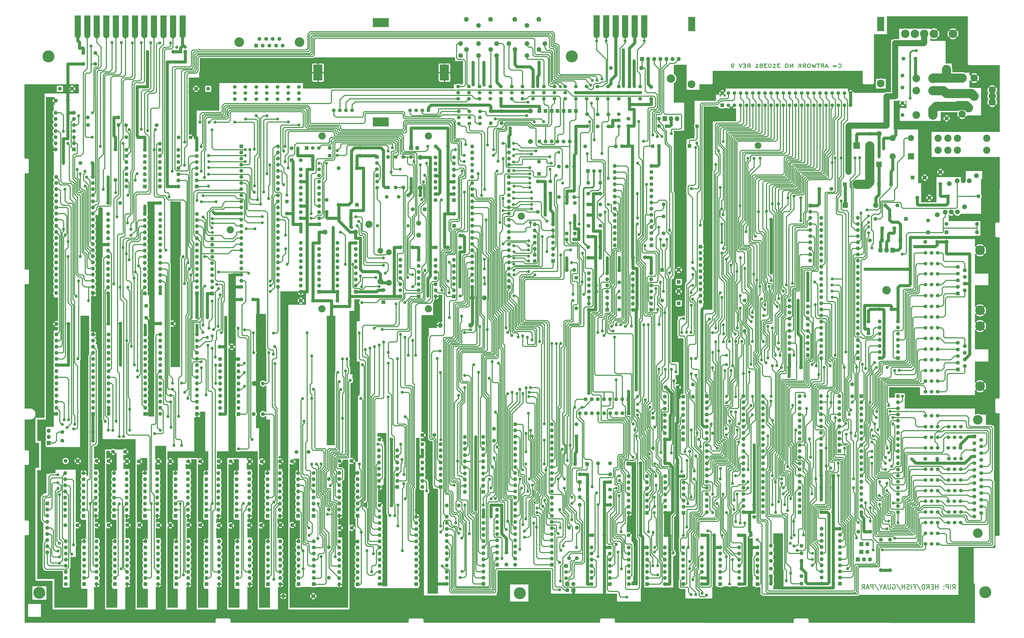
<source format=gbr>
G04 #@! TF.GenerationSoftware,KiCad,Pcbnew,(5.1.10)-1*
G04 #@! TF.CreationDate,2021-06-22T17:34:29+02:00*
G04 #@! TF.ProjectId,Open128,4f70656e-3132-4382-9e6b-696361645f70,3*
G04 #@! TF.SameCoordinates,Original*
G04 #@! TF.FileFunction,Copper,L2,Bot*
G04 #@! TF.FilePolarity,Positive*
%FSLAX46Y46*%
G04 Gerber Fmt 4.6, Leading zero omitted, Abs format (unit mm)*
G04 Created by KiCad (PCBNEW (5.1.10)-1) date 2021-06-22 17:34:29*
%MOMM*%
%LPD*%
G01*
G04 APERTURE LIST*
G04 #@! TA.AperFunction,NonConductor*
%ADD10C,0.300000*%
G04 #@! TD*
G04 #@! TA.AperFunction,ComponentPad*
%ADD11C,1.600000*%
G04 #@! TD*
G04 #@! TA.AperFunction,ComponentPad*
%ADD12O,1.600000X1.600000*%
G04 #@! TD*
G04 #@! TA.AperFunction,ComponentPad*
%ADD13R,3.810000X6.604000*%
G04 #@! TD*
G04 #@! TA.AperFunction,ComponentPad*
%ADD14R,6.604000X3.810000*%
G04 #@! TD*
G04 #@! TA.AperFunction,ComponentPad*
%ADD15C,1.524000*%
G04 #@! TD*
G04 #@! TA.AperFunction,ComponentPad*
%ADD16R,3.000000X6.000000*%
G04 #@! TD*
G04 #@! TA.AperFunction,ComponentPad*
%ADD17C,3.216000*%
G04 #@! TD*
G04 #@! TA.AperFunction,ComponentPad*
%ADD18C,1.508000*%
G04 #@! TD*
G04 #@! TA.AperFunction,ComponentPad*
%ADD19R,1.508000X1.508000*%
G04 #@! TD*
G04 #@! TA.AperFunction,ComponentPad*
%ADD20C,1.950000*%
G04 #@! TD*
G04 #@! TA.AperFunction,ComponentPad*
%ADD21C,3.000000*%
G04 #@! TD*
G04 #@! TA.AperFunction,ComponentPad*
%ADD22O,1.700000X1.700000*%
G04 #@! TD*
G04 #@! TA.AperFunction,ComponentPad*
%ADD23R,1.700000X1.700000*%
G04 #@! TD*
G04 #@! TA.AperFunction,ComponentPad*
%ADD24C,2.000000*%
G04 #@! TD*
G04 #@! TA.AperFunction,ComponentPad*
%ADD25C,2.999999*%
G04 #@! TD*
G04 #@! TA.AperFunction,ComponentPad*
%ADD26C,3.200001*%
G04 #@! TD*
G04 #@! TA.AperFunction,ComponentPad*
%ADD27C,3.200000*%
G04 #@! TD*
G04 #@! TA.AperFunction,ComponentPad*
%ADD28C,2.540000*%
G04 #@! TD*
G04 #@! TA.AperFunction,ComponentPad*
%ADD29R,2.540000X2.540000*%
G04 #@! TD*
G04 #@! TA.AperFunction,ComponentPad*
%ADD30C,3.500000*%
G04 #@! TD*
G04 #@! TA.AperFunction,ConnectorPad*
%ADD31C,0.150000*%
G04 #@! TD*
G04 #@! TA.AperFunction,ComponentPad*
%ADD32O,2.400000X2.400000*%
G04 #@! TD*
G04 #@! TA.AperFunction,ComponentPad*
%ADD33C,2.400000*%
G04 #@! TD*
G04 #@! TA.AperFunction,ComponentPad*
%ADD34R,1.600000X1.600000*%
G04 #@! TD*
G04 #@! TA.AperFunction,ComponentPad*
%ADD35O,2.200000X2.200000*%
G04 #@! TD*
G04 #@! TA.AperFunction,ComponentPad*
%ADD36R,2.200000X2.200000*%
G04 #@! TD*
G04 #@! TA.AperFunction,ComponentPad*
%ADD37C,4.000000*%
G04 #@! TD*
G04 #@! TA.AperFunction,ComponentPad*
%ADD38O,2.000000X2.000000*%
G04 #@! TD*
G04 #@! TA.AperFunction,ComponentPad*
%ADD39O,1.905000X2.000000*%
G04 #@! TD*
G04 #@! TA.AperFunction,ComponentPad*
%ADD40R,1.905000X2.000000*%
G04 #@! TD*
G04 #@! TA.AperFunction,ComponentPad*
%ADD41O,3.500000X3.500000*%
G04 #@! TD*
G04 #@! TA.AperFunction,ComponentPad*
%ADD42R,1.200000X1.200000*%
G04 #@! TD*
G04 #@! TA.AperFunction,ComponentPad*
%ADD43C,1.500000*%
G04 #@! TD*
G04 #@! TA.AperFunction,ComponentPad*
%ADD44R,1.500000X1.500000*%
G04 #@! TD*
G04 #@! TA.AperFunction,ComponentPad*
%ADD45O,2.799999X2.799999*%
G04 #@! TD*
G04 #@! TA.AperFunction,ComponentPad*
%ADD46R,2.800000X2.800000*%
G04 #@! TD*
G04 #@! TA.AperFunction,ViaPad*
%ADD47C,1.778000*%
G04 #@! TD*
G04 #@! TA.AperFunction,ViaPad*
%ADD48C,1.270000*%
G04 #@! TD*
G04 #@! TA.AperFunction,ViaPad*
%ADD49C,5.000000*%
G04 #@! TD*
G04 #@! TA.AperFunction,Conductor*
%ADD50C,1.270000*%
G04 #@! TD*
G04 #@! TA.AperFunction,Conductor*
%ADD51C,2.540000*%
G04 #@! TD*
G04 #@! TA.AperFunction,Conductor*
%ADD52C,0.381000*%
G04 #@! TD*
G04 #@! TA.AperFunction,Conductor*
%ADD53C,3.810000*%
G04 #@! TD*
G04 #@! TA.AperFunction,Conductor*
%ADD54C,0.635000*%
G04 #@! TD*
G04 #@! TA.AperFunction,Conductor*
%ADD55C,0.254000*%
G04 #@! TD*
G04 #@! TA.AperFunction,Conductor*
%ADD56C,0.150000*%
G04 #@! TD*
G04 APERTURE END LIST*
D10*
X372073714Y-57228514D02*
X372164428Y-57299942D01*
X372436571Y-57371371D01*
X372618000Y-57371371D01*
X372890142Y-57299942D01*
X373071571Y-57157085D01*
X373162285Y-57014228D01*
X373253000Y-56728514D01*
X373253000Y-56514228D01*
X373162285Y-56228514D01*
X373071571Y-56085657D01*
X372890142Y-55942800D01*
X372618000Y-55871371D01*
X372436571Y-55871371D01*
X372164428Y-55942800D01*
X372073714Y-56014228D01*
X371257285Y-56585657D02*
X369805857Y-56585657D01*
X369805857Y-57014228D02*
X371257285Y-57014228D01*
X367538000Y-56942800D02*
X366630857Y-56942800D01*
X367719428Y-57371371D02*
X367084428Y-55871371D01*
X366449428Y-57371371D01*
X364725857Y-57371371D02*
X365360857Y-56657085D01*
X365814428Y-57371371D02*
X365814428Y-55871371D01*
X365088714Y-55871371D01*
X364907285Y-55942800D01*
X364816571Y-56014228D01*
X364725857Y-56157085D01*
X364725857Y-56371371D01*
X364816571Y-56514228D01*
X364907285Y-56585657D01*
X365088714Y-56657085D01*
X365814428Y-56657085D01*
X364181571Y-55871371D02*
X363093000Y-55871371D01*
X363637285Y-57371371D02*
X363637285Y-55871371D01*
X362639428Y-55871371D02*
X362185857Y-57371371D01*
X361823000Y-56299942D01*
X361460142Y-57371371D01*
X361006571Y-55871371D01*
X359918000Y-55871371D02*
X359555142Y-55871371D01*
X359373714Y-55942800D01*
X359192285Y-56085657D01*
X359101571Y-56371371D01*
X359101571Y-56871371D01*
X359192285Y-57157085D01*
X359373714Y-57299942D01*
X359555142Y-57371371D01*
X359918000Y-57371371D01*
X360099428Y-57299942D01*
X360280857Y-57157085D01*
X360371571Y-56871371D01*
X360371571Y-56371371D01*
X360280857Y-56085657D01*
X360099428Y-55942800D01*
X359918000Y-55871371D01*
X357196571Y-57371371D02*
X357831571Y-56657085D01*
X358285142Y-57371371D02*
X358285142Y-55871371D01*
X357559428Y-55871371D01*
X357378000Y-55942800D01*
X357287285Y-56014228D01*
X357196571Y-56157085D01*
X357196571Y-56371371D01*
X357287285Y-56514228D01*
X357378000Y-56585657D01*
X357559428Y-56657085D01*
X358285142Y-56657085D01*
X356380142Y-57371371D02*
X356380142Y-55871371D01*
X355291571Y-57371371D02*
X356108000Y-56514228D01*
X355291571Y-55871371D02*
X356380142Y-56728514D01*
X353023714Y-57371371D02*
X353023714Y-55871371D01*
X351935142Y-57371371D01*
X351935142Y-55871371D01*
X350665142Y-55871371D02*
X350302285Y-55871371D01*
X350120857Y-55942800D01*
X349939428Y-56085657D01*
X349848714Y-56371371D01*
X349848714Y-56871371D01*
X349939428Y-57157085D01*
X350120857Y-57299942D01*
X350302285Y-57371371D01*
X350665142Y-57371371D01*
X350846571Y-57299942D01*
X351028000Y-57157085D01*
X351118714Y-56871371D01*
X351118714Y-56371371D01*
X351028000Y-56085657D01*
X350846571Y-55942800D01*
X350665142Y-55871371D01*
X347762285Y-55871371D02*
X346583000Y-55871371D01*
X347218000Y-56442800D01*
X346945857Y-56442800D01*
X346764428Y-56514228D01*
X346673714Y-56585657D01*
X346583000Y-56728514D01*
X346583000Y-57085657D01*
X346673714Y-57228514D01*
X346764428Y-57299942D01*
X346945857Y-57371371D01*
X347490142Y-57371371D01*
X347671571Y-57299942D01*
X347762285Y-57228514D01*
X344768714Y-57371371D02*
X345857285Y-57371371D01*
X345313000Y-57371371D02*
X345313000Y-55871371D01*
X345494428Y-56085657D01*
X345675857Y-56228514D01*
X345857285Y-56299942D01*
X343589428Y-55871371D02*
X343408000Y-55871371D01*
X343226571Y-55942800D01*
X343135857Y-56014228D01*
X343045142Y-56157085D01*
X342954428Y-56442800D01*
X342954428Y-56799942D01*
X343045142Y-57085657D01*
X343135857Y-57228514D01*
X343226571Y-57299942D01*
X343408000Y-57371371D01*
X343589428Y-57371371D01*
X343770857Y-57299942D01*
X343861571Y-57228514D01*
X343952285Y-57085657D01*
X344043000Y-56799942D01*
X344043000Y-56442800D01*
X343952285Y-56157085D01*
X343861571Y-56014228D01*
X343770857Y-55942800D01*
X343589428Y-55871371D01*
X342319428Y-55871371D02*
X341140142Y-55871371D01*
X341775142Y-56442800D01*
X341503000Y-56442800D01*
X341321571Y-56514228D01*
X341230857Y-56585657D01*
X341140142Y-56728514D01*
X341140142Y-57085657D01*
X341230857Y-57228514D01*
X341321571Y-57299942D01*
X341503000Y-57371371D01*
X342047285Y-57371371D01*
X342228714Y-57299942D01*
X342319428Y-57228514D01*
X340051571Y-56514228D02*
X340233000Y-56442800D01*
X340323714Y-56371371D01*
X340414428Y-56228514D01*
X340414428Y-56157085D01*
X340323714Y-56014228D01*
X340233000Y-55942800D01*
X340051571Y-55871371D01*
X339688714Y-55871371D01*
X339507285Y-55942800D01*
X339416571Y-56014228D01*
X339325857Y-56157085D01*
X339325857Y-56228514D01*
X339416571Y-56371371D01*
X339507285Y-56442800D01*
X339688714Y-56514228D01*
X340051571Y-56514228D01*
X340233000Y-56585657D01*
X340323714Y-56657085D01*
X340414428Y-56799942D01*
X340414428Y-57085657D01*
X340323714Y-57228514D01*
X340233000Y-57299942D01*
X340051571Y-57371371D01*
X339688714Y-57371371D01*
X339507285Y-57299942D01*
X339416571Y-57228514D01*
X339325857Y-57085657D01*
X339325857Y-56799942D01*
X339416571Y-56657085D01*
X339507285Y-56585657D01*
X339688714Y-56514228D01*
X337511571Y-57371371D02*
X338600142Y-57371371D01*
X338055857Y-57371371D02*
X338055857Y-55871371D01*
X338237285Y-56085657D01*
X338418714Y-56228514D01*
X338600142Y-56299942D01*
X334155142Y-57371371D02*
X334790142Y-56657085D01*
X335243714Y-57371371D02*
X335243714Y-55871371D01*
X334518000Y-55871371D01*
X334336571Y-55942800D01*
X334245857Y-56014228D01*
X334155142Y-56157085D01*
X334155142Y-56371371D01*
X334245857Y-56514228D01*
X334336571Y-56585657D01*
X334518000Y-56657085D01*
X335243714Y-56657085D01*
X333338714Y-56585657D02*
X332703714Y-56585657D01*
X332431571Y-57371371D02*
X333338714Y-57371371D01*
X333338714Y-55871371D01*
X332431571Y-55871371D01*
X331887285Y-55871371D02*
X331252285Y-57371371D01*
X330617285Y-55871371D01*
X328440142Y-57371371D02*
X328077285Y-57371371D01*
X327895857Y-57299942D01*
X327805142Y-57228514D01*
X327623714Y-57014228D01*
X327533000Y-56728514D01*
X327533000Y-56157085D01*
X327623714Y-56014228D01*
X327714428Y-55942800D01*
X327895857Y-55871371D01*
X328258714Y-55871371D01*
X328440142Y-55942800D01*
X328530857Y-56014228D01*
X328621571Y-56157085D01*
X328621571Y-56514228D01*
X328530857Y-56657085D01*
X328440142Y-56728514D01*
X328258714Y-56799942D01*
X327895857Y-56799942D01*
X327714428Y-56728514D01*
X327623714Y-56657085D01*
X327533000Y-56514228D01*
X419426571Y-274292785D02*
X420061571Y-273385642D01*
X420515142Y-274292785D02*
X420515142Y-272387785D01*
X419789428Y-272387785D01*
X419608000Y-272478500D01*
X419517285Y-272569214D01*
X419426571Y-272750642D01*
X419426571Y-273022785D01*
X419517285Y-273204214D01*
X419608000Y-273294928D01*
X419789428Y-273385642D01*
X420515142Y-273385642D01*
X418610142Y-274292785D02*
X418610142Y-272387785D01*
X417703000Y-274292785D02*
X417703000Y-272387785D01*
X416977285Y-272387785D01*
X416795857Y-272478500D01*
X416705142Y-272569214D01*
X416614428Y-272750642D01*
X416614428Y-273022785D01*
X416705142Y-273204214D01*
X416795857Y-273294928D01*
X416977285Y-273385642D01*
X417703000Y-273385642D01*
X415798000Y-274111357D02*
X415707285Y-274202071D01*
X415798000Y-274292785D01*
X415888714Y-274202071D01*
X415798000Y-274111357D01*
X415798000Y-274292785D01*
X415798000Y-273113500D02*
X415707285Y-273204214D01*
X415798000Y-273294928D01*
X415888714Y-273204214D01*
X415798000Y-273113500D01*
X415798000Y-273294928D01*
X413439428Y-274292785D02*
X413439428Y-272387785D01*
X413439428Y-273294928D02*
X412350857Y-273294928D01*
X412350857Y-274292785D02*
X412350857Y-272387785D01*
X411443714Y-273294928D02*
X410808714Y-273294928D01*
X410536571Y-274292785D02*
X411443714Y-274292785D01*
X411443714Y-272387785D01*
X410536571Y-272387785D01*
X408631571Y-274292785D02*
X409266571Y-273385642D01*
X409720142Y-274292785D02*
X409720142Y-272387785D01*
X408994428Y-272387785D01*
X408813000Y-272478500D01*
X408722285Y-272569214D01*
X408631571Y-272750642D01*
X408631571Y-273022785D01*
X408722285Y-273204214D01*
X408813000Y-273294928D01*
X408994428Y-273385642D01*
X409720142Y-273385642D01*
X407815142Y-274292785D02*
X407815142Y-272387785D01*
X407361571Y-272387785D01*
X407089428Y-272478500D01*
X406908000Y-272659928D01*
X406817285Y-272841357D01*
X406726571Y-273204214D01*
X406726571Y-273476357D01*
X406817285Y-273839214D01*
X406908000Y-274020642D01*
X407089428Y-274202071D01*
X407361571Y-274292785D01*
X407815142Y-274292785D01*
X404549428Y-272297071D02*
X406182285Y-274746357D01*
X403279428Y-273294928D02*
X403914428Y-273294928D01*
X403914428Y-274292785D02*
X403914428Y-272387785D01*
X403007285Y-272387785D01*
X402281571Y-274292785D02*
X402281571Y-272387785D01*
X401465142Y-274202071D02*
X401193000Y-274292785D01*
X400739428Y-274292785D01*
X400558000Y-274202071D01*
X400467285Y-274111357D01*
X400376571Y-273929928D01*
X400376571Y-273748500D01*
X400467285Y-273567071D01*
X400558000Y-273476357D01*
X400739428Y-273385642D01*
X401102285Y-273294928D01*
X401283714Y-273204214D01*
X401374428Y-273113500D01*
X401465142Y-272932071D01*
X401465142Y-272750642D01*
X401374428Y-272569214D01*
X401283714Y-272478500D01*
X401102285Y-272387785D01*
X400648714Y-272387785D01*
X400376571Y-272478500D01*
X399560142Y-274292785D02*
X399560142Y-272387785D01*
X399560142Y-273294928D02*
X398471571Y-273294928D01*
X398471571Y-274292785D02*
X398471571Y-272387785D01*
X396203714Y-272297071D02*
X397836571Y-274746357D01*
X394570857Y-272478500D02*
X394752285Y-272387785D01*
X395024428Y-272387785D01*
X395296571Y-272478500D01*
X395478000Y-272659928D01*
X395568714Y-272841357D01*
X395659428Y-273204214D01*
X395659428Y-273476357D01*
X395568714Y-273839214D01*
X395478000Y-274020642D01*
X395296571Y-274202071D01*
X395024428Y-274292785D01*
X394843000Y-274292785D01*
X394570857Y-274202071D01*
X394480142Y-274111357D01*
X394480142Y-273476357D01*
X394843000Y-273476357D01*
X393663714Y-272387785D02*
X393663714Y-273929928D01*
X393573000Y-274111357D01*
X393482285Y-274202071D01*
X393300857Y-274292785D01*
X392938000Y-274292785D01*
X392756571Y-274202071D01*
X392665857Y-274111357D01*
X392575142Y-273929928D01*
X392575142Y-272387785D01*
X391758714Y-273748500D02*
X390851571Y-273748500D01*
X391940142Y-274292785D02*
X391305142Y-272387785D01*
X390670142Y-274292785D01*
X389672285Y-273385642D02*
X389672285Y-274292785D01*
X390307285Y-272387785D02*
X389672285Y-273385642D01*
X389037285Y-272387785D01*
X387041571Y-272297071D02*
X388674428Y-274746357D01*
X386406571Y-274292785D02*
X386406571Y-272387785D01*
X385680857Y-272387785D01*
X385499428Y-272478500D01*
X385408714Y-272569214D01*
X385318000Y-272750642D01*
X385318000Y-273022785D01*
X385408714Y-273204214D01*
X385499428Y-273294928D01*
X385680857Y-273385642D01*
X386406571Y-273385642D01*
X384592285Y-273748500D02*
X383685142Y-273748500D01*
X384773714Y-274292785D02*
X384138714Y-272387785D01*
X383503714Y-274292785D01*
X381780142Y-274292785D02*
X382415142Y-273385642D01*
X382868714Y-274292785D02*
X382868714Y-272387785D01*
X382143000Y-272387785D01*
X381961571Y-272478500D01*
X381870857Y-272569214D01*
X381780142Y-272750642D01*
X381780142Y-273022785D01*
X381870857Y-273204214D01*
X381961571Y-273294928D01*
X382143000Y-273385642D01*
X382868714Y-273385642D01*
D11*
X266700000Y-90170000D03*
D12*
X279400000Y-90170000D03*
D13*
X208153000Y-59436000D03*
X155575000Y-59436000D03*
D14*
X181737000Y-38671500D03*
X181737000Y-80010000D03*
D15*
X201549000Y-75184000D03*
X199009000Y-75184000D03*
X196469000Y-75184000D03*
X193929000Y-75184000D03*
X169799000Y-75184000D03*
X167259000Y-75184000D03*
X164719000Y-75184000D03*
X162179000Y-75184000D03*
D16*
X389580120Y-39303960D03*
X310946800Y-39303960D03*
D17*
X389580120Y-63957200D03*
X310916320Y-64322960D03*
D18*
X331317600Y-67980560D03*
X377037600Y-67980560D03*
X377037600Y-73060560D03*
X374497600Y-73060560D03*
X374497600Y-67980560D03*
X371957600Y-67980560D03*
X369417600Y-67980560D03*
X366877600Y-67980560D03*
X364337600Y-67980560D03*
X361797600Y-67980560D03*
X359257600Y-67980560D03*
X356717600Y-67980560D03*
X354177600Y-67980560D03*
X351637600Y-67980560D03*
X349097600Y-67980560D03*
X346557600Y-67980560D03*
X344017600Y-67980560D03*
X341477600Y-67980560D03*
X338937600Y-67980560D03*
X336397600Y-67980560D03*
X333857600Y-67980560D03*
X328777600Y-67980560D03*
X326237600Y-67980560D03*
X323697600Y-67980560D03*
X371957600Y-73060560D03*
X369417600Y-73060560D03*
X366877600Y-73060560D03*
X364337600Y-73060560D03*
X361797600Y-73060560D03*
X359257600Y-73060560D03*
X356717600Y-73060560D03*
X354177600Y-73060560D03*
X351637600Y-73060560D03*
X349097600Y-73060560D03*
X346557600Y-73060560D03*
X344017600Y-73060560D03*
X341477600Y-73060560D03*
X338937600Y-73060560D03*
X336397600Y-73060560D03*
X333857600Y-73060560D03*
X331317600Y-73060560D03*
X328777600Y-73060560D03*
X326237600Y-73060560D03*
D19*
X323697600Y-73060560D03*
D20*
X242453160Y-39883080D03*
X242453160Y-47376080D03*
X237453160Y-49876080D03*
X234953160Y-47376080D03*
X247453160Y-49876080D03*
X249953160Y-47376080D03*
X247406160Y-37343080D03*
X237373160Y-37343080D03*
X242453160Y-52376080D03*
X214877000Y-52371000D03*
X229877000Y-52371000D03*
X222377000Y-39878000D03*
X222377000Y-47371000D03*
X217377000Y-49871000D03*
X214877000Y-47371000D03*
X227377000Y-49871000D03*
X229877000Y-47371000D03*
X227330000Y-37338000D03*
X217297000Y-37338000D03*
X222377000Y-52371000D03*
D21*
X157289500Y-85852000D03*
X201485500Y-85852000D03*
X201485500Y-157734000D03*
X157226000Y-157734000D03*
X240093500Y-119189500D03*
X176784000Y-122555000D03*
X119126000Y-124904500D03*
D22*
X384048000Y-255574800D03*
D23*
X381508000Y-255574800D03*
D24*
X413100520Y-118628160D03*
X421454520Y-117461160D03*
X416394520Y-117471160D03*
X418944520Y-117461160D03*
X424403520Y-115326160D03*
X418063680Y-105643680D03*
X426417680Y-104476680D03*
X421357680Y-104486680D03*
X423907680Y-104476680D03*
X429366680Y-102341680D03*
D25*
X433646580Y-91792800D03*
X433646580Y-86791800D03*
X421469080Y-86792800D03*
X417469080Y-86792800D03*
D21*
X413469080Y-86792800D03*
D25*
X421469080Y-91792800D03*
X417469080Y-91792800D03*
D21*
X413469080Y-91792800D03*
D11*
X294924480Y-203055220D03*
D12*
X294924480Y-215755220D03*
D11*
X72567800Y-78099920D03*
D12*
X59867800Y-78099920D03*
D11*
X247002300Y-117411500D03*
D12*
X247002300Y-104711500D03*
D11*
X277114000Y-239242600D03*
D12*
X264414000Y-239242600D03*
D11*
X71404480Y-91455240D03*
D12*
X71404480Y-104155240D03*
D11*
X260045200Y-261416800D03*
D12*
X260045200Y-248716800D03*
D11*
X59944000Y-81280000D03*
D12*
X72644000Y-81280000D03*
D11*
X284619700Y-81661000D03*
D12*
X297319700Y-81661000D03*
D11*
X49276000Y-212598000D03*
D12*
X61976000Y-212598000D03*
D11*
X343916000Y-265729720D03*
D12*
X356616000Y-265729720D03*
D11*
X128879600Y-188772800D03*
D12*
X128879600Y-201472800D03*
D11*
X194310000Y-94551500D03*
D12*
X194310000Y-107251500D03*
D11*
X393471400Y-266420600D03*
D12*
X393471400Y-253720600D03*
D11*
X389636000Y-253720600D03*
D12*
X389636000Y-266420600D03*
D11*
X263230600Y-261428000D03*
D12*
X263230600Y-248728000D03*
D11*
X343916000Y-262564880D03*
D12*
X356616000Y-262564880D03*
D11*
X277114000Y-236073950D03*
D12*
X264414000Y-236073950D03*
D11*
X49276000Y-208915000D03*
D12*
X61976000Y-208915000D03*
D11*
X416890200Y-122453400D03*
D12*
X429590200Y-122453400D03*
D11*
X160070800Y-241198400D03*
D12*
X160070800Y-228498400D03*
D11*
X160096200Y-269570200D03*
D12*
X160096200Y-256870200D03*
D11*
X262376920Y-113695480D03*
D12*
X262376920Y-126395480D03*
D11*
X332994000Y-154228800D03*
D12*
X332994000Y-166928800D03*
D11*
X187896500Y-94551500D03*
D12*
X187896500Y-107251500D03*
D11*
X262153400Y-98501200D03*
D12*
X262153400Y-111201200D03*
D11*
X262153400Y-128879600D03*
D12*
X262153400Y-141579600D03*
D11*
X417525200Y-110871000D03*
D12*
X430225200Y-110871000D03*
D11*
X262953500Y-144792700D03*
D12*
X262953500Y-157492700D03*
D11*
X259003800Y-141605000D03*
D12*
X259003800Y-128905000D03*
D11*
X264414000Y-226568000D03*
D12*
X277114000Y-226568000D03*
D11*
X184721500Y-107251500D03*
D12*
X184721500Y-94551500D03*
D11*
X160464500Y-94043500D03*
D12*
X173164500Y-94043500D03*
D11*
X173177200Y-90779600D03*
D12*
X160477200Y-90779600D03*
D11*
X191135000Y-107251500D03*
D12*
X191135000Y-94551500D03*
D11*
X88473280Y-81325720D03*
D12*
X75773280Y-81325720D03*
D11*
X259054600Y-98501200D03*
D12*
X259054600Y-111201200D03*
D11*
X259029200Y-126390400D03*
D12*
X259029200Y-113690400D03*
D11*
X343916000Y-272059400D03*
D12*
X356616000Y-272059400D03*
D11*
X343916000Y-268894560D03*
D12*
X356616000Y-268894560D03*
D11*
X343916000Y-256235200D03*
D12*
X356616000Y-256235200D03*
D11*
X277042880Y-232882440D03*
D12*
X264342880Y-232882440D03*
D11*
X255803400Y-98501200D03*
D12*
X255803400Y-111201200D03*
D11*
X313207400Y-81800700D03*
D12*
X300507400Y-81800700D03*
D11*
X284619700Y-78625700D03*
D12*
X297319700Y-78625700D03*
D11*
X282041600Y-90068400D03*
D12*
X294741600Y-90068400D03*
D11*
X343916000Y-259400040D03*
D12*
X356616000Y-259400040D03*
D11*
X132715000Y-201472800D03*
D12*
X132715000Y-188772800D03*
D26*
X411222000Y-61838840D03*
X404372000Y-61838840D03*
D27*
X411222000Y-66918840D03*
D26*
X404372000Y-66918840D03*
D27*
X411222000Y-77078840D03*
D26*
X404372000Y-77078840D03*
D15*
X143250920Y-65450720D03*
X143250920Y-67990720D03*
X143250920Y-70530720D03*
X147665440Y-65450720D03*
X147665440Y-67990720D03*
X147665440Y-70530720D03*
X120954800Y-65450720D03*
X120954800Y-67990720D03*
X120954800Y-70530720D03*
X125415040Y-65450720D03*
X125415040Y-67990720D03*
X125415040Y-70530720D03*
X138790680Y-65450720D03*
X138790680Y-67990720D03*
X138790680Y-70530720D03*
X134274560Y-65450720D03*
X134274560Y-67990720D03*
X134274560Y-70530720D03*
X129931160Y-65450720D03*
X129931160Y-67990720D03*
X129931160Y-70530720D03*
X214122000Y-80645000D03*
X214122000Y-78105000D03*
X214122000Y-75565000D03*
X218567000Y-80645000D03*
X218567000Y-78105000D03*
X218567000Y-75565000D03*
X280705560Y-76738480D03*
X280705560Y-79278480D03*
X280705560Y-81818480D03*
X227225410Y-65278000D03*
X227225410Y-67818000D03*
X227225410Y-70358000D03*
X236130350Y-65278000D03*
X236130350Y-67818000D03*
X236130350Y-70358000D03*
X231677880Y-65278000D03*
X231677880Y-67818000D03*
X231677880Y-70358000D03*
X245035290Y-65278000D03*
X245035290Y-67818000D03*
X245035290Y-70358000D03*
X249487760Y-65278000D03*
X249487760Y-67818000D03*
X249487760Y-70358000D03*
X253940230Y-65278000D03*
X253940230Y-67818000D03*
X253940230Y-70358000D03*
X258392700Y-65278000D03*
X258392700Y-67818000D03*
X258392700Y-70358000D03*
X262845170Y-65278000D03*
X262845170Y-67818000D03*
X262845170Y-70358000D03*
X240582820Y-65278000D03*
X240582820Y-67818000D03*
X240582820Y-70358000D03*
X276202580Y-65278000D03*
X276202580Y-67818000D03*
X276202580Y-70358000D03*
X280655050Y-65278000D03*
X280655050Y-67818000D03*
X280655050Y-70358000D03*
X271750110Y-65278000D03*
X271750110Y-67818000D03*
X271750110Y-70358000D03*
X267297640Y-65278000D03*
X267297640Y-67818000D03*
X267297640Y-70358000D03*
X289560000Y-65278000D03*
X289560000Y-67818000D03*
X289560000Y-70358000D03*
X285107520Y-65278000D03*
X285107520Y-67818000D03*
X285107520Y-70358000D03*
X408178000Y-192151000D03*
X410718000Y-192151000D03*
X413258000Y-192151000D03*
X222772940Y-65278000D03*
X222772940Y-67818000D03*
X222772940Y-70358000D03*
X213868000Y-65278000D03*
X213868000Y-67818000D03*
X213868000Y-70358000D03*
X218320470Y-65278000D03*
X218320470Y-67818000D03*
X218320470Y-70358000D03*
X222915480Y-80639920D03*
X222915480Y-78099920D03*
X222915480Y-75559920D03*
X417677600Y-215578266D03*
X420217600Y-215578266D03*
X422757600Y-215578266D03*
X417906200Y-220014799D03*
X420446200Y-220014799D03*
X422986200Y-220014799D03*
X417855400Y-233324398D03*
X420395400Y-233324398D03*
X422935400Y-233324398D03*
X408178000Y-224451332D03*
X410718000Y-224451332D03*
X413258000Y-224451332D03*
X417753800Y-228887865D03*
X420293800Y-228887865D03*
X422833800Y-228887865D03*
X408178000Y-228887865D03*
X410718000Y-228887865D03*
X413258000Y-228887865D03*
X417753800Y-224451332D03*
X420293800Y-224451332D03*
X422833800Y-224451332D03*
X408178000Y-233324398D03*
X410718000Y-233324398D03*
X413258000Y-233324398D03*
X417703000Y-237760931D03*
X420243000Y-237760931D03*
X422783000Y-237760931D03*
X408178000Y-237760931D03*
X410718000Y-237760931D03*
X413258000Y-237760931D03*
X408178000Y-255549400D03*
X410718000Y-255549400D03*
X413258000Y-255549400D03*
X417753800Y-211141733D03*
X420293800Y-211141733D03*
X422833800Y-211141733D03*
X408178000Y-211141733D03*
X410718000Y-211141733D03*
X413258000Y-211141733D03*
X408178000Y-215578266D03*
X410718000Y-215578266D03*
X413258000Y-215578266D03*
X417830000Y-206705200D03*
X420370000Y-206705200D03*
X422910000Y-206705200D03*
X408178000Y-206705200D03*
X410718000Y-206705200D03*
X413258000Y-206705200D03*
X408178000Y-202184000D03*
X410718000Y-202184000D03*
X413258000Y-202184000D03*
X417855400Y-242197464D03*
X420395400Y-242197464D03*
X422935400Y-242197464D03*
X417753800Y-246634000D03*
X420293800Y-246634000D03*
X422833800Y-246634000D03*
X408178000Y-246634000D03*
X410718000Y-246634000D03*
X413258000Y-246634000D03*
X408178000Y-251129800D03*
X410718000Y-251129800D03*
X413258000Y-251129800D03*
X408178000Y-242197464D03*
X410718000Y-242197464D03*
X413258000Y-242197464D03*
X408178000Y-161112200D03*
X410718000Y-161112200D03*
X413258000Y-161112200D03*
X408178000Y-143129000D03*
X410718000Y-143129000D03*
X413258000Y-143129000D03*
X408178000Y-147675600D03*
X410718000Y-147675600D03*
X413258000Y-147675600D03*
X408178000Y-152196800D03*
X410718000Y-152196800D03*
X413258000Y-152196800D03*
X408178000Y-156743400D03*
X410718000Y-156743400D03*
X413258000Y-156743400D03*
X408178000Y-138963400D03*
X410718000Y-138963400D03*
X413258000Y-138963400D03*
X408178000Y-134416800D03*
X410718000Y-134416800D03*
X413258000Y-134416800D03*
X408178000Y-174447200D03*
X410718000Y-174447200D03*
X413258000Y-174447200D03*
X408178000Y-178892200D03*
X410718000Y-178892200D03*
X413258000Y-178892200D03*
X408178000Y-183337200D03*
X410718000Y-183337200D03*
X413258000Y-183337200D03*
X408178000Y-187782200D03*
X410718000Y-187782200D03*
X413258000Y-187782200D03*
X408178000Y-170002200D03*
X410718000Y-170002200D03*
X413258000Y-170002200D03*
X408178000Y-165557200D03*
X410718000Y-165557200D03*
X413258000Y-165557200D03*
D28*
X394543280Y-94310200D03*
X394543280Y-86690200D03*
X402163280Y-86690200D03*
D29*
X402163280Y-94310200D03*
D30*
X419597840Y-43312080D03*
X411673040Y-43312080D03*
X407710640Y-43312080D03*
X403748240Y-43312080D03*
X399785840Y-43312080D03*
D21*
X435919000Y-71715000D03*
X435919000Y-66715000D03*
X435919000Y-69215000D03*
X428419000Y-69215000D03*
X423419000Y-76715000D03*
X423419000Y-61715000D03*
X428419000Y-61715000D03*
X425919000Y-74215000D03*
G04 #@! TA.AperFunction,ConnectorPad*
D31*
G36*
X80741520Y-43936920D02*
G01*
X80739990Y-43936920D01*
X80739990Y-43999236D01*
X80727774Y-44123268D01*
X80703460Y-44245505D01*
X80667281Y-44364770D01*
X80619586Y-44479915D01*
X80560835Y-44589830D01*
X80491594Y-44693458D01*
X80412528Y-44789800D01*
X80324400Y-44877928D01*
X80228058Y-44956994D01*
X80124430Y-45026235D01*
X80014515Y-45084986D01*
X79899370Y-45132681D01*
X79780105Y-45168860D01*
X79657868Y-45193174D01*
X79533836Y-45205390D01*
X79409204Y-45205390D01*
X79285172Y-45193174D01*
X79162935Y-45168860D01*
X79043670Y-45132681D01*
X78928525Y-45084986D01*
X78818610Y-45026235D01*
X78714982Y-44956994D01*
X78618640Y-44877928D01*
X78530512Y-44789800D01*
X78451446Y-44693458D01*
X78382205Y-44589830D01*
X78323454Y-44479915D01*
X78275759Y-44364770D01*
X78239580Y-44245505D01*
X78215266Y-44123268D01*
X78203050Y-43999236D01*
X78203050Y-43936920D01*
X78201520Y-43936920D01*
X78201520Y-35681920D01*
X80741520Y-35681920D01*
X80741520Y-43936920D01*
G37*
G04 #@! TD.AperFunction*
G04 #@! TA.AperFunction,ConnectorPad*
G36*
X56967120Y-43936920D02*
G01*
X56965590Y-43936920D01*
X56965590Y-43999236D01*
X56953374Y-44123268D01*
X56929060Y-44245505D01*
X56892881Y-44364770D01*
X56845186Y-44479915D01*
X56786435Y-44589830D01*
X56717194Y-44693458D01*
X56638128Y-44789800D01*
X56550000Y-44877928D01*
X56453658Y-44956994D01*
X56350030Y-45026235D01*
X56240115Y-45084986D01*
X56124970Y-45132681D01*
X56005705Y-45168860D01*
X55883468Y-45193174D01*
X55759436Y-45205390D01*
X55634804Y-45205390D01*
X55510772Y-45193174D01*
X55388535Y-45168860D01*
X55269270Y-45132681D01*
X55154125Y-45084986D01*
X55044210Y-45026235D01*
X54940582Y-44956994D01*
X54844240Y-44877928D01*
X54756112Y-44789800D01*
X54677046Y-44693458D01*
X54607805Y-44589830D01*
X54549054Y-44479915D01*
X54501359Y-44364770D01*
X54465180Y-44245505D01*
X54440866Y-44123268D01*
X54428650Y-43999236D01*
X54428650Y-43936920D01*
X54427120Y-43936920D01*
X54427120Y-35681920D01*
X56967120Y-35681920D01*
X56967120Y-43936920D01*
G37*
G04 #@! TD.AperFunction*
G04 #@! TA.AperFunction,ConnectorPad*
G36*
X84703920Y-43936920D02*
G01*
X84702390Y-43936920D01*
X84702390Y-43999236D01*
X84690174Y-44123268D01*
X84665860Y-44245505D01*
X84629681Y-44364770D01*
X84581986Y-44479915D01*
X84523235Y-44589830D01*
X84453994Y-44693458D01*
X84374928Y-44789800D01*
X84286800Y-44877928D01*
X84190458Y-44956994D01*
X84086830Y-45026235D01*
X83976915Y-45084986D01*
X83861770Y-45132681D01*
X83742505Y-45168860D01*
X83620268Y-45193174D01*
X83496236Y-45205390D01*
X83371604Y-45205390D01*
X83247572Y-45193174D01*
X83125335Y-45168860D01*
X83006070Y-45132681D01*
X82890925Y-45084986D01*
X82781010Y-45026235D01*
X82677382Y-44956994D01*
X82581040Y-44877928D01*
X82492912Y-44789800D01*
X82413846Y-44693458D01*
X82344605Y-44589830D01*
X82285854Y-44479915D01*
X82238159Y-44364770D01*
X82201980Y-44245505D01*
X82177666Y-44123268D01*
X82165450Y-43999236D01*
X82165450Y-43936920D01*
X82163920Y-43936920D01*
X82163920Y-35681920D01*
X84703920Y-35681920D01*
X84703920Y-43936920D01*
G37*
G04 #@! TD.AperFunction*
G04 #@! TA.AperFunction,ConnectorPad*
G36*
X88666320Y-43936920D02*
G01*
X88664790Y-43936920D01*
X88664790Y-43999236D01*
X88652574Y-44123268D01*
X88628260Y-44245505D01*
X88592081Y-44364770D01*
X88544386Y-44479915D01*
X88485635Y-44589830D01*
X88416394Y-44693458D01*
X88337328Y-44789800D01*
X88249200Y-44877928D01*
X88152858Y-44956994D01*
X88049230Y-45026235D01*
X87939315Y-45084986D01*
X87824170Y-45132681D01*
X87704905Y-45168860D01*
X87582668Y-45193174D01*
X87458636Y-45205390D01*
X87334004Y-45205390D01*
X87209972Y-45193174D01*
X87087735Y-45168860D01*
X86968470Y-45132681D01*
X86853325Y-45084986D01*
X86743410Y-45026235D01*
X86639782Y-44956994D01*
X86543440Y-44877928D01*
X86455312Y-44789800D01*
X86376246Y-44693458D01*
X86307005Y-44589830D01*
X86248254Y-44479915D01*
X86200559Y-44364770D01*
X86164380Y-44245505D01*
X86140066Y-44123268D01*
X86127850Y-43999236D01*
X86127850Y-43936920D01*
X86126320Y-43936920D01*
X86126320Y-35681920D01*
X88666320Y-35681920D01*
X88666320Y-43936920D01*
G37*
G04 #@! TD.AperFunction*
G04 #@! TA.AperFunction,ConnectorPad*
G36*
X92628720Y-43936920D02*
G01*
X92627190Y-43936920D01*
X92627190Y-43999236D01*
X92614974Y-44123268D01*
X92590660Y-44245505D01*
X92554481Y-44364770D01*
X92506786Y-44479915D01*
X92448035Y-44589830D01*
X92378794Y-44693458D01*
X92299728Y-44789800D01*
X92211600Y-44877928D01*
X92115258Y-44956994D01*
X92011630Y-45026235D01*
X91901715Y-45084986D01*
X91786570Y-45132681D01*
X91667305Y-45168860D01*
X91545068Y-45193174D01*
X91421036Y-45205390D01*
X91296404Y-45205390D01*
X91172372Y-45193174D01*
X91050135Y-45168860D01*
X90930870Y-45132681D01*
X90815725Y-45084986D01*
X90705810Y-45026235D01*
X90602182Y-44956994D01*
X90505840Y-44877928D01*
X90417712Y-44789800D01*
X90338646Y-44693458D01*
X90269405Y-44589830D01*
X90210654Y-44479915D01*
X90162959Y-44364770D01*
X90126780Y-44245505D01*
X90102466Y-44123268D01*
X90090250Y-43999236D01*
X90090250Y-43936920D01*
X90088720Y-43936920D01*
X90088720Y-35681920D01*
X92628720Y-35681920D01*
X92628720Y-43936920D01*
G37*
G04 #@! TD.AperFunction*
G04 #@! TA.AperFunction,ConnectorPad*
G36*
X96591120Y-43936920D02*
G01*
X96589590Y-43936920D01*
X96589590Y-43999236D01*
X96577374Y-44123268D01*
X96553060Y-44245505D01*
X96516881Y-44364770D01*
X96469186Y-44479915D01*
X96410435Y-44589830D01*
X96341194Y-44693458D01*
X96262128Y-44789800D01*
X96174000Y-44877928D01*
X96077658Y-44956994D01*
X95974030Y-45026235D01*
X95864115Y-45084986D01*
X95748970Y-45132681D01*
X95629705Y-45168860D01*
X95507468Y-45193174D01*
X95383436Y-45205390D01*
X95258804Y-45205390D01*
X95134772Y-45193174D01*
X95012535Y-45168860D01*
X94893270Y-45132681D01*
X94778125Y-45084986D01*
X94668210Y-45026235D01*
X94564582Y-44956994D01*
X94468240Y-44877928D01*
X94380112Y-44789800D01*
X94301046Y-44693458D01*
X94231805Y-44589830D01*
X94173054Y-44479915D01*
X94125359Y-44364770D01*
X94089180Y-44245505D01*
X94064866Y-44123268D01*
X94052650Y-43999236D01*
X94052650Y-43936920D01*
X94051120Y-43936920D01*
X94051120Y-35681920D01*
X96591120Y-35681920D01*
X96591120Y-43936920D01*
G37*
G04 #@! TD.AperFunction*
G04 #@! TA.AperFunction,ConnectorPad*
G36*
X76779120Y-43936920D02*
G01*
X76777590Y-43936920D01*
X76777590Y-43999236D01*
X76765374Y-44123268D01*
X76741060Y-44245505D01*
X76704881Y-44364770D01*
X76657186Y-44479915D01*
X76598435Y-44589830D01*
X76529194Y-44693458D01*
X76450128Y-44789800D01*
X76362000Y-44877928D01*
X76265658Y-44956994D01*
X76162030Y-45026235D01*
X76052115Y-45084986D01*
X75936970Y-45132681D01*
X75817705Y-45168860D01*
X75695468Y-45193174D01*
X75571436Y-45205390D01*
X75446804Y-45205390D01*
X75322772Y-45193174D01*
X75200535Y-45168860D01*
X75081270Y-45132681D01*
X74966125Y-45084986D01*
X74856210Y-45026235D01*
X74752582Y-44956994D01*
X74656240Y-44877928D01*
X74568112Y-44789800D01*
X74489046Y-44693458D01*
X74419805Y-44589830D01*
X74361054Y-44479915D01*
X74313359Y-44364770D01*
X74277180Y-44245505D01*
X74252866Y-44123268D01*
X74240650Y-43999236D01*
X74240650Y-43936920D01*
X74239120Y-43936920D01*
X74239120Y-35681920D01*
X76779120Y-35681920D01*
X76779120Y-43936920D01*
G37*
G04 #@! TD.AperFunction*
G04 #@! TA.AperFunction,ConnectorPad*
G36*
X100553520Y-43936920D02*
G01*
X100551990Y-43936920D01*
X100551990Y-43999236D01*
X100539774Y-44123268D01*
X100515460Y-44245505D01*
X100479281Y-44364770D01*
X100431586Y-44479915D01*
X100372835Y-44589830D01*
X100303594Y-44693458D01*
X100224528Y-44789800D01*
X100136400Y-44877928D01*
X100040058Y-44956994D01*
X99936430Y-45026235D01*
X99826515Y-45084986D01*
X99711370Y-45132681D01*
X99592105Y-45168860D01*
X99469868Y-45193174D01*
X99345836Y-45205390D01*
X99221204Y-45205390D01*
X99097172Y-45193174D01*
X98974935Y-45168860D01*
X98855670Y-45132681D01*
X98740525Y-45084986D01*
X98630610Y-45026235D01*
X98526982Y-44956994D01*
X98430640Y-44877928D01*
X98342512Y-44789800D01*
X98263446Y-44693458D01*
X98194205Y-44589830D01*
X98135454Y-44479915D01*
X98087759Y-44364770D01*
X98051580Y-44245505D01*
X98027266Y-44123268D01*
X98015050Y-43999236D01*
X98015050Y-43936920D01*
X98013520Y-43936920D01*
X98013520Y-35681920D01*
X100553520Y-35681920D01*
X100553520Y-43936920D01*
G37*
G04 #@! TD.AperFunction*
G04 #@! TA.AperFunction,ConnectorPad*
G36*
X60929520Y-43936920D02*
G01*
X60927990Y-43936920D01*
X60927990Y-43999236D01*
X60915774Y-44123268D01*
X60891460Y-44245505D01*
X60855281Y-44364770D01*
X60807586Y-44479915D01*
X60748835Y-44589830D01*
X60679594Y-44693458D01*
X60600528Y-44789800D01*
X60512400Y-44877928D01*
X60416058Y-44956994D01*
X60312430Y-45026235D01*
X60202515Y-45084986D01*
X60087370Y-45132681D01*
X59968105Y-45168860D01*
X59845868Y-45193174D01*
X59721836Y-45205390D01*
X59597204Y-45205390D01*
X59473172Y-45193174D01*
X59350935Y-45168860D01*
X59231670Y-45132681D01*
X59116525Y-45084986D01*
X59006610Y-45026235D01*
X58902982Y-44956994D01*
X58806640Y-44877928D01*
X58718512Y-44789800D01*
X58639446Y-44693458D01*
X58570205Y-44589830D01*
X58511454Y-44479915D01*
X58463759Y-44364770D01*
X58427580Y-44245505D01*
X58403266Y-44123268D01*
X58391050Y-43999236D01*
X58391050Y-43936920D01*
X58389520Y-43936920D01*
X58389520Y-35681920D01*
X60929520Y-35681920D01*
X60929520Y-43936920D01*
G37*
G04 #@! TD.AperFunction*
G04 #@! TA.AperFunction,ConnectorPad*
G36*
X64891920Y-43936920D02*
G01*
X64890390Y-43936920D01*
X64890390Y-43999236D01*
X64878174Y-44123268D01*
X64853860Y-44245505D01*
X64817681Y-44364770D01*
X64769986Y-44479915D01*
X64711235Y-44589830D01*
X64641994Y-44693458D01*
X64562928Y-44789800D01*
X64474800Y-44877928D01*
X64378458Y-44956994D01*
X64274830Y-45026235D01*
X64164915Y-45084986D01*
X64049770Y-45132681D01*
X63930505Y-45168860D01*
X63808268Y-45193174D01*
X63684236Y-45205390D01*
X63559604Y-45205390D01*
X63435572Y-45193174D01*
X63313335Y-45168860D01*
X63194070Y-45132681D01*
X63078925Y-45084986D01*
X62969010Y-45026235D01*
X62865382Y-44956994D01*
X62769040Y-44877928D01*
X62680912Y-44789800D01*
X62601846Y-44693458D01*
X62532605Y-44589830D01*
X62473854Y-44479915D01*
X62426159Y-44364770D01*
X62389980Y-44245505D01*
X62365666Y-44123268D01*
X62353450Y-43999236D01*
X62353450Y-43936920D01*
X62351920Y-43936920D01*
X62351920Y-35681920D01*
X64891920Y-35681920D01*
X64891920Y-43936920D01*
G37*
G04 #@! TD.AperFunction*
G04 #@! TA.AperFunction,ConnectorPad*
G36*
X72816720Y-43936920D02*
G01*
X72815190Y-43936920D01*
X72815190Y-43999236D01*
X72802974Y-44123268D01*
X72778660Y-44245505D01*
X72742481Y-44364770D01*
X72694786Y-44479915D01*
X72636035Y-44589830D01*
X72566794Y-44693458D01*
X72487728Y-44789800D01*
X72399600Y-44877928D01*
X72303258Y-44956994D01*
X72199630Y-45026235D01*
X72089715Y-45084986D01*
X71974570Y-45132681D01*
X71855305Y-45168860D01*
X71733068Y-45193174D01*
X71609036Y-45205390D01*
X71484404Y-45205390D01*
X71360372Y-45193174D01*
X71238135Y-45168860D01*
X71118870Y-45132681D01*
X71003725Y-45084986D01*
X70893810Y-45026235D01*
X70790182Y-44956994D01*
X70693840Y-44877928D01*
X70605712Y-44789800D01*
X70526646Y-44693458D01*
X70457405Y-44589830D01*
X70398654Y-44479915D01*
X70350959Y-44364770D01*
X70314780Y-44245505D01*
X70290466Y-44123268D01*
X70278250Y-43999236D01*
X70278250Y-43936920D01*
X70276720Y-43936920D01*
X70276720Y-35681920D01*
X72816720Y-35681920D01*
X72816720Y-43936920D01*
G37*
G04 #@! TD.AperFunction*
G04 #@! TA.AperFunction,ConnectorPad*
G36*
X68854320Y-43936920D02*
G01*
X68852790Y-43936920D01*
X68852790Y-43999236D01*
X68840574Y-44123268D01*
X68816260Y-44245505D01*
X68780081Y-44364770D01*
X68732386Y-44479915D01*
X68673635Y-44589830D01*
X68604394Y-44693458D01*
X68525328Y-44789800D01*
X68437200Y-44877928D01*
X68340858Y-44956994D01*
X68237230Y-45026235D01*
X68127315Y-45084986D01*
X68012170Y-45132681D01*
X67892905Y-45168860D01*
X67770668Y-45193174D01*
X67646636Y-45205390D01*
X67522004Y-45205390D01*
X67397972Y-45193174D01*
X67275735Y-45168860D01*
X67156470Y-45132681D01*
X67041325Y-45084986D01*
X66931410Y-45026235D01*
X66827782Y-44956994D01*
X66731440Y-44877928D01*
X66643312Y-44789800D01*
X66564246Y-44693458D01*
X66495005Y-44589830D01*
X66436254Y-44479915D01*
X66388559Y-44364770D01*
X66352380Y-44245505D01*
X66328066Y-44123268D01*
X66315850Y-43999236D01*
X66315850Y-43936920D01*
X66314320Y-43936920D01*
X66314320Y-35681920D01*
X68854320Y-35681920D01*
X68854320Y-43936920D01*
G37*
G04 #@! TD.AperFunction*
G04 #@! TA.AperFunction,ConnectorPad*
G36*
X284607000Y-43916600D02*
G01*
X284605470Y-43916600D01*
X284605470Y-43978916D01*
X284593254Y-44102948D01*
X284568940Y-44225185D01*
X284532761Y-44344450D01*
X284485066Y-44459595D01*
X284426315Y-44569510D01*
X284357074Y-44673138D01*
X284278008Y-44769480D01*
X284189880Y-44857608D01*
X284093538Y-44936674D01*
X283989910Y-45005915D01*
X283879995Y-45064666D01*
X283764850Y-45112361D01*
X283645585Y-45148540D01*
X283523348Y-45172854D01*
X283399316Y-45185070D01*
X283274684Y-45185070D01*
X283150652Y-45172854D01*
X283028415Y-45148540D01*
X282909150Y-45112361D01*
X282794005Y-45064666D01*
X282684090Y-45005915D01*
X282580462Y-44936674D01*
X282484120Y-44857608D01*
X282395992Y-44769480D01*
X282316926Y-44673138D01*
X282247685Y-44569510D01*
X282188934Y-44459595D01*
X282141239Y-44344450D01*
X282105060Y-44225185D01*
X282080746Y-44102948D01*
X282068530Y-43978916D01*
X282068530Y-43916600D01*
X282067000Y-43916600D01*
X282067000Y-35661600D01*
X284607000Y-35661600D01*
X284607000Y-43916600D01*
G37*
G04 #@! TD.AperFunction*
G04 #@! TA.AperFunction,ConnectorPad*
G36*
X288569400Y-43916600D02*
G01*
X288567870Y-43916600D01*
X288567870Y-43978916D01*
X288555654Y-44102948D01*
X288531340Y-44225185D01*
X288495161Y-44344450D01*
X288447466Y-44459595D01*
X288388715Y-44569510D01*
X288319474Y-44673138D01*
X288240408Y-44769480D01*
X288152280Y-44857608D01*
X288055938Y-44936674D01*
X287952310Y-45005915D01*
X287842395Y-45064666D01*
X287727250Y-45112361D01*
X287607985Y-45148540D01*
X287485748Y-45172854D01*
X287361716Y-45185070D01*
X287237084Y-45185070D01*
X287113052Y-45172854D01*
X286990815Y-45148540D01*
X286871550Y-45112361D01*
X286756405Y-45064666D01*
X286646490Y-45005915D01*
X286542862Y-44936674D01*
X286446520Y-44857608D01*
X286358392Y-44769480D01*
X286279326Y-44673138D01*
X286210085Y-44569510D01*
X286151334Y-44459595D01*
X286103639Y-44344450D01*
X286067460Y-44225185D01*
X286043146Y-44102948D01*
X286030930Y-43978916D01*
X286030930Y-43916600D01*
X286029400Y-43916600D01*
X286029400Y-35661600D01*
X288569400Y-35661600D01*
X288569400Y-43916600D01*
G37*
G04 #@! TD.AperFunction*
G04 #@! TA.AperFunction,ConnectorPad*
G36*
X292531800Y-43916600D02*
G01*
X292530270Y-43916600D01*
X292530270Y-43978916D01*
X292518054Y-44102948D01*
X292493740Y-44225185D01*
X292457561Y-44344450D01*
X292409866Y-44459595D01*
X292351115Y-44569510D01*
X292281874Y-44673138D01*
X292202808Y-44769480D01*
X292114680Y-44857608D01*
X292018338Y-44936674D01*
X291914710Y-45005915D01*
X291804795Y-45064666D01*
X291689650Y-45112361D01*
X291570385Y-45148540D01*
X291448148Y-45172854D01*
X291324116Y-45185070D01*
X291199484Y-45185070D01*
X291075452Y-45172854D01*
X290953215Y-45148540D01*
X290833950Y-45112361D01*
X290718805Y-45064666D01*
X290608890Y-45005915D01*
X290505262Y-44936674D01*
X290408920Y-44857608D01*
X290320792Y-44769480D01*
X290241726Y-44673138D01*
X290172485Y-44569510D01*
X290113734Y-44459595D01*
X290066039Y-44344450D01*
X290029860Y-44225185D01*
X290005546Y-44102948D01*
X289993330Y-43978916D01*
X289993330Y-43916600D01*
X289991800Y-43916600D01*
X289991800Y-35661600D01*
X292531800Y-35661600D01*
X292531800Y-43916600D01*
G37*
G04 #@! TD.AperFunction*
G04 #@! TA.AperFunction,ConnectorPad*
G36*
X280644600Y-43916600D02*
G01*
X280643070Y-43916600D01*
X280643070Y-43978916D01*
X280630854Y-44102948D01*
X280606540Y-44225185D01*
X280570361Y-44344450D01*
X280522666Y-44459595D01*
X280463915Y-44569510D01*
X280394674Y-44673138D01*
X280315608Y-44769480D01*
X280227480Y-44857608D01*
X280131138Y-44936674D01*
X280027510Y-45005915D01*
X279917595Y-45064666D01*
X279802450Y-45112361D01*
X279683185Y-45148540D01*
X279560948Y-45172854D01*
X279436916Y-45185070D01*
X279312284Y-45185070D01*
X279188252Y-45172854D01*
X279066015Y-45148540D01*
X278946750Y-45112361D01*
X278831605Y-45064666D01*
X278721690Y-45005915D01*
X278618062Y-44936674D01*
X278521720Y-44857608D01*
X278433592Y-44769480D01*
X278354526Y-44673138D01*
X278285285Y-44569510D01*
X278226534Y-44459595D01*
X278178839Y-44344450D01*
X278142660Y-44225185D01*
X278118346Y-44102948D01*
X278106130Y-43978916D01*
X278106130Y-43916600D01*
X278104600Y-43916600D01*
X278104600Y-35661600D01*
X280644600Y-35661600D01*
X280644600Y-43916600D01*
G37*
G04 #@! TD.AperFunction*
G04 #@! TA.AperFunction,ConnectorPad*
G36*
X276682200Y-43916600D02*
G01*
X276680670Y-43916600D01*
X276680670Y-43978916D01*
X276668454Y-44102948D01*
X276644140Y-44225185D01*
X276607961Y-44344450D01*
X276560266Y-44459595D01*
X276501515Y-44569510D01*
X276432274Y-44673138D01*
X276353208Y-44769480D01*
X276265080Y-44857608D01*
X276168738Y-44936674D01*
X276065110Y-45005915D01*
X275955195Y-45064666D01*
X275840050Y-45112361D01*
X275720785Y-45148540D01*
X275598548Y-45172854D01*
X275474516Y-45185070D01*
X275349884Y-45185070D01*
X275225852Y-45172854D01*
X275103615Y-45148540D01*
X274984350Y-45112361D01*
X274869205Y-45064666D01*
X274759290Y-45005915D01*
X274655662Y-44936674D01*
X274559320Y-44857608D01*
X274471192Y-44769480D01*
X274392126Y-44673138D01*
X274322885Y-44569510D01*
X274264134Y-44459595D01*
X274216439Y-44344450D01*
X274180260Y-44225185D01*
X274155946Y-44102948D01*
X274143730Y-43978916D01*
X274143730Y-43916600D01*
X274142200Y-43916600D01*
X274142200Y-35661600D01*
X276682200Y-35661600D01*
X276682200Y-43916600D01*
G37*
G04 #@! TD.AperFunction*
G04 #@! TA.AperFunction,ConnectorPad*
G36*
X272719800Y-43916600D02*
G01*
X272718270Y-43916600D01*
X272718270Y-43978916D01*
X272706054Y-44102948D01*
X272681740Y-44225185D01*
X272645561Y-44344450D01*
X272597866Y-44459595D01*
X272539115Y-44569510D01*
X272469874Y-44673138D01*
X272390808Y-44769480D01*
X272302680Y-44857608D01*
X272206338Y-44936674D01*
X272102710Y-45005915D01*
X271992795Y-45064666D01*
X271877650Y-45112361D01*
X271758385Y-45148540D01*
X271636148Y-45172854D01*
X271512116Y-45185070D01*
X271387484Y-45185070D01*
X271263452Y-45172854D01*
X271141215Y-45148540D01*
X271021950Y-45112361D01*
X270906805Y-45064666D01*
X270796890Y-45005915D01*
X270693262Y-44936674D01*
X270596920Y-44857608D01*
X270508792Y-44769480D01*
X270429726Y-44673138D01*
X270360485Y-44569510D01*
X270301734Y-44459595D01*
X270254039Y-44344450D01*
X270217860Y-44225185D01*
X270193546Y-44102948D01*
X270181330Y-43978916D01*
X270181330Y-43916600D01*
X270179800Y-43916600D01*
X270179800Y-35661600D01*
X272719800Y-35661600D01*
X272719800Y-43916600D01*
G37*
G04 #@! TD.AperFunction*
D24*
X197485000Y-127047000D03*
X197485000Y-122047000D03*
D32*
X181533800Y-146329400D03*
D33*
X181533800Y-133629400D03*
D32*
X185064400Y-146913600D03*
D33*
X185064400Y-134213600D03*
D11*
X385093200Y-129311400D03*
D34*
X390093200Y-129311400D03*
D11*
X392764000Y-129235200D03*
D34*
X397764000Y-129235200D03*
D35*
X388848600Y-84912200D03*
D36*
X388848600Y-97612200D03*
D35*
X387553200Y-114655600D03*
D36*
X374853200Y-114655600D03*
D11*
X48260000Y-66167000D03*
X53260000Y-66167000D03*
X109902000Y-66167000D03*
X104902000Y-66167000D03*
D37*
X147884800Y-46834920D03*
X122884800Y-46834920D03*
D11*
X139539800Y-45414920D03*
X136769800Y-45414920D03*
X133999800Y-45414920D03*
X131229800Y-45414920D03*
X140924800Y-48254920D03*
X138154800Y-48254920D03*
X135384800Y-48254920D03*
X132614800Y-48254920D03*
D34*
X129844800Y-48254920D03*
D11*
X379650000Y-105918000D03*
D34*
X374650000Y-105918000D03*
D11*
X407844000Y-103124000D03*
D34*
X402844000Y-103124000D03*
D11*
X393874000Y-105918000D03*
D34*
X388874000Y-105918000D03*
D22*
X259283200Y-274751800D03*
D23*
X261823200Y-274751800D03*
D22*
X261823200Y-272199100D03*
D23*
X259283200Y-272199100D03*
X175260000Y-239268000D03*
D22*
X196850000Y-90805000D03*
D23*
X194310000Y-90805000D03*
D22*
X385165600Y-261950200D03*
X382625600Y-261950200D03*
D23*
X380085600Y-261950200D03*
D22*
X384048000Y-258800600D03*
D23*
X381508000Y-258800600D03*
D38*
X243967000Y-75412600D03*
D24*
X243967000Y-88112600D03*
D39*
X304860960Y-78623160D03*
X302320960Y-78623160D03*
D40*
X299780960Y-78623160D03*
D41*
X302320960Y-61963160D03*
D12*
X266898120Y-195315840D03*
X269438120Y-195315840D03*
X271978120Y-195315840D03*
X274518120Y-195315840D03*
X277058120Y-195315840D03*
X279598120Y-195315840D03*
X282138120Y-195315840D03*
D34*
X284678120Y-195315840D03*
D12*
X153817320Y-254431800D03*
X153817320Y-256971800D03*
X153817320Y-259511800D03*
X153817320Y-262051800D03*
X153817320Y-264591800D03*
X153817320Y-267131800D03*
X153817320Y-269671800D03*
D34*
X153817320Y-272211800D03*
D42*
X193015700Y-123160200D03*
X180315700Y-123160200D03*
D43*
X189180300Y-111146000D03*
X184125700Y-111146000D03*
D12*
X245745000Y-137795000D03*
X253365000Y-122555000D03*
X245745000Y-135255000D03*
X253365000Y-125095000D03*
X245745000Y-132715000D03*
X253365000Y-127635000D03*
X245745000Y-130175000D03*
X253365000Y-130175000D03*
X245745000Y-127635000D03*
X253365000Y-132715000D03*
X245745000Y-125095000D03*
X253365000Y-135255000D03*
X245745000Y-122555000D03*
D34*
X253365000Y-137795000D03*
D12*
X315234320Y-272161000D03*
X322854320Y-256921000D03*
X315234320Y-269621000D03*
X322854320Y-259461000D03*
X315234320Y-267081000D03*
X322854320Y-262001000D03*
X315234320Y-264541000D03*
X322854320Y-264541000D03*
X315234320Y-262001000D03*
X322854320Y-267081000D03*
X315234320Y-259461000D03*
X322854320Y-269621000D03*
X315234320Y-256921000D03*
D34*
X322854320Y-272161000D03*
D12*
X330708000Y-272161000D03*
X338328000Y-256921000D03*
X330708000Y-269621000D03*
X338328000Y-259461000D03*
X330708000Y-267081000D03*
X338328000Y-262001000D03*
X330708000Y-264541000D03*
X338328000Y-264541000D03*
X330708000Y-262001000D03*
X338328000Y-267081000D03*
X330708000Y-259461000D03*
X338328000Y-269621000D03*
X330708000Y-256921000D03*
D34*
X338328000Y-272161000D03*
D11*
X315294000Y-251866400D03*
X320294000Y-251866400D03*
X330534000Y-251866400D03*
X335534000Y-251866400D03*
D12*
X89824560Y-89042240D03*
X89824560Y-91582240D03*
X89824560Y-94122240D03*
X89824560Y-96662240D03*
X89824560Y-99202240D03*
X89824560Y-101742240D03*
X89824560Y-104282240D03*
D34*
X89824560Y-106822240D03*
D11*
X46536600Y-71130160D03*
X51536600Y-71130160D03*
D22*
X305587400Y-53868320D03*
X303047400Y-53868320D03*
X300507400Y-53868320D03*
X297967400Y-53868320D03*
X295427400Y-53868320D03*
X292887400Y-53868320D03*
D23*
X290347400Y-53868320D03*
D12*
X396748000Y-194056000D03*
X381508000Y-242316000D03*
X396748000Y-196596000D03*
X381508000Y-239776000D03*
X396748000Y-199136000D03*
X381508000Y-237236000D03*
X396748000Y-201676000D03*
X381508000Y-234696000D03*
X396748000Y-204216000D03*
X381508000Y-232156000D03*
X396748000Y-206756000D03*
X381508000Y-229616000D03*
X396748000Y-209296000D03*
X381508000Y-227076000D03*
X396748000Y-211836000D03*
X381508000Y-224536000D03*
X396748000Y-214376000D03*
X381508000Y-221996000D03*
X396748000Y-216916000D03*
X381508000Y-219456000D03*
X396748000Y-219456000D03*
X381508000Y-216916000D03*
X396748000Y-221996000D03*
X381508000Y-214376000D03*
X396748000Y-224536000D03*
X381508000Y-211836000D03*
X396748000Y-227076000D03*
X381508000Y-209296000D03*
X396748000Y-229616000D03*
X381508000Y-206756000D03*
X396748000Y-232156000D03*
X381508000Y-204216000D03*
X396748000Y-234696000D03*
X381508000Y-201676000D03*
X396748000Y-237236000D03*
X381508000Y-199136000D03*
X396748000Y-239776000D03*
X381508000Y-196596000D03*
X396748000Y-242316000D03*
D34*
X381508000Y-194056000D03*
D12*
X278955500Y-131318000D03*
X294195500Y-98298000D03*
X278955500Y-128778000D03*
X294195500Y-100838000D03*
X278955500Y-126238000D03*
X294195500Y-103378000D03*
X278955500Y-123698000D03*
X294195500Y-105918000D03*
X278955500Y-121158000D03*
X294195500Y-108458000D03*
X278955500Y-118618000D03*
X294195500Y-110998000D03*
X278955500Y-116078000D03*
X294195500Y-113538000D03*
X278955500Y-113538000D03*
X294195500Y-116078000D03*
X278955500Y-110998000D03*
X294195500Y-118618000D03*
X278955500Y-108458000D03*
X294195500Y-121158000D03*
X278955500Y-105918000D03*
X294195500Y-123698000D03*
X278955500Y-103378000D03*
X294195500Y-126238000D03*
X278955500Y-100838000D03*
X294195500Y-128778000D03*
X278955500Y-98298000D03*
D34*
X294195500Y-131318000D03*
D11*
X416966400Y-78482200D03*
X416966400Y-73482200D03*
D24*
X416864800Y-68166000D03*
X416864800Y-58166000D03*
D11*
X385238000Y-250469400D03*
X380238000Y-250469400D03*
D12*
X180949600Y-231800400D03*
X188569600Y-216560400D03*
X180949600Y-229260400D03*
X188569600Y-219100400D03*
X180949600Y-226720400D03*
X188569600Y-221640400D03*
X180949600Y-224180400D03*
X188569600Y-224180400D03*
X180949600Y-221640400D03*
X188569600Y-226720400D03*
X180949600Y-219100400D03*
X188569600Y-229260400D03*
X180949600Y-216560400D03*
D34*
X188569600Y-231800400D03*
D11*
X181080400Y-212115400D03*
X186080400Y-212115400D03*
D12*
X141119200Y-277190200D03*
D11*
X153619200Y-277190200D03*
X268055080Y-123139200D03*
X273055080Y-123139200D03*
X284737800Y-221996000D03*
X289737800Y-221996000D03*
X139805400Y-221132400D03*
X144805400Y-221132400D03*
X127207000Y-221208600D03*
X132207000Y-221208600D03*
X114278400Y-221132400D03*
X119278400Y-221132400D03*
X101603800Y-221132400D03*
X106603800Y-221132400D03*
X89157800Y-221132400D03*
X94157800Y-221132400D03*
X76153000Y-221132400D03*
X81153000Y-221132400D03*
X63529200Y-220980000D03*
X68529200Y-220980000D03*
X139881600Y-247599200D03*
X144881600Y-247599200D03*
X126902200Y-247726200D03*
X131902200Y-247726200D03*
X114303800Y-247802400D03*
X119303800Y-247802400D03*
X101603800Y-247599200D03*
X106603800Y-247599200D03*
X89183200Y-247700800D03*
X94183200Y-247700800D03*
X76305400Y-247650000D03*
X81305400Y-247650000D03*
X50549800Y-247700800D03*
X55549800Y-247700800D03*
X198936600Y-210210400D03*
X203936600Y-210210400D03*
X63478400Y-247675400D03*
X68478400Y-247675400D03*
X114694960Y-173431200D03*
X119694960Y-173431200D03*
D12*
X97510600Y-106807000D03*
X105130600Y-91567000D03*
X97510600Y-104267000D03*
X105130600Y-94107000D03*
X97510600Y-101727000D03*
X105130600Y-96647000D03*
X97510600Y-99187000D03*
X105130600Y-99187000D03*
X97510600Y-96647000D03*
X105130600Y-101727000D03*
X97510600Y-94107000D03*
X105130600Y-104267000D03*
X97510600Y-91567000D03*
D34*
X105130600Y-106807000D03*
D11*
X97616000Y-86436200D03*
X102616000Y-86436200D03*
X189945000Y-132143500D03*
X194945000Y-132143500D03*
X204550000Y-132143500D03*
X209550000Y-132143500D03*
X128698000Y-153797000D03*
X123698000Y-153797000D03*
X148416000Y-95885000D03*
X153416000Y-95885000D03*
X50626000Y-220980000D03*
X55626000Y-220980000D03*
X384479800Y-162995600D03*
X384479800Y-167995600D03*
X159194500Y-112458500D03*
X159194500Y-117458500D03*
X351489000Y-182118000D03*
X356489000Y-182118000D03*
X231876600Y-80539600D03*
X231876600Y-75539600D03*
X142684500Y-118093500D03*
X142684500Y-113093500D03*
X193120000Y-110490000D03*
X198120000Y-110490000D03*
X214693500Y-127207000D03*
X214693500Y-132207000D03*
X395194800Y-124180600D03*
X390194800Y-124180600D03*
X396490200Y-114731800D03*
X391490200Y-114731800D03*
X408131000Y-220091000D03*
X413131000Y-220091000D03*
X280847800Y-141735800D03*
X280847800Y-146735800D03*
X267973800Y-105333800D03*
X272973800Y-105333800D03*
X377723400Y-189132200D03*
X377723400Y-194132200D03*
X272973800Y-114252828D03*
X267973800Y-114252828D03*
X272973800Y-118712342D03*
X267973800Y-118712342D03*
X414375600Y-100791000D03*
X414375600Y-105791000D03*
X385013200Y-89912200D03*
X385013200Y-84912200D03*
X409799800Y-111480600D03*
X404799800Y-111480600D03*
X398653000Y-72089000D03*
X398653000Y-77089000D03*
X398653000Y-60659000D03*
X398653000Y-65659000D03*
X399063200Y-53670200D03*
X404063200Y-53670200D03*
X227393500Y-75543400D03*
X227393500Y-80543400D03*
X280822400Y-158023560D03*
X280822400Y-153023560D03*
X277034000Y-221996000D03*
X272034000Y-221996000D03*
X169274500Y-120015000D03*
X164274500Y-120015000D03*
X267973800Y-132090884D03*
X272973800Y-132090884D03*
X252209300Y-104740700D03*
X252209300Y-109740700D03*
X299288200Y-131339600D03*
X299288200Y-126339600D03*
X299300900Y-119300000D03*
X299300900Y-114300000D03*
X267973800Y-109793314D03*
X272973800Y-109793314D03*
X62992000Y-51308000D03*
X57992000Y-51308000D03*
X62992000Y-55880000D03*
X57992000Y-55880000D03*
X364062000Y-107848400D03*
X369062000Y-107848400D03*
X100387160Y-50754280D03*
X95387160Y-50754280D03*
X276352000Y-76826100D03*
X276352000Y-81826100D03*
X336956400Y-244268000D03*
X336956400Y-239268000D03*
X271907000Y-76826100D03*
X271907000Y-81826100D03*
X267512800Y-76800700D03*
X267512800Y-81800700D03*
X408054800Y-129895600D03*
X413054800Y-129895600D03*
X294170100Y-70430400D03*
X294170100Y-65430400D03*
X286528500Y-136334500D03*
X291528500Y-136334500D03*
X146612600Y-217246200D03*
X151612600Y-217246200D03*
X75383400Y-217144600D03*
X70383400Y-217144600D03*
X84201000Y-156464000D03*
X84201000Y-161464000D03*
X269624800Y-251866400D03*
X274624800Y-251866400D03*
X284737800Y-251866400D03*
X289737800Y-251866400D03*
X68294240Y-113680240D03*
X73294240Y-113680240D03*
X89894400Y-113665000D03*
X94894400Y-113665000D03*
X89996000Y-163830000D03*
X94996000Y-163830000D03*
X68370440Y-163896040D03*
X73370440Y-163896040D03*
X46800760Y-164007800D03*
X51800760Y-164007800D03*
X75873600Y-86324440D03*
X80873600Y-86324440D03*
X209597000Y-90170000D03*
X204597000Y-90170000D03*
X272970000Y-136461500D03*
X267970000Y-136461500D03*
X153463000Y-154305000D03*
X148463000Y-154305000D03*
X168703000Y-154305000D03*
X163703000Y-154305000D03*
X209147400Y-239471200D03*
X214147400Y-239471200D03*
X181182000Y-239395000D03*
X186182000Y-239395000D03*
X228752400Y-207598000D03*
X228752400Y-212598000D03*
X300054000Y-221996000D03*
X305054000Y-221996000D03*
X164595800Y-248793000D03*
X169595800Y-248793000D03*
X164545000Y-220929200D03*
X169545000Y-220929200D03*
X364824000Y-227126800D03*
X369824000Y-227126800D03*
X364824000Y-242316000D03*
X369824000Y-242316000D03*
X263029700Y-205718400D03*
X263029700Y-210718400D03*
X364824000Y-232156000D03*
X369824000Y-232156000D03*
X300079400Y-251866400D03*
X305079400Y-251866400D03*
X394077200Y-157886400D03*
X389077200Y-157886400D03*
X311480200Y-189259200D03*
X311480200Y-194259200D03*
X267973800Y-127631370D03*
X272973800Y-127631370D03*
X61774080Y-97134680D03*
X56774080Y-97134680D03*
X300104800Y-190347600D03*
X305104800Y-190347600D03*
X233908600Y-259033000D03*
X233908600Y-264033000D03*
D12*
X189865000Y-152527000D03*
X197485000Y-137287000D03*
X189865000Y-149987000D03*
X197485000Y-139827000D03*
X189865000Y-147447000D03*
X197485000Y-142367000D03*
X189865000Y-144907000D03*
X197485000Y-144907000D03*
X189865000Y-142367000D03*
X197485000Y-147447000D03*
X189865000Y-139827000D03*
X197485000Y-149987000D03*
X189865000Y-137287000D03*
D34*
X197485000Y-152527000D03*
D44*
X258749800Y-264642600D03*
D43*
X258749800Y-269722600D03*
X258749800Y-267182600D03*
D44*
X180149500Y-102235000D03*
D43*
X180149500Y-107315000D03*
X180149500Y-104775000D03*
D44*
X180086000Y-94551500D03*
D43*
X180086000Y-99631500D03*
X180086000Y-97091500D03*
D44*
X267843000Y-100380800D03*
D43*
X272923000Y-100380800D03*
X270383000Y-100380800D03*
D44*
X150876000Y-90805000D03*
D43*
X155956000Y-90805000D03*
X153416000Y-90805000D03*
D12*
X332486000Y-194056000D03*
X317246000Y-242316000D03*
X332486000Y-196596000D03*
X317246000Y-239776000D03*
X332486000Y-199136000D03*
X317246000Y-237236000D03*
X332486000Y-201676000D03*
X317246000Y-234696000D03*
X332486000Y-204216000D03*
X317246000Y-232156000D03*
X332486000Y-206756000D03*
X317246000Y-229616000D03*
X332486000Y-209296000D03*
X317246000Y-227076000D03*
X332486000Y-211836000D03*
X317246000Y-224536000D03*
X332486000Y-214376000D03*
X317246000Y-221996000D03*
X332486000Y-216916000D03*
X317246000Y-219456000D03*
X332486000Y-219456000D03*
X317246000Y-216916000D03*
X332486000Y-221996000D03*
X317246000Y-214376000D03*
X332486000Y-224536000D03*
X317246000Y-211836000D03*
X332486000Y-227076000D03*
X317246000Y-209296000D03*
X332486000Y-229616000D03*
X317246000Y-206756000D03*
X332486000Y-232156000D03*
X317246000Y-204216000D03*
X332486000Y-234696000D03*
X317246000Y-201676000D03*
X332486000Y-237236000D03*
X317246000Y-199136000D03*
X332486000Y-239776000D03*
X317246000Y-196596000D03*
X332486000Y-242316000D03*
D34*
X317246000Y-194056000D03*
D24*
X224790000Y-153162000D03*
X219790000Y-153162000D03*
D22*
X43647360Y-208396840D03*
X43647360Y-210936840D03*
D23*
X43647360Y-213476840D03*
D12*
X340614000Y-242306000D03*
X355854000Y-194046000D03*
X340614000Y-239766000D03*
X355854000Y-196586000D03*
X340614000Y-237226000D03*
X355854000Y-199126000D03*
X340614000Y-234686000D03*
X355854000Y-201666000D03*
X340614000Y-232146000D03*
X355854000Y-204206000D03*
X340614000Y-229606000D03*
X355854000Y-206746000D03*
X340614000Y-227066000D03*
X355854000Y-209286000D03*
X340614000Y-224526000D03*
X355854000Y-211826000D03*
X340614000Y-221986000D03*
X355854000Y-214366000D03*
X340614000Y-219446000D03*
X355854000Y-216906000D03*
X340614000Y-216906000D03*
X355854000Y-219446000D03*
X340614000Y-214366000D03*
X355854000Y-221986000D03*
X340614000Y-211826000D03*
X355854000Y-224526000D03*
X340614000Y-209286000D03*
X355854000Y-227066000D03*
X340614000Y-206746000D03*
X355854000Y-229606000D03*
X340614000Y-204206000D03*
X355854000Y-232146000D03*
X340614000Y-201666000D03*
X355854000Y-234686000D03*
X340614000Y-199126000D03*
X355854000Y-237226000D03*
X340614000Y-196586000D03*
X355854000Y-239766000D03*
X340614000Y-194046000D03*
D34*
X355854000Y-242306000D03*
D12*
X46736000Y-151130000D03*
X61976000Y-102870000D03*
X46736000Y-148590000D03*
X61976000Y-105410000D03*
X46736000Y-146050000D03*
X61976000Y-107950000D03*
X46736000Y-143510000D03*
X61976000Y-110490000D03*
X46736000Y-140970000D03*
X61976000Y-113030000D03*
X46736000Y-138430000D03*
X61976000Y-115570000D03*
X46736000Y-135890000D03*
X61976000Y-118110000D03*
X46736000Y-133350000D03*
X61976000Y-120650000D03*
X46736000Y-130810000D03*
X61976000Y-123190000D03*
X46736000Y-128270000D03*
X61976000Y-125730000D03*
X46736000Y-125730000D03*
X61976000Y-128270000D03*
X46736000Y-123190000D03*
X61976000Y-130810000D03*
X46736000Y-120650000D03*
X61976000Y-133350000D03*
X46736000Y-118110000D03*
X61976000Y-135890000D03*
X46736000Y-115570000D03*
X61976000Y-138430000D03*
X46736000Y-113030000D03*
X61976000Y-140970000D03*
X46736000Y-110490000D03*
X61976000Y-143510000D03*
X46736000Y-107950000D03*
X61976000Y-146050000D03*
X46736000Y-105410000D03*
X61976000Y-148590000D03*
X46736000Y-102870000D03*
D34*
X61976000Y-151130000D03*
D11*
X171831000Y-99187000D03*
X164211000Y-99187000D03*
X164211000Y-114427000D03*
D34*
X171831000Y-114427000D03*
D12*
X46482000Y-91440000D03*
X54102000Y-76200000D03*
X46482000Y-88900000D03*
X54102000Y-78740000D03*
X46482000Y-86360000D03*
X54102000Y-81280000D03*
X46482000Y-83820000D03*
X54102000Y-83820000D03*
X46482000Y-81280000D03*
X54102000Y-86360000D03*
X46482000Y-78740000D03*
X54102000Y-88900000D03*
X46482000Y-76200000D03*
D34*
X54102000Y-91440000D03*
D12*
X351663000Y-177038000D03*
X359283000Y-154178000D03*
X351663000Y-174498000D03*
X359283000Y-156718000D03*
X351663000Y-171958000D03*
X359283000Y-159258000D03*
X351663000Y-169418000D03*
X359283000Y-161798000D03*
X351663000Y-166878000D03*
X359283000Y-164338000D03*
X351663000Y-164338000D03*
X359283000Y-166878000D03*
X351663000Y-161798000D03*
X359283000Y-169418000D03*
X351663000Y-159258000D03*
X359283000Y-171958000D03*
X351663000Y-156718000D03*
X359283000Y-174498000D03*
X351663000Y-154178000D03*
D34*
X359283000Y-177038000D03*
D12*
X286512000Y-158115000D03*
X294132000Y-142875000D03*
X286512000Y-155575000D03*
X294132000Y-145415000D03*
X286512000Y-153035000D03*
X294132000Y-147955000D03*
X286512000Y-150495000D03*
X294132000Y-150495000D03*
X286512000Y-147955000D03*
X294132000Y-153035000D03*
X286512000Y-145415000D03*
X294132000Y-155575000D03*
X286512000Y-142875000D03*
D34*
X294132000Y-158115000D03*
D12*
X269367000Y-272161000D03*
X276987000Y-256921000D03*
X269367000Y-269621000D03*
X276987000Y-259461000D03*
X269367000Y-267081000D03*
X276987000Y-262001000D03*
X269367000Y-264541000D03*
X276987000Y-264541000D03*
X269367000Y-262001000D03*
X276987000Y-267081000D03*
X269367000Y-259461000D03*
X276987000Y-269621000D03*
X269367000Y-256921000D03*
D34*
X276987000Y-272161000D03*
D39*
X389509000Y-133350000D03*
X392049000Y-133350000D03*
D40*
X394589000Y-133350000D03*
D41*
X392049000Y-150010000D03*
D12*
X284734000Y-242570000D03*
X292354000Y-227330000D03*
X284734000Y-240030000D03*
X292354000Y-229870000D03*
X284734000Y-237490000D03*
X292354000Y-232410000D03*
X284734000Y-234950000D03*
X292354000Y-234950000D03*
X284734000Y-232410000D03*
X292354000Y-237490000D03*
X284734000Y-229870000D03*
X292354000Y-240030000D03*
X284734000Y-227330000D03*
D34*
X292354000Y-242570000D03*
D12*
X114935000Y-201472000D03*
X122555000Y-178612000D03*
X114935000Y-198932000D03*
X122555000Y-181152000D03*
X114935000Y-196392000D03*
X122555000Y-183692000D03*
X114935000Y-193852000D03*
X122555000Y-186232000D03*
X114935000Y-191312000D03*
X122555000Y-188772000D03*
X114935000Y-188772000D03*
X122555000Y-191312000D03*
X114935000Y-186232000D03*
X122555000Y-193852000D03*
X114935000Y-183692000D03*
X122555000Y-196392000D03*
X114935000Y-181152000D03*
X122555000Y-198932000D03*
X114935000Y-178612000D03*
D34*
X122555000Y-201472000D03*
D12*
X139725400Y-243865400D03*
X147345400Y-226085400D03*
X139725400Y-241325400D03*
X147345400Y-228625400D03*
X139725400Y-238785400D03*
X147345400Y-231165400D03*
X139725400Y-236245400D03*
X147345400Y-233705400D03*
X139725400Y-233705400D03*
X147345400Y-236245400D03*
X139725400Y-231165400D03*
X147345400Y-238785400D03*
X139725400Y-228625400D03*
X147345400Y-241325400D03*
X139725400Y-226085400D03*
D34*
X147345400Y-243865400D03*
D12*
X126974600Y-243865400D03*
X134594600Y-226085400D03*
X126974600Y-241325400D03*
X134594600Y-228625400D03*
X126974600Y-238785400D03*
X134594600Y-231165400D03*
X126974600Y-236245400D03*
X134594600Y-233705400D03*
X126974600Y-233705400D03*
X134594600Y-236245400D03*
X126974600Y-231165400D03*
X134594600Y-238785400D03*
X126974600Y-228625400D03*
X134594600Y-241325400D03*
X126974600Y-226085400D03*
D34*
X134594600Y-243865400D03*
D12*
X114122200Y-243865400D03*
X121742200Y-226085400D03*
X114122200Y-241325400D03*
X121742200Y-228625400D03*
X114122200Y-238785400D03*
X121742200Y-231165400D03*
X114122200Y-236245400D03*
X121742200Y-233705400D03*
X114122200Y-233705400D03*
X121742200Y-236245400D03*
X114122200Y-231165400D03*
X121742200Y-238785400D03*
X114122200Y-228625400D03*
X121742200Y-241325400D03*
X114122200Y-226085400D03*
D34*
X121742200Y-243865400D03*
D12*
X101549200Y-243865400D03*
X109169200Y-226085400D03*
X101549200Y-241325400D03*
X109169200Y-228625400D03*
X101549200Y-238785400D03*
X109169200Y-231165400D03*
X101549200Y-236245400D03*
X109169200Y-233705400D03*
X101549200Y-233705400D03*
X109169200Y-236245400D03*
X101549200Y-231165400D03*
X109169200Y-238785400D03*
X101549200Y-228625400D03*
X109169200Y-241325400D03*
X101549200Y-226085400D03*
D34*
X109169200Y-243865400D03*
D12*
X88722200Y-243865400D03*
X96342200Y-226085400D03*
X88722200Y-241325400D03*
X96342200Y-228625400D03*
X88722200Y-238785400D03*
X96342200Y-231165400D03*
X88722200Y-236245400D03*
X96342200Y-233705400D03*
X88722200Y-233705400D03*
X96342200Y-236245400D03*
X88722200Y-231165400D03*
X96342200Y-238785400D03*
X88722200Y-228625400D03*
X96342200Y-241325400D03*
X88722200Y-226085400D03*
D34*
X96342200Y-243865400D03*
D12*
X76022200Y-243865400D03*
X83642200Y-226085400D03*
X76022200Y-241325400D03*
X83642200Y-228625400D03*
X76022200Y-238785400D03*
X83642200Y-231165400D03*
X76022200Y-236245400D03*
X83642200Y-233705400D03*
X76022200Y-233705400D03*
X83642200Y-236245400D03*
X76022200Y-231165400D03*
X83642200Y-238785400D03*
X76022200Y-228625400D03*
X83642200Y-241325400D03*
X76022200Y-226085400D03*
D34*
X83642200Y-243865400D03*
D12*
X63195200Y-243865400D03*
X70815200Y-226085400D03*
X63195200Y-241325400D03*
X70815200Y-228625400D03*
X63195200Y-238785400D03*
X70815200Y-231165400D03*
X63195200Y-236245400D03*
X70815200Y-233705400D03*
X63195200Y-233705400D03*
X70815200Y-236245400D03*
X63195200Y-231165400D03*
X70815200Y-238785400D03*
X63195200Y-228625400D03*
X70815200Y-241325400D03*
X63195200Y-226085400D03*
D34*
X70815200Y-243865400D03*
D12*
X50495200Y-243865400D03*
X58115200Y-226085400D03*
X50495200Y-241325400D03*
X58115200Y-228625400D03*
X50495200Y-238785400D03*
X58115200Y-231165400D03*
X50495200Y-236245400D03*
X58115200Y-233705400D03*
X50495200Y-233705400D03*
X58115200Y-236245400D03*
X50495200Y-231165400D03*
X58115200Y-238785400D03*
X50495200Y-228625400D03*
X58115200Y-241325400D03*
X50495200Y-226085400D03*
D34*
X58115200Y-243865400D03*
D12*
X139852400Y-272211800D03*
X147472400Y-254431800D03*
X139852400Y-269671800D03*
X147472400Y-256971800D03*
X139852400Y-267131800D03*
X147472400Y-259511800D03*
X139852400Y-264591800D03*
X147472400Y-262051800D03*
X139852400Y-262051800D03*
X147472400Y-264591800D03*
X139852400Y-259511800D03*
X147472400Y-267131800D03*
X139852400Y-256971800D03*
X147472400Y-269671800D03*
X139852400Y-254431800D03*
D34*
X147472400Y-272211800D03*
D12*
X127152400Y-272211800D03*
X134772400Y-254431800D03*
X127152400Y-269671800D03*
X134772400Y-256971800D03*
X127152400Y-267131800D03*
X134772400Y-259511800D03*
X127152400Y-264591800D03*
X134772400Y-262051800D03*
X127152400Y-262051800D03*
X134772400Y-264591800D03*
X127152400Y-259511800D03*
X134772400Y-267131800D03*
X127152400Y-256971800D03*
X134772400Y-269671800D03*
X127152400Y-254431800D03*
D34*
X134772400Y-272211800D03*
D12*
X114452400Y-272211800D03*
X122072400Y-254431800D03*
X114452400Y-269671800D03*
X122072400Y-256971800D03*
X114452400Y-267131800D03*
X122072400Y-259511800D03*
X114452400Y-264591800D03*
X122072400Y-262051800D03*
X114452400Y-262051800D03*
X122072400Y-264591800D03*
X114452400Y-259511800D03*
X122072400Y-267131800D03*
X114452400Y-256971800D03*
X122072400Y-269671800D03*
X114452400Y-254431800D03*
D34*
X122072400Y-272211800D03*
D12*
X101600000Y-272211800D03*
X109220000Y-254431800D03*
X101600000Y-269671800D03*
X109220000Y-256971800D03*
X101600000Y-267131800D03*
X109220000Y-259511800D03*
X101600000Y-264591800D03*
X109220000Y-262051800D03*
X101600000Y-262051800D03*
X109220000Y-264591800D03*
X101600000Y-259511800D03*
X109220000Y-267131800D03*
X101600000Y-256971800D03*
X109220000Y-269671800D03*
X101600000Y-254431800D03*
D34*
X109220000Y-272211800D03*
D12*
X89052400Y-272211800D03*
X96672400Y-254431800D03*
X89052400Y-269671800D03*
X96672400Y-256971800D03*
X89052400Y-267131800D03*
X96672400Y-259511800D03*
X89052400Y-264591800D03*
X96672400Y-262051800D03*
X89052400Y-262051800D03*
X96672400Y-264591800D03*
X89052400Y-259511800D03*
X96672400Y-267131800D03*
X89052400Y-256971800D03*
X96672400Y-269671800D03*
X89052400Y-254431800D03*
D34*
X96672400Y-272211800D03*
D12*
X76225400Y-272211800D03*
X83845400Y-254431800D03*
X76225400Y-269671800D03*
X83845400Y-256971800D03*
X76225400Y-267131800D03*
X83845400Y-259511800D03*
X76225400Y-264591800D03*
X83845400Y-262051800D03*
X76225400Y-262051800D03*
X83845400Y-264591800D03*
X76225400Y-259511800D03*
X83845400Y-267131800D03*
X76225400Y-256971800D03*
X83845400Y-269671800D03*
X76225400Y-254431800D03*
D34*
X83845400Y-272211800D03*
D12*
X63525400Y-272211800D03*
X71145400Y-254431800D03*
X63525400Y-269671800D03*
X71145400Y-256971800D03*
X63525400Y-267131800D03*
X71145400Y-259511800D03*
X63525400Y-264591800D03*
X71145400Y-262051800D03*
X63525400Y-262051800D03*
X71145400Y-264591800D03*
X63525400Y-259511800D03*
X71145400Y-267131800D03*
X63525400Y-256971800D03*
X71145400Y-269671800D03*
X63525400Y-254431800D03*
D34*
X71145400Y-272211800D03*
D12*
X50698400Y-272211800D03*
X58318400Y-254431800D03*
X50698400Y-269671800D03*
X58318400Y-256971800D03*
X50698400Y-267131800D03*
X58318400Y-259511800D03*
X50698400Y-264591800D03*
X58318400Y-262051800D03*
X50698400Y-262051800D03*
X58318400Y-264591800D03*
X50698400Y-259511800D03*
X58318400Y-267131800D03*
X50698400Y-256971800D03*
X58318400Y-269671800D03*
X50698400Y-254431800D03*
D34*
X58318400Y-272211800D03*
D12*
X284861000Y-272161000D03*
X292481000Y-256921000D03*
X284861000Y-269621000D03*
X292481000Y-259461000D03*
X284861000Y-267081000D03*
X292481000Y-262001000D03*
X284861000Y-264541000D03*
X292481000Y-264541000D03*
X284861000Y-262001000D03*
X292481000Y-267081000D03*
X284861000Y-259461000D03*
X292481000Y-269621000D03*
X284861000Y-256921000D03*
D34*
X292481000Y-272161000D03*
D12*
X68326000Y-151257000D03*
X83566000Y-118237000D03*
X68326000Y-148717000D03*
X83566000Y-120777000D03*
X68326000Y-146177000D03*
X83566000Y-123317000D03*
X68326000Y-143637000D03*
X83566000Y-125857000D03*
X68326000Y-141097000D03*
X83566000Y-128397000D03*
X68326000Y-138557000D03*
X83566000Y-130937000D03*
X68326000Y-136017000D03*
X83566000Y-133477000D03*
X68326000Y-133477000D03*
X83566000Y-136017000D03*
X68326000Y-130937000D03*
X83566000Y-138557000D03*
X68326000Y-128397000D03*
X83566000Y-141097000D03*
X68326000Y-125857000D03*
X83566000Y-143637000D03*
X68326000Y-123317000D03*
X83566000Y-146177000D03*
X68326000Y-120777000D03*
X83566000Y-148717000D03*
X68326000Y-118237000D03*
D34*
X83566000Y-151257000D03*
D12*
X90043000Y-151257000D03*
X105283000Y-118237000D03*
X90043000Y-148717000D03*
X105283000Y-120777000D03*
X90043000Y-146177000D03*
X105283000Y-123317000D03*
X90043000Y-143637000D03*
X105283000Y-125857000D03*
X90043000Y-141097000D03*
X105283000Y-128397000D03*
X90043000Y-138557000D03*
X105283000Y-130937000D03*
X90043000Y-136017000D03*
X105283000Y-133477000D03*
X90043000Y-133477000D03*
X105283000Y-136017000D03*
X90043000Y-130937000D03*
X105283000Y-138557000D03*
X90043000Y-128397000D03*
X105283000Y-141097000D03*
X90043000Y-125857000D03*
X105283000Y-143637000D03*
X90043000Y-123317000D03*
X105283000Y-146177000D03*
X90043000Y-120777000D03*
X105283000Y-148717000D03*
X90043000Y-118237000D03*
D34*
X105283000Y-151257000D03*
D12*
X90043000Y-201422000D03*
X105283000Y-168402000D03*
X90043000Y-198882000D03*
X105283000Y-170942000D03*
X90043000Y-196342000D03*
X105283000Y-173482000D03*
X90043000Y-193802000D03*
X105283000Y-176022000D03*
X90043000Y-191262000D03*
X105283000Y-178562000D03*
X90043000Y-188722000D03*
X105283000Y-181102000D03*
X90043000Y-186182000D03*
X105283000Y-183642000D03*
X90043000Y-183642000D03*
X105283000Y-186182000D03*
X90043000Y-181102000D03*
X105283000Y-188722000D03*
X90043000Y-178562000D03*
X105283000Y-191262000D03*
X90043000Y-176022000D03*
X105283000Y-193802000D03*
X90043000Y-173482000D03*
X105283000Y-196342000D03*
X90043000Y-170942000D03*
X105283000Y-198882000D03*
X90043000Y-168402000D03*
D34*
X105283000Y-201422000D03*
D12*
X68516500Y-201422000D03*
X83756500Y-168402000D03*
X68516500Y-198882000D03*
X83756500Y-170942000D03*
X68516500Y-196342000D03*
X83756500Y-173482000D03*
X68516500Y-193802000D03*
X83756500Y-176022000D03*
X68516500Y-191262000D03*
X83756500Y-178562000D03*
X68516500Y-188722000D03*
X83756500Y-181102000D03*
X68516500Y-186182000D03*
X83756500Y-183642000D03*
X68516500Y-183642000D03*
X83756500Y-186182000D03*
X68516500Y-181102000D03*
X83756500Y-188722000D03*
X68516500Y-178562000D03*
X83756500Y-191262000D03*
X68516500Y-176022000D03*
X83756500Y-193802000D03*
X68516500Y-173482000D03*
X83756500Y-196342000D03*
X68516500Y-170942000D03*
X83756500Y-198882000D03*
X68516500Y-168402000D03*
D34*
X83756500Y-201422000D03*
D12*
X46863000Y-201422000D03*
X62103000Y-168402000D03*
X46863000Y-198882000D03*
X62103000Y-170942000D03*
X46863000Y-196342000D03*
X62103000Y-173482000D03*
X46863000Y-193802000D03*
X62103000Y-176022000D03*
X46863000Y-191262000D03*
X62103000Y-178562000D03*
X46863000Y-188722000D03*
X62103000Y-181102000D03*
X46863000Y-186182000D03*
X62103000Y-183642000D03*
X46863000Y-183642000D03*
X62103000Y-186182000D03*
X46863000Y-181102000D03*
X62103000Y-188722000D03*
X46863000Y-178562000D03*
X62103000Y-191262000D03*
X46863000Y-176022000D03*
X62103000Y-193802000D03*
X46863000Y-173482000D03*
X62103000Y-196342000D03*
X46863000Y-170942000D03*
X62103000Y-198882000D03*
X46863000Y-168402000D03*
D34*
X62103000Y-201422000D03*
D12*
X75946000Y-106807000D03*
X83566000Y-91567000D03*
X75946000Y-104267000D03*
X83566000Y-94107000D03*
X75946000Y-101727000D03*
X83566000Y-96647000D03*
X75946000Y-99187000D03*
X83566000Y-99187000D03*
X75946000Y-96647000D03*
X83566000Y-101727000D03*
X75946000Y-94107000D03*
X83566000Y-104267000D03*
X75946000Y-91567000D03*
D34*
X83566000Y-106807000D03*
D12*
X204470000Y-152527000D03*
X212090000Y-137287000D03*
X204470000Y-149987000D03*
X212090000Y-139827000D03*
X204470000Y-147447000D03*
X212090000Y-142367000D03*
X204470000Y-144907000D03*
X212090000Y-144907000D03*
X204470000Y-142367000D03*
X212090000Y-147447000D03*
X204470000Y-139827000D03*
X212090000Y-149987000D03*
X204470000Y-137287000D03*
D34*
X212090000Y-152527000D03*
D12*
X204470000Y-112522000D03*
X212090000Y-94742000D03*
X204470000Y-109982000D03*
X212090000Y-97282000D03*
X204470000Y-107442000D03*
X212090000Y-99822000D03*
X204470000Y-104902000D03*
X212090000Y-102362000D03*
X204470000Y-102362000D03*
X212090000Y-104902000D03*
X204470000Y-99822000D03*
X212090000Y-107442000D03*
X204470000Y-97282000D03*
X212090000Y-109982000D03*
X204470000Y-94742000D03*
D34*
X212090000Y-112522000D03*
D12*
X268224000Y-158115000D03*
X275844000Y-142875000D03*
X268224000Y-155575000D03*
X275844000Y-145415000D03*
X268224000Y-153035000D03*
X275844000Y-147955000D03*
X268224000Y-150495000D03*
X275844000Y-150495000D03*
X268224000Y-147955000D03*
X275844000Y-153035000D03*
X268224000Y-145415000D03*
X275844000Y-155575000D03*
X268224000Y-142875000D03*
D34*
X275844000Y-158115000D03*
D12*
X199009000Y-231775000D03*
X206629000Y-213995000D03*
X199009000Y-229235000D03*
X206629000Y-216535000D03*
X199009000Y-226695000D03*
X206629000Y-219075000D03*
X199009000Y-224155000D03*
X206629000Y-221615000D03*
X199009000Y-221615000D03*
X206629000Y-224155000D03*
X199009000Y-219075000D03*
X206629000Y-226695000D03*
X199009000Y-216535000D03*
X206629000Y-229235000D03*
X199009000Y-213995000D03*
D34*
X206629000Y-231775000D03*
D12*
X148463000Y-150622000D03*
X156083000Y-130302000D03*
X148463000Y-148082000D03*
X156083000Y-132842000D03*
X148463000Y-145542000D03*
X156083000Y-135382000D03*
X148463000Y-143002000D03*
X156083000Y-137922000D03*
X148463000Y-140462000D03*
X156083000Y-140462000D03*
X148463000Y-137922000D03*
X156083000Y-143002000D03*
X148463000Y-135382000D03*
X156083000Y-145542000D03*
X148463000Y-132842000D03*
X156083000Y-148082000D03*
X148463000Y-130302000D03*
D34*
X156083000Y-150622000D03*
D12*
X148463000Y-122555000D03*
X156083000Y-99695000D03*
X148463000Y-120015000D03*
X156083000Y-102235000D03*
X148463000Y-117475000D03*
X156083000Y-104775000D03*
X148463000Y-114935000D03*
X156083000Y-107315000D03*
X148463000Y-112395000D03*
X156083000Y-109855000D03*
X148463000Y-109855000D03*
X156083000Y-112395000D03*
X148463000Y-107315000D03*
X156083000Y-114935000D03*
X148463000Y-104775000D03*
X156083000Y-117475000D03*
X148463000Y-102235000D03*
X156083000Y-120015000D03*
X148463000Y-99695000D03*
D34*
X156083000Y-122555000D03*
D12*
X163703000Y-150622000D03*
X171323000Y-130302000D03*
X163703000Y-148082000D03*
X171323000Y-132842000D03*
X163703000Y-145542000D03*
X171323000Y-135382000D03*
X163703000Y-143002000D03*
X171323000Y-137922000D03*
X163703000Y-140462000D03*
X171323000Y-140462000D03*
X163703000Y-137922000D03*
X171323000Y-143002000D03*
X163703000Y-135382000D03*
X171323000Y-145542000D03*
X163703000Y-132842000D03*
X171323000Y-148082000D03*
X163703000Y-130302000D03*
D34*
X171323000Y-150622000D03*
D12*
X138938000Y-90170000D03*
X123698000Y-148590000D03*
X138938000Y-92710000D03*
X123698000Y-146050000D03*
X138938000Y-95250000D03*
X123698000Y-143510000D03*
X138938000Y-97790000D03*
X123698000Y-140970000D03*
X138938000Y-100330000D03*
X123698000Y-138430000D03*
X138938000Y-102870000D03*
X123698000Y-135890000D03*
X138938000Y-105410000D03*
X123698000Y-133350000D03*
X138938000Y-107950000D03*
X123698000Y-130810000D03*
X138938000Y-110490000D03*
X123698000Y-128270000D03*
X138938000Y-113030000D03*
X123698000Y-125730000D03*
X138938000Y-115570000D03*
X123698000Y-123190000D03*
X138938000Y-118110000D03*
X123698000Y-120650000D03*
X138938000Y-120650000D03*
X123698000Y-118110000D03*
X138938000Y-123190000D03*
X123698000Y-115570000D03*
X138938000Y-125730000D03*
X123698000Y-113030000D03*
X138938000Y-128270000D03*
X123698000Y-110490000D03*
X138938000Y-130810000D03*
X123698000Y-107950000D03*
X138938000Y-133350000D03*
X123698000Y-105410000D03*
X138938000Y-135890000D03*
X123698000Y-102870000D03*
X138938000Y-138430000D03*
X123698000Y-100330000D03*
X138938000Y-140970000D03*
X123698000Y-97790000D03*
X138938000Y-143510000D03*
X123698000Y-95250000D03*
X138938000Y-146050000D03*
X123698000Y-92710000D03*
X138938000Y-148590000D03*
D34*
X123698000Y-90170000D03*
D12*
X219710000Y-148590000D03*
X234950000Y-90170000D03*
X219710000Y-146050000D03*
X234950000Y-92710000D03*
X219710000Y-143510000D03*
X234950000Y-95250000D03*
X219710000Y-140970000D03*
X234950000Y-97790000D03*
X219710000Y-138430000D03*
X234950000Y-100330000D03*
X219710000Y-135890000D03*
X234950000Y-102870000D03*
X219710000Y-133350000D03*
X234950000Y-105410000D03*
X219710000Y-130810000D03*
X234950000Y-107950000D03*
X219710000Y-128270000D03*
X234950000Y-110490000D03*
X219710000Y-125730000D03*
X234950000Y-113030000D03*
X219710000Y-123190000D03*
X234950000Y-115570000D03*
X219710000Y-120650000D03*
X234950000Y-118110000D03*
X219710000Y-118110000D03*
X234950000Y-120650000D03*
X219710000Y-115570000D03*
X234950000Y-123190000D03*
X219710000Y-113030000D03*
X234950000Y-125730000D03*
X219710000Y-110490000D03*
X234950000Y-128270000D03*
X219710000Y-107950000D03*
X234950000Y-130810000D03*
X219710000Y-105410000D03*
X234950000Y-133350000D03*
X219710000Y-102870000D03*
X234950000Y-135890000D03*
X219710000Y-100330000D03*
X234950000Y-138430000D03*
X219710000Y-97790000D03*
X234950000Y-140970000D03*
X219710000Y-95250000D03*
X234950000Y-143510000D03*
X219710000Y-92710000D03*
X234950000Y-146050000D03*
X219710000Y-90170000D03*
D34*
X234950000Y-148590000D03*
D12*
X209128360Y-272115280D03*
X224368360Y-244175280D03*
X209128360Y-269575280D03*
X224368360Y-246715280D03*
X209128360Y-267035280D03*
X224368360Y-249255280D03*
X209128360Y-264495280D03*
X224368360Y-251795280D03*
X209128360Y-261955280D03*
X224368360Y-254335280D03*
X209128360Y-259415280D03*
X224368360Y-256875280D03*
X209128360Y-256875280D03*
X224368360Y-259415280D03*
X209128360Y-254335280D03*
X224368360Y-261955280D03*
X209128360Y-251795280D03*
X224368360Y-264495280D03*
X209128360Y-249255280D03*
X224368360Y-267035280D03*
X209128360Y-246715280D03*
X224368360Y-269575280D03*
X209128360Y-244175280D03*
D34*
X224368360Y-272115280D03*
D12*
X181157880Y-272155920D03*
X196397880Y-244215920D03*
X181157880Y-269615920D03*
X196397880Y-246755920D03*
X181157880Y-267075920D03*
X196397880Y-249295920D03*
X181157880Y-264535920D03*
X196397880Y-251835920D03*
X181157880Y-261995920D03*
X196397880Y-254375920D03*
X181157880Y-259455920D03*
X196397880Y-256915920D03*
X181157880Y-256915920D03*
X196397880Y-259455920D03*
X181157880Y-254375920D03*
X196397880Y-261995920D03*
X181157880Y-251835920D03*
X196397880Y-264535920D03*
X181157880Y-249295920D03*
X196397880Y-267075920D03*
X181157880Y-246755920D03*
X196397880Y-269615920D03*
X181157880Y-244215920D03*
D34*
X196397880Y-272155920D03*
D12*
X216662000Y-233807000D03*
X224282000Y-210947000D03*
X216662000Y-231267000D03*
X224282000Y-213487000D03*
X216662000Y-228727000D03*
X224282000Y-216027000D03*
X216662000Y-226187000D03*
X224282000Y-218567000D03*
X216662000Y-223647000D03*
X224282000Y-221107000D03*
X216662000Y-221107000D03*
X224282000Y-223647000D03*
X216662000Y-218567000D03*
X224282000Y-226187000D03*
X216662000Y-216027000D03*
X224282000Y-228727000D03*
X216662000Y-213487000D03*
X224282000Y-231267000D03*
X216662000Y-210947000D03*
D34*
X224282000Y-233807000D03*
D12*
X299974000Y-242570000D03*
X307594000Y-227330000D03*
X299974000Y-240030000D03*
X307594000Y-229870000D03*
X299974000Y-237490000D03*
X307594000Y-232410000D03*
X299974000Y-234950000D03*
X307594000Y-234950000D03*
X299974000Y-232410000D03*
X307594000Y-237490000D03*
X299974000Y-229870000D03*
X307594000Y-240030000D03*
X299974000Y-227330000D03*
D34*
X307594000Y-242570000D03*
D12*
X164465000Y-272288000D03*
X172085000Y-254508000D03*
X164465000Y-269748000D03*
X172085000Y-257048000D03*
X164465000Y-267208000D03*
X172085000Y-259588000D03*
X164465000Y-264668000D03*
X172085000Y-262128000D03*
X164465000Y-262128000D03*
X172085000Y-264668000D03*
X164465000Y-259588000D03*
X172085000Y-267208000D03*
X164465000Y-257048000D03*
X172085000Y-269748000D03*
X164465000Y-254508000D03*
D34*
X172085000Y-272288000D03*
D12*
X164465000Y-243713000D03*
X172085000Y-225933000D03*
X164465000Y-241173000D03*
X172085000Y-228473000D03*
X164465000Y-238633000D03*
X172085000Y-231013000D03*
X164465000Y-236093000D03*
X172085000Y-233553000D03*
X164465000Y-233553000D03*
X172085000Y-236093000D03*
X164465000Y-231013000D03*
X172085000Y-238633000D03*
X164465000Y-228473000D03*
X172085000Y-241173000D03*
X164465000Y-225933000D03*
D34*
X172085000Y-243713000D03*
D12*
X364744000Y-216856000D03*
X372364000Y-193996000D03*
X364744000Y-214316000D03*
X372364000Y-196536000D03*
X364744000Y-211776000D03*
X372364000Y-199076000D03*
X364744000Y-209236000D03*
X372364000Y-201616000D03*
X364744000Y-206696000D03*
X372364000Y-204156000D03*
X364744000Y-204156000D03*
X372364000Y-206696000D03*
X364744000Y-201616000D03*
X372364000Y-209236000D03*
X364744000Y-199076000D03*
X372364000Y-211776000D03*
X364744000Y-196536000D03*
X372364000Y-214316000D03*
X364744000Y-193996000D03*
D34*
X372364000Y-216856000D03*
D12*
X364998000Y-272034000D03*
X372618000Y-249174000D03*
X364998000Y-269494000D03*
X372618000Y-251714000D03*
X364998000Y-266954000D03*
X372618000Y-254254000D03*
X364998000Y-264414000D03*
X372618000Y-256794000D03*
X364998000Y-261874000D03*
X372618000Y-259334000D03*
X364998000Y-259334000D03*
X372618000Y-261874000D03*
X364998000Y-256794000D03*
X372618000Y-264414000D03*
X364998000Y-254254000D03*
X372618000Y-266954000D03*
X364998000Y-251714000D03*
X372618000Y-269494000D03*
X364998000Y-249174000D03*
D34*
X372618000Y-272034000D03*
D12*
X237617000Y-264160000D03*
X252857000Y-205740000D03*
X237617000Y-261620000D03*
X252857000Y-208280000D03*
X237617000Y-259080000D03*
X252857000Y-210820000D03*
X237617000Y-256540000D03*
X252857000Y-213360000D03*
X237617000Y-254000000D03*
X252857000Y-215900000D03*
X237617000Y-251460000D03*
X252857000Y-218440000D03*
X237617000Y-248920000D03*
X252857000Y-220980000D03*
X237617000Y-246380000D03*
X252857000Y-223520000D03*
X237617000Y-243840000D03*
X252857000Y-226060000D03*
X237617000Y-241300000D03*
X252857000Y-228600000D03*
X237617000Y-238760000D03*
X252857000Y-231140000D03*
X237617000Y-236220000D03*
X252857000Y-233680000D03*
X237617000Y-233680000D03*
X252857000Y-236220000D03*
X237617000Y-231140000D03*
X252857000Y-238760000D03*
X237617000Y-228600000D03*
X252857000Y-241300000D03*
X237617000Y-226060000D03*
X252857000Y-243840000D03*
X237617000Y-223520000D03*
X252857000Y-246380000D03*
X237617000Y-220980000D03*
X252857000Y-248920000D03*
X237617000Y-218440000D03*
X252857000Y-251460000D03*
X237617000Y-215900000D03*
X252857000Y-254000000D03*
X237617000Y-213360000D03*
X252857000Y-256540000D03*
X237617000Y-210820000D03*
X252857000Y-259080000D03*
X237617000Y-208280000D03*
X252857000Y-261620000D03*
X237617000Y-205740000D03*
D34*
X252857000Y-264160000D03*
D12*
X299847000Y-272161000D03*
X307467000Y-256921000D03*
X299847000Y-269621000D03*
X307467000Y-259461000D03*
X299847000Y-267081000D03*
X307467000Y-262001000D03*
X299847000Y-264541000D03*
X307467000Y-264541000D03*
X299847000Y-262001000D03*
X307467000Y-267081000D03*
X299847000Y-259461000D03*
X307467000Y-269621000D03*
X299847000Y-256921000D03*
D34*
X307467000Y-272161000D03*
D12*
X364871000Y-178308000D03*
X380111000Y-119888000D03*
X364871000Y-175768000D03*
X380111000Y-122428000D03*
X364871000Y-173228000D03*
X380111000Y-124968000D03*
X364871000Y-170688000D03*
X380111000Y-127508000D03*
X364871000Y-168148000D03*
X380111000Y-130048000D03*
X364871000Y-165608000D03*
X380111000Y-132588000D03*
X364871000Y-163068000D03*
X380111000Y-135128000D03*
X364871000Y-160528000D03*
X380111000Y-137668000D03*
X364871000Y-157988000D03*
X380111000Y-140208000D03*
X364871000Y-155448000D03*
X380111000Y-142748000D03*
X364871000Y-152908000D03*
X380111000Y-145288000D03*
X364871000Y-150368000D03*
X380111000Y-147828000D03*
X364871000Y-147828000D03*
X380111000Y-150368000D03*
X364871000Y-145288000D03*
X380111000Y-152908000D03*
X364871000Y-142748000D03*
X380111000Y-155448000D03*
X364871000Y-140208000D03*
X380111000Y-157988000D03*
X364871000Y-137668000D03*
X380111000Y-160528000D03*
X364871000Y-135128000D03*
X380111000Y-163068000D03*
X364871000Y-132588000D03*
X380111000Y-165608000D03*
X364871000Y-130048000D03*
X380111000Y-168148000D03*
X364871000Y-127508000D03*
X380111000Y-170688000D03*
X364871000Y-124968000D03*
X380111000Y-173228000D03*
X364871000Y-122428000D03*
X380111000Y-175768000D03*
X364871000Y-119888000D03*
D34*
X380111000Y-178308000D03*
D12*
X299847000Y-211963000D03*
X307467000Y-194183000D03*
X299847000Y-209423000D03*
X307467000Y-196723000D03*
X299847000Y-206883000D03*
X307467000Y-199263000D03*
X299847000Y-204343000D03*
X307467000Y-201803000D03*
X299847000Y-201803000D03*
X307467000Y-204343000D03*
X299847000Y-199263000D03*
X307467000Y-206883000D03*
X299847000Y-196723000D03*
X307467000Y-209423000D03*
X299847000Y-194183000D03*
D34*
X307467000Y-211963000D03*
D12*
X389128000Y-178181000D03*
X396748000Y-162941000D03*
X389128000Y-175641000D03*
X396748000Y-165481000D03*
X389128000Y-173101000D03*
X396748000Y-168021000D03*
X389128000Y-170561000D03*
X396748000Y-170561000D03*
X389128000Y-168021000D03*
X396748000Y-173101000D03*
X389128000Y-165481000D03*
X396748000Y-175641000D03*
X389128000Y-162941000D03*
D34*
X396748000Y-178181000D03*
D12*
X360299000Y-137668000D03*
X360299000Y-135128000D03*
X360299000Y-132588000D03*
X360299000Y-130048000D03*
X360299000Y-127508000D03*
X360299000Y-124968000D03*
X360299000Y-122428000D03*
X360299000Y-119888000D03*
X360299000Y-117348000D03*
D34*
X360299000Y-114808000D03*
D12*
X111633000Y-128524000D03*
X111633000Y-131064000D03*
X111633000Y-133604000D03*
X111633000Y-136144000D03*
X111633000Y-138684000D03*
X111633000Y-141224000D03*
X111633000Y-143764000D03*
X111633000Y-146304000D03*
X111633000Y-148844000D03*
D34*
X111633000Y-151384000D03*
D12*
X314629800Y-154787600D03*
X314629800Y-152247600D03*
X314629800Y-149707600D03*
X314629800Y-147167600D03*
X314629800Y-144627600D03*
X314629800Y-142087600D03*
X314629800Y-139547600D03*
X314629800Y-137007600D03*
X314629800Y-134467600D03*
D34*
X314629800Y-131927600D03*
D12*
X230073200Y-241274600D03*
X230073200Y-243814600D03*
X230073200Y-246354600D03*
X230073200Y-248894600D03*
X230073200Y-251434600D03*
X230073200Y-253974600D03*
X230073200Y-256514600D03*
X230073200Y-259054600D03*
X230073200Y-261594600D03*
D34*
X230073200Y-264134600D03*
D12*
X43053000Y-258953000D03*
X43053000Y-256413000D03*
X43053000Y-253873000D03*
X43053000Y-251333000D03*
X43053000Y-248793000D03*
X43053000Y-246253000D03*
X43053000Y-243713000D03*
X43053000Y-241173000D03*
D34*
X43053000Y-238633000D03*
D12*
X153797000Y-226085400D03*
X153797000Y-228625400D03*
X153797000Y-231165400D03*
X153797000Y-233705400D03*
X153797000Y-236245400D03*
X153797000Y-238785400D03*
X153797000Y-241325400D03*
D34*
X153797000Y-243865400D03*
D12*
X264414000Y-201168000D03*
X266954000Y-201168000D03*
X269494000Y-201168000D03*
X272034000Y-201168000D03*
X274574000Y-201168000D03*
X277114000Y-201168000D03*
X279654000Y-201168000D03*
X282194000Y-201168000D03*
D34*
X284734000Y-201168000D03*
D38*
X171196000Y-125793500D03*
D24*
X158496000Y-125793500D03*
D38*
X198120000Y-107442000D03*
D24*
X198120000Y-94742000D03*
D38*
X206430880Y-164556440D03*
D24*
X219130880Y-164556440D03*
D12*
X277406100Y-57581800D03*
D34*
X290106100Y-57581800D03*
D12*
X298704000Y-154254200D03*
D34*
X298704000Y-141554200D03*
D12*
X387350000Y-120332500D03*
D34*
X400050000Y-120332500D03*
D12*
X429590200Y-125907800D03*
D34*
X416890200Y-125907800D03*
D12*
X247650000Y-88138000D03*
D34*
X247650000Y-75438000D03*
D12*
X277114000Y-229736650D03*
D34*
X264414000Y-229736650D03*
D12*
X260275915Y-88138000D03*
D34*
X260275915Y-75438000D03*
D12*
X255225549Y-88138000D03*
D34*
X255225549Y-75438000D03*
D12*
X250175183Y-88138000D03*
D34*
X250175183Y-75438000D03*
D12*
X252700366Y-88138000D03*
D34*
X252700366Y-75438000D03*
D12*
X257750732Y-88138000D03*
D34*
X257750732Y-75438000D03*
D12*
X262801098Y-88138000D03*
D34*
X262801098Y-75438000D03*
D12*
X297357800Y-90017600D03*
D34*
X310057800Y-90017600D03*
D37*
X429918000Y-203890000D03*
X429918000Y-250990000D03*
D11*
X431338000Y-242675000D03*
X431338000Y-239905000D03*
X431338000Y-237135000D03*
X431338000Y-234365000D03*
X431338000Y-231595000D03*
X431338000Y-228825000D03*
X431338000Y-226055000D03*
X431338000Y-223285000D03*
X431338000Y-220515000D03*
X431338000Y-217745000D03*
X431338000Y-214975000D03*
X431338000Y-212205000D03*
X428498000Y-244060000D03*
X428498000Y-241290000D03*
X428498000Y-238520000D03*
X428498000Y-235750000D03*
X428498000Y-232980000D03*
X428498000Y-230210000D03*
X428498000Y-227440000D03*
X428498000Y-224670000D03*
X428498000Y-221900000D03*
X428498000Y-219130000D03*
X428498000Y-216360000D03*
X428498000Y-213590000D03*
D34*
X428498000Y-210820000D03*
D37*
X430840000Y-133344000D03*
X430840000Y-158344000D03*
D11*
X424480000Y-141689000D03*
X424480000Y-144459000D03*
X424480000Y-147229000D03*
X424480000Y-149999000D03*
X421640000Y-140304000D03*
X421640000Y-143074000D03*
X421640000Y-145844000D03*
X421640000Y-148614000D03*
D34*
X421640000Y-151384000D03*
D37*
X430850160Y-164885720D03*
X430850160Y-189885720D03*
D11*
X424490160Y-173230720D03*
X424490160Y-176000720D03*
X424490160Y-178770720D03*
X424490160Y-181540720D03*
X421650160Y-171845720D03*
X421650160Y-174615720D03*
X421650160Y-177385720D03*
X421650160Y-180155720D03*
D34*
X421650160Y-182925720D03*
D45*
X338603000Y-89789000D03*
D46*
X379603000Y-89789000D03*
D11*
X305562000Y-150397200D03*
D34*
X305562000Y-155397200D03*
D11*
X305562000Y-141507200D03*
D34*
X305562000Y-146507200D03*
D11*
X182816500Y-149940000D03*
D34*
X182816500Y-154940000D03*
D11*
X247497600Y-96549200D03*
D34*
X247497600Y-101549200D03*
D11*
X262462000Y-222224600D03*
D34*
X267462000Y-222224600D03*
D11*
X409321000Y-121009400D03*
D34*
X409321000Y-126009400D03*
D11*
X212153500Y-118190000D03*
D34*
X212153500Y-123190000D03*
D11*
X194961500Y-116332000D03*
D34*
X199961500Y-116332000D03*
D11*
X144589500Y-90885000D03*
D34*
X144589500Y-95885000D03*
D47*
X416890200Y-129895600D03*
D48*
X92900500Y-86423500D03*
X71310500Y-86296500D03*
X68326000Y-106807000D03*
X68326000Y-102870000D03*
X130683000Y-161163000D03*
X105219500Y-161290000D03*
X117221000Y-161226500D03*
X161226500Y-161417000D03*
X148463000Y-125730000D03*
X183705500Y-272097500D03*
X202184000Y-275082000D03*
X204470000Y-275082000D03*
X201295000Y-152400000D03*
X267652500Y-248666000D03*
X267652500Y-244221000D03*
X284670500Y-192024000D03*
X250126500Y-118681500D03*
X259016500Y-136461500D03*
X262255000Y-118808500D03*
X268160500Y-192849500D03*
X286385000Y-92519500D03*
X286385000Y-123698000D03*
X287845500Y-191452500D03*
X364744000Y-237236000D03*
X403606000Y-131826000D03*
X351409000Y-185801000D03*
X317754000Y-155448000D03*
X315214000Y-187325000D03*
X315214000Y-189865000D03*
X402463000Y-220091000D03*
D47*
X376174000Y-98171000D03*
X376174000Y-100584000D03*
D48*
X86169500Y-151257000D03*
X107950000Y-201422000D03*
X204089000Y-239458500D03*
X204089000Y-233807000D03*
X267652500Y-234696000D03*
X301260500Y-244268000D03*
X317754000Y-266382500D03*
X317690500Y-92519500D03*
X271335500Y-147955000D03*
X271526000Y-150495000D03*
X96901000Y-48958500D03*
D47*
X58864500Y-161353500D03*
X46672500Y-161544000D03*
X86423500Y-161290000D03*
D48*
X256265680Y-248767600D03*
X302577500Y-199321420D03*
X318312800Y-100761800D03*
X318363600Y-103098600D03*
X318363600Y-104952800D03*
X44297600Y-224231200D03*
X57200800Y-222961200D03*
X70332600Y-223062800D03*
X83210400Y-222986600D03*
X95783400Y-222961200D03*
X108458000Y-222961200D03*
X121234200Y-222961200D03*
X133985000Y-222935800D03*
X146685000Y-223037400D03*
X146608800Y-250723400D03*
X133985000Y-250698000D03*
X121031000Y-250774200D03*
X108331000Y-250698000D03*
X95656400Y-250698000D03*
X82880200Y-250698000D03*
X70332600Y-250647200D03*
X57658000Y-250875800D03*
X47523400Y-267919200D03*
X47777400Y-279273000D03*
X55854600Y-279374600D03*
X58394600Y-279298400D03*
X68707000Y-279247600D03*
X70993000Y-279298400D03*
X81381600Y-279247600D03*
X83718400Y-279222200D03*
X94107000Y-279222200D03*
X96291400Y-279247600D03*
X106807000Y-279171400D03*
X108966000Y-279196800D03*
X119583200Y-279247600D03*
X121869200Y-279247600D03*
X132435600Y-279222200D03*
X134543800Y-279222200D03*
X145059400Y-279146000D03*
X147497800Y-279171400D03*
X166573200Y-246151400D03*
X167132000Y-220980000D03*
X161239200Y-212064600D03*
X182956200Y-210667600D03*
X109601000Y-161353500D03*
D47*
X55118000Y-65024000D03*
X55118000Y-67310000D03*
X102616000Y-65024000D03*
X102616000Y-67310000D03*
D48*
X100330000Y-48831500D03*
X80327500Y-77470000D03*
X84709000Y-50736500D03*
X49720500Y-97155000D03*
X83566000Y-114998500D03*
X112014000Y-117538500D03*
X83693000Y-164528500D03*
X73406000Y-181102000D03*
X105219500Y-164465000D03*
X153416000Y-99695000D03*
X147129500Y-90868500D03*
X169481500Y-123825000D03*
X161861500Y-123888500D03*
X227520500Y-244157500D03*
X209486500Y-82550000D03*
X194310000Y-103505000D03*
X336931000Y-214376000D03*
X235458000Y-82423000D03*
X280860500Y-136334500D03*
X275844000Y-136461500D03*
X383032000Y-141224000D03*
X359156000Y-142748000D03*
X355219000Y-154178000D03*
X390779000Y-91059000D03*
X345948000Y-251968000D03*
X347853000Y-251968000D03*
X104013000Y-77470000D03*
X102489000Y-77470000D03*
X96329500Y-130937000D03*
X97663000Y-181102000D03*
X95250000Y-181102000D03*
X224345500Y-241300000D03*
X221170500Y-241300000D03*
X196405500Y-241300000D03*
X197015100Y-212115400D03*
X221234000Y-210947000D03*
X305054000Y-224663000D03*
X304546000Y-256984500D03*
X393509500Y-194119500D03*
X429768000Y-173863000D03*
X429704500Y-142113000D03*
X343979500Y-142748000D03*
X305054000Y-136334500D03*
X306768500Y-136334500D03*
X304990500Y-98298000D03*
X306832000Y-98298000D03*
X209597000Y-94662000D03*
X171323000Y-154432000D03*
X140843000Y-154432000D03*
X142621000Y-154432000D03*
D47*
X96774000Y-114935000D03*
X65151000Y-116268500D03*
D48*
X186121040Y-216560400D03*
X289737800Y-227520500D03*
X343814400Y-120436640D03*
D47*
X209011520Y-64897000D03*
D48*
X308015640Y-119984520D03*
X306151280Y-119984520D03*
X224536000Y-55194200D03*
X220065600Y-55194200D03*
X214350600Y-58394600D03*
X214325200Y-60934600D03*
X247523000Y-55067200D03*
X224586800Y-64566800D03*
X220116400Y-64541400D03*
X246913400Y-65151000D03*
X282498800Y-49987200D03*
X282498800Y-51841400D03*
X282549600Y-65100200D03*
X287045400Y-54584600D03*
X287045400Y-56286400D03*
X287096200Y-65201800D03*
X304927000Y-57429400D03*
X306324000Y-57429400D03*
X306324000Y-58902600D03*
X304927000Y-58902600D03*
X38862000Y-215620600D03*
X38862000Y-217322400D03*
X38912800Y-219202000D03*
X38963600Y-220802200D03*
X64592200Y-218389200D03*
X77368400Y-218567000D03*
X90119200Y-218516200D03*
X116205000Y-218465400D03*
X119862600Y-218516200D03*
X126390400Y-218465400D03*
X141020800Y-218414600D03*
X141173200Y-274701000D03*
X423468800Y-257987800D03*
X425526200Y-257987800D03*
X427583600Y-257987800D03*
X435508400Y-204724000D03*
X437438800Y-204749400D03*
D49*
X39751000Y-275844000D03*
X239522000Y-275971000D03*
X433070000Y-275590000D03*
X422148000Y-52451000D03*
X261112000Y-52705000D03*
X43561000Y-52705000D03*
D48*
X199517000Y-104902000D03*
X214566500Y-148590000D03*
X114871500Y-151892000D03*
X114046000Y-165036500D03*
X299783500Y-159321500D03*
X300614080Y-128813560D03*
X398566640Y-134914640D03*
X286567880Y-219481400D03*
X322823840Y-228467920D03*
X322945760Y-224094040D03*
X273685000Y-93091000D03*
X267553440Y-93207840D03*
X279659080Y-255686560D03*
X252095000Y-99631500D03*
X242951000Y-71755000D03*
X242316000Y-77406500D03*
X388874000Y-94488000D03*
X265460480Y-146578320D03*
X259222240Y-220822520D03*
X295544240Y-222163640D03*
X298002960Y-128808480D03*
X261635240Y-151739600D03*
X229280720Y-78714600D03*
X249448320Y-79872840D03*
X268605000Y-79872840D03*
X264160000Y-122458480D03*
X384545840Y-126116080D03*
X276265640Y-114254280D03*
X384571240Y-123626880D03*
X260604000Y-133223000D03*
X323532500Y-130111500D03*
X323532500Y-122491500D03*
X356362000Y-121094500D03*
X356362000Y-111569500D03*
X385206240Y-240436400D03*
X331119480Y-152186640D03*
X395401800Y-253121160D03*
X79565500Y-104203500D03*
X80327500Y-101536500D03*
X94996000Y-100457000D03*
X273621500Y-62103000D03*
X59372500Y-102933500D03*
X108394500Y-103124000D03*
X263080500Y-256921000D03*
X230441500Y-96329500D03*
X216408000Y-96456500D03*
X307543200Y-251962920D03*
X298653200Y-86045040D03*
X58674000Y-100457000D03*
X100076000Y-97980500D03*
X256413000Y-65341500D03*
X296702480Y-86100920D03*
X69977000Y-46990000D03*
X65087500Y-90170000D03*
X107061000Y-100520500D03*
X228536500Y-93853000D03*
X216408000Y-93853000D03*
X294787320Y-85399880D03*
X321487800Y-238643160D03*
X283997400Y-277624540D03*
X308996080Y-220807280D03*
X293471600Y-218059000D03*
X317139320Y-276722840D03*
X383255520Y-182519320D03*
X395396720Y-183337200D03*
X312689240Y-178409600D03*
X360934000Y-234696000D03*
X383286000Y-238419640D03*
X236982000Y-91376500D03*
X246253000Y-92011500D03*
X334314800Y-95107760D03*
X336819240Y-143347440D03*
X236918500Y-94043500D03*
X244348000Y-93345000D03*
X336870040Y-95173800D03*
X338079080Y-145816320D03*
X236918500Y-96647000D03*
X251968000Y-94488000D03*
X339430360Y-95067120D03*
X339344000Y-148371560D03*
X137096500Y-167767000D03*
X200088500Y-141732000D03*
X182321200Y-166303960D03*
X362361480Y-156011880D03*
X389102600Y-229595680D03*
X385170680Y-196590920D03*
X387009640Y-180106320D03*
X368528600Y-181401720D03*
X392866880Y-197952360D03*
X326730360Y-272176240D03*
X392958320Y-246070120D03*
X324022720Y-234838240D03*
X291261800Y-46278800D03*
X287299400Y-46278800D03*
X283337000Y-46304200D03*
X279374600Y-46304200D03*
X275386800Y-46304200D03*
X271449800Y-46278800D03*
X94297500Y-47117000D03*
X110236000Y-96520000D03*
X125349000Y-96520000D03*
X143192500Y-99123500D03*
X195516500Y-96456500D03*
X194945000Y-143510000D03*
X228600000Y-91503500D03*
X210121500Y-138366500D03*
X231203500Y-121793000D03*
X243702840Y-101564440D03*
X276270720Y-103413560D03*
X324078600Y-88122760D03*
X110045500Y-106680000D03*
X110045500Y-101727000D03*
X129921000Y-77406500D03*
X130492500Y-112331500D03*
X134366000Y-77470000D03*
X131762500Y-114236500D03*
X110172500Y-98996500D03*
X129159000Y-109220000D03*
X138811000Y-78803500D03*
X133032500Y-109156500D03*
X125476000Y-78803500D03*
X129222500Y-106616500D03*
X172466000Y-121285000D03*
X183578500Y-142938500D03*
X121031000Y-80073500D03*
X129095500Y-91376500D03*
X147637500Y-81280000D03*
X142684500Y-110426500D03*
X171894500Y-123190000D03*
X182816500Y-139636500D03*
X143256000Y-80010000D03*
X134366000Y-101536500D03*
X171259500Y-119443500D03*
X182816500Y-136525000D03*
X212788500Y-91503500D03*
X242824000Y-233542840D03*
X87630000Y-209613500D03*
X229392480Y-200715880D03*
X229397560Y-236641640D03*
X249819160Y-237347760D03*
X255417320Y-251190760D03*
X68453000Y-208216500D03*
X246491760Y-248574560D03*
X242122960Y-190601600D03*
X331109320Y-246832120D03*
X349036640Y-234701080D03*
X49276000Y-205803500D03*
X188813440Y-239374680D03*
X188788040Y-247995440D03*
X151902160Y-251952760D03*
X149788880Y-204490320D03*
X352374200Y-252958600D03*
X243525040Y-228533960D03*
X363829600Y-185064400D03*
X243050059Y-201117200D03*
X303276000Y-259359400D03*
X303504600Y-187655200D03*
X257556000Y-256392680D03*
X241985800Y-222244920D03*
X226923600Y-228579680D03*
X255442720Y-228498400D03*
X224271840Y-239306199D03*
X257098800Y-216128600D03*
X249656600Y-212369400D03*
X249656600Y-222250000D03*
X206588360Y-250550680D03*
X214091520Y-251109480D03*
X218546680Y-251266960D03*
X216651840Y-239334040D03*
X351993200Y-255295400D03*
X353507040Y-256321560D03*
X344551000Y-227116640D03*
X304474880Y-183936640D03*
X344495120Y-181411880D03*
X338277200Y-253720600D03*
X192913000Y-144716500D03*
X310164480Y-262757920D03*
X319110360Y-205653640D03*
X156885640Y-222219520D03*
X354812600Y-258231640D03*
X196215000Y-177038000D03*
X361147360Y-264424160D03*
X344515440Y-165653720D03*
X366029240Y-182138320D03*
X346374720Y-181356000D03*
X78422500Y-47117000D03*
X70739000Y-147383500D03*
X93662500Y-111252000D03*
X71437500Y-109347000D03*
X105219500Y-112585500D03*
X132397500Y-119380000D03*
X152717500Y-118173500D03*
X189738000Y-99631500D03*
X243713000Y-105410000D03*
X292171120Y-105948480D03*
X324053200Y-118618000D03*
X379481080Y-253009400D03*
X323626480Y-251952760D03*
X325358760Y-260812280D03*
X378317760Y-232156000D03*
X327329800Y-200441560D03*
X309524400Y-256931160D03*
X269580360Y-231749600D03*
X280751280Y-235437680D03*
X311332880Y-153710640D03*
X74549000Y-88900000D03*
X107061000Y-90233500D03*
X217043000Y-89408000D03*
X226060000Y-89535000D03*
X245554500Y-79946500D03*
X288457640Y-197464680D03*
X288991040Y-79857600D03*
X302503840Y-84836000D03*
X49720500Y-83883500D03*
X51625500Y-135953500D03*
X56769000Y-135953500D03*
X51244500Y-207073500D03*
X122555000Y-215963500D03*
X173799500Y-155067000D03*
X209613500Y-146177000D03*
X216471500Y-109220000D03*
X236918500Y-109220000D03*
X244337840Y-109194600D03*
X294797480Y-201173080D03*
X330606400Y-205577440D03*
X379023880Y-210591400D03*
X332486000Y-184617360D03*
X379577600Y-182051960D03*
X288361120Y-109773720D03*
X288467800Y-119964200D03*
X296870120Y-157982920D03*
X314563760Y-122951240D03*
X331114400Y-157474920D03*
X272034000Y-260781800D03*
X272003520Y-239196880D03*
X55054500Y-152463500D03*
X108521500Y-148209000D03*
X107759500Y-164465000D03*
X210248500Y-161353500D03*
X222186500Y-101473000D03*
X236982000Y-100266500D03*
X255778000Y-92646500D03*
X322199000Y-92008960D03*
X271470120Y-234218480D03*
X294827960Y-264581640D03*
X288406840Y-199933560D03*
X279689560Y-232349040D03*
X288472880Y-201803000D03*
X53213000Y-259715000D03*
X47498000Y-258445000D03*
X151079200Y-167726360D03*
X225999040Y-166319200D03*
X53911500Y-255841500D03*
X47434500Y-226758500D03*
X155575000Y-253238000D03*
X172816520Y-222260160D03*
X48069500Y-263525000D03*
X48133000Y-234950000D03*
X190637160Y-258312920D03*
X191241680Y-230444040D03*
X227492560Y-232201720D03*
X47434500Y-229997000D03*
X48133000Y-255270000D03*
X155666440Y-238754920D03*
X48069500Y-260921500D03*
X47498000Y-232410000D03*
X153035000Y-222305880D03*
X156931360Y-260769100D03*
X154970480Y-222280480D03*
X86042500Y-47053500D03*
X82169000Y-83058000D03*
X114236500Y-142367000D03*
X126746000Y-142875000D03*
X173736000Y-148590000D03*
X179705000Y-144716500D03*
X207073500Y-149987000D03*
X206946500Y-112395000D03*
X236855000Y-114363500D03*
X281731720Y-265811000D03*
X250784360Y-121239280D03*
X280934160Y-227253800D03*
X288472880Y-194172840D03*
X398607280Y-194040760D03*
X288381440Y-122402600D03*
X89852500Y-47117000D03*
X84772500Y-83629500D03*
X111506000Y-83312000D03*
X125412500Y-91503500D03*
X163576000Y-91948000D03*
X186563000Y-90741500D03*
X198120000Y-97853500D03*
X198691500Y-112331500D03*
X232473500Y-116840000D03*
X244337840Y-116174520D03*
X291652960Y-195529200D03*
X275026120Y-117429280D03*
X82169000Y-47053500D03*
X73342500Y-148717000D03*
X74739500Y-210820000D03*
X279572720Y-187294520D03*
X232069640Y-261508240D03*
X312709560Y-276565360D03*
X280349960Y-258886960D03*
X326771000Y-204363320D03*
X240776760Y-247446800D03*
X241391440Y-250210320D03*
X244027960Y-208290160D03*
X329163680Y-227167440D03*
X241442240Y-252730000D03*
X244729000Y-210753960D03*
X327878440Y-230352600D03*
X56070500Y-146113500D03*
X55689500Y-178498500D03*
X109029500Y-193548000D03*
X153695400Y-191180720D03*
X319653920Y-182184040D03*
X319613280Y-209468720D03*
X392861800Y-217601800D03*
X377728480Y-196575680D03*
X321691000Y-215757760D03*
X384525520Y-121711720D03*
X79057500Y-144907000D03*
X79248000Y-180975000D03*
X113030000Y-181102000D03*
X113030000Y-188722000D03*
X125031500Y-189928500D03*
X164465000Y-188036200D03*
X310789320Y-178343560D03*
X342615520Y-210601560D03*
X393400280Y-220726000D03*
X377134120Y-199811640D03*
X384515360Y-119136160D03*
X79629000Y-142367000D03*
X80518000Y-183451500D03*
X124968000Y-184213500D03*
X162768280Y-260852920D03*
X163824920Y-184165240D03*
X319689480Y-175823880D03*
X394111480Y-223240600D03*
X376524520Y-201701400D03*
X381325120Y-117937280D03*
X80962500Y-139827000D03*
X80581500Y-186055000D03*
X106997500Y-179768500D03*
X124968000Y-180340000D03*
X137276840Y-270256000D03*
X137703560Y-180502560D03*
X320934080Y-171429680D03*
X377179840Y-209326480D03*
X378266960Y-228432360D03*
X373100600Y-112806480D03*
X101536500Y-138557000D03*
X107124500Y-182308500D03*
X98933000Y-188595000D03*
X167045640Y-183570880D03*
X322143120Y-175199040D03*
X322818760Y-107254040D03*
X102108000Y-141160500D03*
X100203000Y-192405000D03*
X168996360Y-187421520D03*
X325460360Y-177048160D03*
X102679500Y-143637000D03*
X101473000Y-195008500D03*
X160665160Y-231175560D03*
X165054280Y-191216280D03*
X325455280Y-180898800D03*
X173421040Y-195005960D03*
X324749160Y-183454040D03*
X353532440Y-251861320D03*
X245247160Y-246806720D03*
X329295760Y-246207280D03*
X349102680Y-232166160D03*
X353441000Y-246105680D03*
X94424500Y-196405500D03*
X94488000Y-207010000D03*
X310098440Y-265861800D03*
X328543920Y-241178080D03*
X243265960Y-194249040D03*
X347167200Y-237886240D03*
X334365600Y-229682040D03*
X348391480Y-228386640D03*
X149161500Y-195072000D03*
X151780240Y-248798080D03*
X246674640Y-242432840D03*
X349681800Y-239130840D03*
X70294500Y-208280000D03*
X95059500Y-188595000D03*
X328604880Y-237266480D03*
X310728360Y-236082840D03*
X246634000Y-240578640D03*
X243448840Y-192394840D03*
X345887040Y-242351560D03*
X334345280Y-232201720D03*
X345821000Y-229697280D03*
X89979500Y-208280000D03*
X325419720Y-242448080D03*
X319740280Y-242448080D03*
X243961920Y-190520320D03*
X249052080Y-239836960D03*
X350901000Y-241660680D03*
X95059500Y-191135000D03*
X98933000Y-214566500D03*
X310832500Y-184721500D03*
X313273440Y-209448400D03*
X344545920Y-239181640D03*
X348350840Y-182112920D03*
X94361000Y-193738500D03*
X95694500Y-214566500D03*
X312737500Y-185356500D03*
X313832240Y-211968080D03*
X319725040Y-234848400D03*
X352130360Y-236636560D03*
X314650120Y-214939880D03*
X350850200Y-223321880D03*
X50419000Y-108013500D03*
X53911500Y-207708500D03*
X302514000Y-182880000D03*
X329885040Y-234741720D03*
X310174640Y-216982040D03*
X333085440Y-246766080D03*
X302519080Y-217703400D03*
X385226560Y-246024400D03*
X388985760Y-235325920D03*
X392135360Y-233370120D03*
X392186160Y-230251000D03*
X77089000Y-137287000D03*
X107696000Y-167576500D03*
X189870080Y-168290240D03*
X233751120Y-165587680D03*
X283362400Y-164983160D03*
X369361720Y-145298160D03*
X334939640Y-183962040D03*
X374411240Y-182107840D03*
X373110760Y-94955360D03*
X391617200Y-224510600D03*
X394822680Y-238521240D03*
X75882500Y-134747000D03*
X77978000Y-173291500D03*
X111569500Y-168973500D03*
X254571500Y-102235000D03*
X60896500Y-238760000D03*
X72961500Y-238823500D03*
X191790320Y-169616120D03*
X243149120Y-135834120D03*
X234406440Y-167563800D03*
X281447240Y-164353240D03*
X369280440Y-147782280D03*
X375117360Y-205430120D03*
X374568720Y-215661240D03*
X352902520Y-147162520D03*
X369387120Y-96921320D03*
X385917440Y-222016320D03*
X391576560Y-221996000D03*
X74549000Y-132270500D03*
X76009500Y-170942000D03*
X86296500Y-238760000D03*
X109601000Y-169545000D03*
X194990720Y-170881040D03*
X236245400Y-168777920D03*
X279537160Y-164429440D03*
X369326160Y-150352760D03*
X394649960Y-205526640D03*
X350377760Y-147812760D03*
X353486720Y-110926880D03*
X385876800Y-219481400D03*
X391596880Y-219501720D03*
X107823000Y-119570500D03*
X248856500Y-127698500D03*
X98298000Y-238760000D03*
X182905400Y-171500800D03*
X238846360Y-169397680D03*
X277611840Y-165023800D03*
X369392200Y-152872440D03*
X368853720Y-196631560D03*
X335681320Y-197962520D03*
X349087440Y-150362920D03*
X351022920Y-111572040D03*
X385917440Y-216946480D03*
X392247120Y-215661240D03*
X111696500Y-122047000D03*
X109855000Y-172910500D03*
X111696500Y-238633000D03*
X181035960Y-172765720D03*
X240731040Y-168991280D03*
X278277320Y-166949120D03*
X336331560Y-194157600D03*
X367471960Y-194101720D03*
X347202760Y-153507440D03*
X347065600Y-114046000D03*
X390271000Y-257997960D03*
X386415280Y-257992880D03*
X49784000Y-124587000D03*
X111569500Y-120205500D03*
X111633000Y-174117000D03*
X124523500Y-238696500D03*
X179090320Y-173441360D03*
X242656360Y-169575480D03*
X346542360Y-156748480D03*
X274497800Y-168833800D03*
X368797840Y-223921320D03*
X336255360Y-201818240D03*
X344515440Y-114025680D03*
X385917440Y-213106000D03*
X50482500Y-127063500D03*
X111506000Y-124015500D03*
X137604500Y-173418500D03*
X137223500Y-238061500D03*
X177185320Y-174035720D03*
X244566440Y-170677840D03*
X273852640Y-166949120D03*
X366842040Y-215620600D03*
X366989360Y-223184720D03*
X342026240Y-117180360D03*
X362158280Y-146527520D03*
X343987120Y-145928080D03*
X386450840Y-210576160D03*
X51689000Y-129667000D03*
X111696500Y-125984000D03*
X175260000Y-174688500D03*
X237045500Y-152336500D03*
X149415500Y-265874500D03*
X149352000Y-258381500D03*
X247736360Y-171317920D03*
X340852760Y-160528000D03*
X271912080Y-167563800D03*
X362513880Y-228396800D03*
X334431640Y-224632520D03*
X338769960Y-117317520D03*
X385856480Y-208061560D03*
X388335520Y-208076800D03*
X387085840Y-205546960D03*
X387817360Y-202971400D03*
X394665200Y-202971400D03*
X389128000Y-239049560D03*
X298160440Y-217490040D03*
X312674000Y-218973400D03*
X308940200Y-248503440D03*
X392170920Y-249240040D03*
X387908800Y-200421240D03*
X393440920Y-200421240D03*
X107759500Y-110617000D03*
X132397500Y-121920000D03*
X152781000Y-120015000D03*
X186055000Y-100838000D03*
X232473500Y-111823500D03*
X244411500Y-114300000D03*
X256108200Y-241223800D03*
X256626360Y-258130040D03*
X295503600Y-258866640D03*
X293649400Y-198577200D03*
X329239880Y-194264280D03*
X331180440Y-136433560D03*
X324190360Y-132664200D03*
X323408040Y-116128800D03*
X381944880Y-180746400D03*
X387766560Y-182072280D03*
X392226800Y-182072280D03*
X243141500Y-131445000D03*
X245795800Y-143545560D03*
X249656600Y-205557120D03*
X344632280Y-204236320D03*
X343885520Y-196067680D03*
X352089720Y-267583920D03*
X396732760Y-246700040D03*
X397281400Y-183250840D03*
X325460360Y-196763640D03*
X327355200Y-183352440D03*
X335605120Y-180710840D03*
X137033000Y-176593500D03*
X278927560Y-169529760D03*
X286669480Y-205628240D03*
X239603280Y-228503480D03*
X306826920Y-225409760D03*
X329234800Y-200624440D03*
X54419500Y-205740000D03*
X299974000Y-182880000D03*
X325440040Y-194152520D03*
X73850500Y-46990000D03*
X66294000Y-108013500D03*
X71945500Y-119443500D03*
X76390500Y-121983500D03*
X77787500Y-124587000D03*
X77787500Y-127127000D03*
X58801000Y-106680000D03*
X56769000Y-101600000D03*
X55499000Y-99695000D03*
X295534080Y-206938880D03*
X297906440Y-146745960D03*
X285948120Y-164901880D03*
X318363600Y-161914840D03*
X76517500Y-110490000D03*
X107124500Y-113157000D03*
X113220500Y-113157000D03*
X114236500Y-149352000D03*
X112141000Y-166370000D03*
X124968000Y-166433500D03*
X128206500Y-212090000D03*
X191886840Y-202585320D03*
X191891920Y-236682280D03*
X227477320Y-236794040D03*
X228823520Y-219669360D03*
X127254000Y-91503500D03*
X141922500Y-90170000D03*
X201231500Y-90170000D03*
X232473500Y-88900000D03*
X243713000Y-99060000D03*
X321015360Y-97652840D03*
X370621560Y-95021400D03*
X271653000Y-62674500D03*
X380796800Y-94899480D03*
X261122160Y-236164120D03*
X329305920Y-171292520D03*
X262376920Y-198663560D03*
X325399400Y-210169760D03*
X269684500Y-62738000D03*
X378912120Y-94980760D03*
X261147560Y-238704120D03*
X265419840Y-198663560D03*
X325328280Y-207553560D03*
X327980040Y-181340760D03*
X362839000Y-181386480D03*
X295549320Y-239933480D03*
X295427400Y-235996480D03*
X324236080Y-168117520D03*
X281579320Y-250423680D03*
X293039800Y-250418600D03*
X291068760Y-164383720D03*
X324104000Y-164409120D03*
X280954480Y-229072440D03*
X296123360Y-227192840D03*
X292968680Y-164332920D03*
X297454320Y-164271960D03*
X342615520Y-165003480D03*
X361015280Y-180802280D03*
X342610440Y-178145440D03*
X215455500Y-100330000D03*
X252603000Y-97155000D03*
X173588680Y-250568460D03*
X206618840Y-248091960D03*
X288422080Y-97068640D03*
X289067240Y-126817120D03*
X311500520Y-270322040D03*
X310769000Y-151043640D03*
X333085440Y-140878560D03*
X311459880Y-140909040D03*
X331790040Y-171282360D03*
X336255360Y-171226480D03*
X252790960Y-172140880D03*
X306857400Y-167558720D03*
X311500520Y-143479520D03*
X254690880Y-172181520D03*
X308833520Y-167492680D03*
X311444640Y-147949920D03*
X256534920Y-172120560D03*
X310753760Y-167558720D03*
X310799480Y-156194760D03*
X188635640Y-178480720D03*
X320939160Y-165704520D03*
X322874640Y-151069040D03*
X184835800Y-180324760D03*
X319653920Y-167594280D03*
X323545200Y-152948640D03*
X222885000Y-165100000D03*
X214757000Y-269494000D03*
X341447120Y-156072840D03*
X175925480Y-258318000D03*
X215455500Y-266954000D03*
X219003880Y-166415720D03*
X341365840Y-158028640D03*
X216535000Y-167576500D03*
X178673760Y-259537200D03*
X172750480Y-167685720D03*
X336209640Y-159263080D03*
X237045500Y-106680000D03*
X243713000Y-107251500D03*
X214630000Y-152400000D03*
X188087000Y-155702000D03*
X177896520Y-267111480D03*
X335696560Y-163078160D03*
X331033120Y-114828320D03*
X329808840Y-142148560D03*
X76581000Y-148717000D03*
X77343000Y-199453500D03*
X77343000Y-208216500D03*
X165801040Y-203235560D03*
X165801040Y-178562000D03*
X329961240Y-165668960D03*
X327299320Y-139623800D03*
X167670480Y-178541680D03*
X329117960Y-168219120D03*
X325363840Y-137083800D03*
X258069080Y-232313480D03*
X380263400Y-246659400D03*
X326674480Y-171277280D03*
X261142480Y-245445280D03*
X323474080Y-134559040D03*
X174091600Y-180990240D03*
X324185280Y-171409360D03*
X191693800Y-155067000D03*
X232537000Y-130746500D03*
X243268500Y-129476500D03*
X265587480Y-134625080D03*
X310819800Y-208102200D03*
X287355280Y-208147920D03*
X266151360Y-151698960D03*
X280751280Y-150428960D03*
X181051200Y-148386800D03*
X170125400Y-139192000D03*
X166928800Y-139166600D03*
X129387600Y-124460000D03*
X125730000Y-124485400D03*
X164846000Y-125907800D03*
X330545440Y-213126320D03*
X50038000Y-203835000D03*
X296854880Y-264581640D03*
X184759600Y-194381120D03*
X185521600Y-243677440D03*
X294883840Y-250687840D03*
X296859960Y-268396720D03*
X152971500Y-195008500D03*
X193103500Y-177038000D03*
X207228440Y-264668000D03*
X152989280Y-177302160D03*
X159501840Y-243123720D03*
X256006600Y-274574000D03*
X310769000Y-276606000D03*
X295610280Y-256946400D03*
X295407080Y-242473480D03*
X296184320Y-231058720D03*
X180512720Y-214000080D03*
X189976760Y-214015320D03*
X230060500Y-100393500D03*
X181066440Y-241823240D03*
X234472480Y-246110760D03*
X187502800Y-243728240D03*
X190530480Y-220400880D03*
X244774720Y-231023160D03*
X241995960Y-245074440D03*
X261655560Y-154289760D03*
X343992200Y-194157600D03*
X340029800Y-153568400D03*
X370702840Y-202976480D03*
X375203720Y-209864960D03*
X375803160Y-265739880D03*
X361248960Y-259410200D03*
X358708960Y-199207120D03*
X361213400Y-261940040D03*
X360461560Y-219481400D03*
X359943400Y-211861400D03*
X371901720Y-221935040D03*
X354213160Y-208076800D03*
X358094280Y-194076320D03*
X371983000Y-227055680D03*
X329951080Y-208056480D03*
X357449120Y-251774960D03*
X352948240Y-197881240D03*
X288036000Y-210667600D03*
X350372680Y-270804640D03*
X56070500Y-77470000D03*
X112776000Y-80073500D03*
X141287500Y-92075000D03*
X163575999Y-93916500D03*
X184785000Y-92138500D03*
X243903500Y-121856500D03*
X256352040Y-270921480D03*
X260446520Y-214447120D03*
X260410960Y-121986040D03*
X299252640Y-150464520D03*
X297307000Y-123738640D03*
X333593440Y-125643640D03*
X317703200Y-250088400D03*
X225488500Y-120713500D03*
X232600500Y-95250000D03*
X99631500Y-268351000D03*
X240238280Y-232293160D03*
X51943000Y-203898500D03*
X234472480Y-193034920D03*
X71628000Y-204470000D03*
X236291120Y-192415160D03*
X93218000Y-202501500D03*
X238297720Y-192958720D03*
X99504500Y-136017000D03*
X97599500Y-202438000D03*
X239527080Y-191129920D03*
X67183000Y-204533500D03*
X240832640Y-192948560D03*
X200787000Y-233426000D03*
X250825000Y-133921500D03*
X250383040Y-224652840D03*
X256540000Y-135285480D03*
X291531040Y-131394200D03*
X239527080Y-257718560D03*
X312044080Y-225231960D03*
X308178200Y-217078560D03*
X307578760Y-161742120D03*
X336179160Y-161229040D03*
X309351680Y-238724440D03*
X72961500Y-210820000D03*
X297383200Y-182813960D03*
X311993280Y-228539040D03*
X214050880Y-193685160D03*
X340029800Y-178937920D03*
X230007160Y-215239600D03*
X228036120Y-179684680D03*
X347040200Y-171937680D03*
X213578440Y-221056200D03*
X216580720Y-190489840D03*
X341899240Y-180141880D03*
X222341440Y-184134760D03*
X347705680Y-176997360D03*
X216575640Y-185374280D03*
X345785440Y-177048160D03*
X228107240Y-223545400D03*
X226740720Y-186598560D03*
X370667280Y-177017680D03*
X206634080Y-212156040D03*
X206481680Y-184195720D03*
X220395800Y-180908960D03*
X347106240Y-174513240D03*
X233837480Y-249473720D03*
X190611760Y-192420240D03*
X230601520Y-180294280D03*
X375051320Y-175661320D03*
X242036600Y-209519520D03*
X242056920Y-217134440D03*
X236982000Y-139065000D03*
X212852000Y-246697500D03*
X236982000Y-131508500D03*
X243141500Y-133286500D03*
X214757000Y-249301000D03*
X315269880Y-276016720D03*
X237109000Y-141668500D03*
X215392000Y-253047500D03*
X237045500Y-133985000D03*
X135128000Y-175895000D03*
X200723500Y-97155000D03*
X184848500Y-175831500D03*
X243713000Y-103378000D03*
X191363600Y-226679760D03*
X257281680Y-105384600D03*
X224917000Y-108013500D03*
X223647000Y-110553500D03*
X236918500Y-88900000D03*
X256032000Y-263207500D03*
X135763000Y-146240500D03*
X142748000Y-139192000D03*
X159067500Y-97155000D03*
X155956000Y-97155000D03*
X141287500Y-106045000D03*
X135826500Y-148082000D03*
X135763000Y-150558500D03*
X142049500Y-127063500D03*
X173228000Y-144081500D03*
X142176500Y-132778500D03*
X135572500Y-97853500D03*
X135064500Y-111823500D03*
X224790000Y-141097000D03*
X224790000Y-137096500D03*
X236982000Y-136588500D03*
X243144040Y-137800080D03*
X77025500Y-83185000D03*
X110299500Y-80137000D03*
X210121500Y-151003000D03*
X224917000Y-147383500D03*
X224726500Y-144780000D03*
X237045500Y-143573500D03*
X243174520Y-142214600D03*
X327929240Y-262061960D03*
X110109000Y-93980000D03*
X125349000Y-93980000D03*
X141922500Y-96520000D03*
X195008500Y-148590000D03*
X122364500Y-165798500D03*
X178988720Y-165724840D03*
X353512120Y-177012600D03*
X340771480Y-171328080D03*
X199958960Y-102194360D03*
X236895640Y-111719360D03*
X244393720Y-111729520D03*
X296077640Y-149235160D03*
X343275920Y-148432520D03*
X301726600Y-125028960D03*
X337494880Y-127508000D03*
X301762160Y-142824200D03*
X73723500Y-265874500D03*
X348437200Y-230301800D03*
X51562000Y-88900000D03*
X100076000Y-147256500D03*
X113474500Y-147574000D03*
X112839500Y-177800000D03*
X205120240Y-178374040D03*
X87947500Y-83248500D03*
X87439500Y-91567000D03*
X92392500Y-133350000D03*
X108458000Y-135953500D03*
X115379500Y-167640000D03*
X128714500Y-167703500D03*
X128841500Y-175895000D03*
X206359760Y-175219360D03*
X60198000Y-154305000D03*
X111569500Y-154495500D03*
X110236000Y-165735000D03*
X215328500Y-160782000D03*
X212217000Y-231013000D03*
X240700560Y-224729040D03*
X61214000Y-48387000D03*
X100139500Y-88392000D03*
X313126120Y-88773000D03*
X61722000Y-86360000D03*
X383870200Y-116601240D03*
X268986000Y-64706500D03*
X269356840Y-72222360D03*
X270438880Y-87487760D03*
X310819800Y-107767120D03*
X61849000Y-76200000D03*
X106489500Y-80073500D03*
X290957000Y-88074500D03*
X258094480Y-228518720D03*
X261035800Y-138465560D03*
X311358280Y-138399520D03*
X385892040Y-132405120D03*
X312587640Y-90703400D03*
X404368000Y-50355500D03*
X401828000Y-70104000D03*
D50*
X413054800Y-129895600D02*
X416890200Y-129895600D01*
X100387160Y-50754280D02*
X100387160Y-55048160D01*
X100387160Y-55048160D02*
X100380820Y-55054500D01*
X100380820Y-55054500D02*
X92900500Y-55054500D01*
X92900500Y-55054500D02*
X92900500Y-86423500D01*
X92900500Y-86423500D02*
X92900500Y-106807000D01*
X92900500Y-106807000D02*
X97510600Y-106807000D01*
X71404480Y-91455240D02*
X71404480Y-86390480D01*
X71404480Y-86390480D02*
X71310500Y-86296500D01*
X70744080Y-78099920D02*
X72567800Y-78099920D01*
X70739000Y-78105000D02*
X70744080Y-78099920D01*
X71310500Y-86296500D02*
X70739000Y-85725000D01*
X70739000Y-85725000D02*
X70739000Y-78105000D01*
X61976000Y-97336600D02*
X61774080Y-97134680D01*
X61976000Y-102870000D02*
X61976000Y-97336600D01*
X68294240Y-113680240D02*
X68294240Y-106838760D01*
X68294240Y-106838760D02*
X68326000Y-106807000D01*
X68326000Y-106807000D02*
X68326000Y-102870000D01*
X68370440Y-151301440D02*
X68326000Y-151257000D01*
X68370440Y-163896040D02*
X68370440Y-151301440D01*
X89894400Y-113665000D02*
X86423500Y-113665000D01*
X90043000Y-151257000D02*
X90043000Y-148717000D01*
X128698000Y-153797000D02*
X130683000Y-153797000D01*
X130683000Y-153797000D02*
X130683000Y-161163000D01*
X105283000Y-151257000D02*
X105283000Y-161226500D01*
X105283000Y-161226500D02*
X105219500Y-161290000D01*
X89996000Y-163830000D02*
X86614000Y-163830000D01*
X61976000Y-212598000D02*
X61976000Y-208915000D01*
X61976000Y-201549000D02*
X62103000Y-201422000D01*
X61976000Y-208915000D02*
X61976000Y-201549000D01*
X117081300Y-173431200D02*
X117221000Y-173291500D01*
X114694960Y-173431200D02*
X117081300Y-173431200D01*
X117221000Y-201168000D02*
X117221000Y-173291500D01*
X117221000Y-173291500D02*
X117221000Y-161226500D01*
X116917000Y-201472000D02*
X117221000Y-201168000D01*
X114935000Y-201472000D02*
X116917000Y-201472000D01*
X158496000Y-125793500D02*
X156146500Y-125793500D01*
X156083000Y-125857000D02*
X156083000Y-130302000D01*
X156146500Y-125793500D02*
X156083000Y-125857000D01*
X156083000Y-130302000D02*
X153606500Y-130302000D01*
X153463000Y-130445500D02*
X153463000Y-154305000D01*
X153606500Y-130302000D02*
X153463000Y-130445500D01*
X153463000Y-154305000D02*
X161226500Y-154305000D01*
X168703000Y-154305000D02*
X168703000Y-156701500D01*
X161433500Y-156701500D02*
X161226500Y-156908500D01*
X168703000Y-156701500D02*
X161433500Y-156701500D01*
X161226500Y-154305000D02*
X161226500Y-156908500D01*
X161226500Y-156908500D02*
X161226500Y-161417000D01*
X168719500Y-130302000D02*
X171323000Y-130302000D01*
X168703000Y-130318500D02*
X168719500Y-130302000D01*
X168910000Y-152527000D02*
X168703000Y-152320000D01*
X168703000Y-154305000D02*
X168703000Y-152320000D01*
X168703000Y-152320000D02*
X168703000Y-130318500D01*
X189945000Y-132143500D02*
X187261500Y-132143500D01*
X187261500Y-152146000D02*
X187642500Y-152527000D01*
X187261500Y-132143500D02*
X187261500Y-152146000D01*
X189865000Y-152527000D02*
X187642500Y-152527000D01*
X187642500Y-152527000D02*
X168910000Y-152527000D01*
X148463000Y-122555000D02*
X145224500Y-122555000D01*
X145224500Y-122555000D02*
X145224500Y-118110000D01*
X145208000Y-118093500D02*
X142684500Y-118093500D01*
X145224500Y-118110000D02*
X145208000Y-118093500D01*
X145224500Y-96520000D02*
X144589500Y-95885000D01*
X145224500Y-118110000D02*
X145224500Y-96520000D01*
X148463000Y-122555000D02*
X148463000Y-125730000D01*
X205150720Y-272115280D02*
X202184000Y-275082000D01*
X209128360Y-272115280D02*
X205150720Y-272115280D01*
X198120000Y-94742000D02*
X202311000Y-94742000D01*
X202311000Y-144208500D02*
X201295000Y-145224500D01*
X201295000Y-145224500D02*
X201295000Y-152400000D01*
X202565000Y-132143500D02*
X202311000Y-132397500D01*
X204550000Y-132143500D02*
X202565000Y-132143500D01*
X202311000Y-94742000D02*
X202311000Y-132397500D01*
X202311000Y-132397500D02*
X202311000Y-144208500D01*
X269367000Y-272161000D02*
X267652500Y-272161000D01*
X267652500Y-226568000D02*
X264414000Y-226568000D01*
X267677900Y-251866400D02*
X267652500Y-251841000D01*
X269624800Y-251866400D02*
X267677900Y-251866400D01*
X267652500Y-272161000D02*
X267652500Y-251841000D01*
X267652500Y-251841000D02*
X267652500Y-248666000D01*
X267652500Y-248666000D02*
X267652500Y-244221000D01*
X317690500Y-272161000D02*
X315234320Y-272161000D01*
X317754000Y-272097500D02*
X317690500Y-272161000D01*
X317627000Y-269621000D02*
X317754000Y-269494000D01*
X315234320Y-269621000D02*
X317627000Y-269621000D01*
X317754000Y-269494000D02*
X317754000Y-272097500D01*
X317715900Y-251866400D02*
X317754000Y-251904500D01*
X315294000Y-251866400D02*
X317715900Y-251866400D01*
X333057500Y-272161000D02*
X330708000Y-272161000D01*
X333057500Y-251904500D02*
X333057500Y-272161000D01*
X330534000Y-251866400D02*
X333019400Y-251866400D01*
X333019400Y-251866400D02*
X333057500Y-251904500D01*
X302577500Y-201485500D02*
X302006000Y-202057000D01*
X302006000Y-202057000D02*
X302006000Y-211963000D01*
X302006000Y-211963000D02*
X299847000Y-211963000D01*
X299847000Y-221789000D02*
X300054000Y-221996000D01*
X299847000Y-211963000D02*
X299847000Y-221789000D01*
X284734000Y-201168000D02*
X284734000Y-195326000D01*
X284734000Y-195326000D02*
X284734000Y-192087500D01*
X284734000Y-192087500D02*
X284670500Y-192024000D01*
X231677880Y-70358000D02*
X231677880Y-73435880D01*
X231677880Y-73435880D02*
X231711500Y-73469500D01*
X231711500Y-73469500D02*
X247650000Y-73469500D01*
X247650000Y-73469500D02*
X247650000Y-75438000D01*
X247002300Y-104711500D02*
X250063000Y-104711500D01*
X250063000Y-104711500D02*
X250063000Y-118618000D01*
X250063000Y-118618000D02*
X250126500Y-118681500D01*
X259003800Y-141605000D02*
X259003800Y-136474200D01*
X259003800Y-136474200D02*
X259016500Y-136461500D01*
X263969500Y-128854200D02*
X263969500Y-124460000D01*
X263969500Y-124460000D02*
X262318500Y-124460000D01*
X262318500Y-124460000D02*
X262318500Y-118872000D01*
X262318500Y-118872000D02*
X262255000Y-118808500D01*
X263944100Y-128879600D02*
X263969500Y-128854200D01*
X262153400Y-128879600D02*
X263944100Y-128879600D01*
X271018000Y-158115000D02*
X268224000Y-158115000D01*
X268224000Y-158115000D02*
X268224000Y-192786000D01*
X268224000Y-192786000D02*
X268160500Y-192849500D01*
X270827500Y-136461500D02*
X271018000Y-136271000D01*
X267970000Y-136461500D02*
X270827500Y-136461500D01*
X271018000Y-127691240D02*
X271018000Y-136271000D01*
X271018000Y-136271000D02*
X271018000Y-158115000D01*
X270958130Y-127631370D02*
X271018000Y-127691240D01*
X267973800Y-127631370D02*
X270958130Y-127631370D01*
X294170100Y-70430400D02*
X294170100Y-72682100D01*
X294170100Y-72682100D02*
X294144700Y-72707500D01*
X286956500Y-81661000D02*
X284619700Y-81661000D01*
X287020000Y-81597500D02*
X286956500Y-81661000D01*
X287020000Y-74739500D02*
X287020000Y-81597500D01*
X285115000Y-74739500D02*
X287020000Y-74739500D01*
X285107520Y-74732020D02*
X285115000Y-74739500D01*
X285457900Y-72682100D02*
X285107520Y-73032480D01*
X294170100Y-72682100D02*
X285457900Y-72682100D01*
X285107520Y-70358000D02*
X285107520Y-73032480D01*
X285107520Y-73032480D02*
X285107520Y-74732020D01*
X284619700Y-81661000D02*
X284619700Y-90030300D01*
X284581600Y-90068400D02*
X282041600Y-90068400D01*
X284619700Y-90030300D02*
X284581600Y-90068400D01*
X284619700Y-90030300D02*
X286372300Y-90030300D01*
X286372300Y-90030300D02*
X286385000Y-90043000D01*
X286385000Y-90043000D02*
X286385000Y-92519500D01*
X286385000Y-136191000D02*
X286528500Y-136334500D01*
X286385000Y-92519500D02*
X286385000Y-123698000D01*
X286385000Y-123698000D02*
X286385000Y-136191000D01*
X288036000Y-158115000D02*
X286512000Y-158115000D01*
X288226500Y-157924500D02*
X288036000Y-158115000D01*
X288226500Y-140843000D02*
X288226500Y-157924500D01*
X286639000Y-140843000D02*
X288226500Y-140843000D01*
X286528500Y-136334500D02*
X286528500Y-140732500D01*
X286528500Y-140732500D02*
X286639000Y-140843000D01*
X287845500Y-158305500D02*
X288036000Y-158115000D01*
X287845500Y-191452500D02*
X287845500Y-158305500D01*
X299847000Y-272161000D02*
X301815500Y-272161000D01*
X301815500Y-272161000D02*
X301815500Y-251841000D01*
X301790100Y-251866400D02*
X300079400Y-251866400D01*
X301815500Y-251841000D02*
X301790100Y-251866400D01*
X300079400Y-242675400D02*
X299974000Y-242570000D01*
X300079400Y-251866400D02*
X300079400Y-242675400D01*
X364998000Y-272034000D02*
X359156000Y-272034000D01*
X359156000Y-272034000D02*
X358394000Y-271272000D01*
X358394000Y-267507720D02*
X356616000Y-265729720D01*
X358394000Y-271272000D02*
X358394000Y-267507720D01*
X356616000Y-265729720D02*
X356616000Y-262564880D01*
X343916000Y-272059400D02*
X343916000Y-268894560D01*
X364998000Y-272034000D02*
X367538000Y-272034000D01*
X367538000Y-272034000D02*
X368046000Y-271526000D01*
X368046000Y-271526000D02*
X368046000Y-243078000D01*
X367284000Y-242316000D02*
X364824000Y-242316000D01*
X368046000Y-243078000D02*
X367284000Y-242316000D01*
X364744000Y-227046800D02*
X364824000Y-227126800D01*
X364744000Y-216856000D02*
X364744000Y-227046800D01*
X364824000Y-227126800D02*
X364824000Y-232156000D01*
X364824000Y-232156000D02*
X364824000Y-237156000D01*
X364824000Y-237156000D02*
X364744000Y-237236000D01*
X382803400Y-250469400D02*
X385238000Y-250469400D01*
X382524000Y-250190000D02*
X382803400Y-250469400D01*
X382524000Y-244856000D02*
X382524000Y-250190000D01*
X381508000Y-242316000D02*
X381508000Y-243840000D01*
X381508000Y-243840000D02*
X382524000Y-244856000D01*
X390550400Y-157886400D02*
X389077200Y-157886400D01*
X390906000Y-158242000D02*
X390550400Y-157886400D01*
X390906000Y-177546000D02*
X390906000Y-158242000D01*
X389128000Y-178181000D02*
X390271000Y-178181000D01*
X390271000Y-178181000D02*
X390906000Y-177546000D01*
X389077200Y-157886400D02*
X385165600Y-157886400D01*
X384479800Y-158572200D02*
X384479800Y-162995600D01*
X385165600Y-157886400D02*
X384479800Y-158572200D01*
X413054800Y-131026970D02*
X412255770Y-131826000D01*
X413054800Y-129895600D02*
X413054800Y-131026970D01*
X412255770Y-131826000D02*
X403606000Y-131826000D01*
X404799800Y-111480600D02*
X404799800Y-114223800D01*
X404799800Y-114223800D02*
X405130000Y-114554000D01*
X405130000Y-114554000D02*
X416814000Y-114554000D01*
X417525200Y-113842800D02*
X417525200Y-110871000D01*
X416814000Y-114554000D02*
X417525200Y-113842800D01*
X417525200Y-110871000D02*
X414655000Y-110871000D01*
X414375600Y-110591600D02*
X414375600Y-105791000D01*
X414655000Y-110871000D02*
X414375600Y-110591600D01*
X351663000Y-181944000D02*
X351489000Y-182118000D01*
X351663000Y-177038000D02*
X351663000Y-181944000D01*
X351489000Y-182118000D02*
X351489000Y-185721000D01*
X351489000Y-185721000D02*
X351409000Y-185801000D01*
X317246000Y-206756000D02*
X316103000Y-206756000D01*
X316103000Y-206756000D02*
X315214000Y-205867000D01*
X315214000Y-157988000D02*
X317754000Y-155448000D01*
X315214000Y-205867000D02*
X315214000Y-189865000D01*
X315214000Y-187325000D02*
X315214000Y-157988000D01*
X315214000Y-189865000D02*
X315214000Y-187325000D01*
X416890200Y-129895600D02*
X416890200Y-134696200D01*
X416890200Y-134696200D02*
X417068000Y-134874000D01*
X417068000Y-134874000D02*
X426466000Y-134874000D01*
X426466000Y-134874000D02*
X426593000Y-135001000D01*
X426593000Y-176667880D02*
X424490160Y-178770720D01*
X426375000Y-147229000D02*
X426593000Y-147447000D01*
X424480000Y-147229000D02*
X426375000Y-147229000D01*
X426593000Y-135001000D02*
X426593000Y-147447000D01*
X426593000Y-147447000D02*
X426593000Y-176667880D01*
X428498000Y-219130000D02*
X427300000Y-219130000D01*
X427300000Y-219130000D02*
X424561000Y-221869000D01*
X404241000Y-221869000D02*
X402463000Y-220091000D01*
X413131000Y-221488000D02*
X413512000Y-221869000D01*
X413131000Y-220091000D02*
X413131000Y-221488000D01*
X424561000Y-221869000D02*
X413512000Y-221869000D01*
X413512000Y-221869000D02*
X404241000Y-221869000D01*
X389636000Y-266420600D02*
X393471400Y-266420600D01*
D51*
X407710640Y-43312080D02*
X407710640Y-47076360D01*
X407710640Y-47076360D02*
X407543000Y-47244000D01*
X407543000Y-47244000D02*
X402200246Y-47244000D01*
X402200246Y-47244000D02*
X395605000Y-47244000D01*
X395605000Y-47244000D02*
X395605000Y-69342000D01*
X395605000Y-69342000D02*
X392049000Y-69342000D01*
X392049000Y-69342000D02*
X392049000Y-81534000D01*
X392049000Y-81534000D02*
X376428000Y-81534000D01*
X376428000Y-81534000D02*
X376174000Y-81788000D01*
X376174000Y-81788000D02*
X376174000Y-98171000D01*
X376174000Y-98171000D02*
X376174000Y-100584000D01*
X376174000Y-100584000D02*
X376174000Y-100711000D01*
D50*
X267652500Y-244221000D02*
X267652500Y-234696000D01*
X267652500Y-234696000D02*
X267652500Y-226568000D01*
X317754000Y-251904500D02*
X317754000Y-266382500D01*
X317754000Y-266382500D02*
X317754000Y-269494000D01*
D52*
X256265680Y-248767600D02*
X256265680Y-246745760D01*
X255899920Y-246380000D02*
X252857000Y-246380000D01*
X256265680Y-246745760D02*
X255899920Y-246380000D01*
D50*
X302577500Y-199321420D02*
X302577500Y-201485500D01*
X68516500Y-201422000D02*
X68516500Y-198882000D01*
X46863000Y-201422000D02*
X44577000Y-201422000D01*
X85826500Y-201422000D02*
X85902800Y-201345700D01*
X83756500Y-201422000D02*
X85826500Y-201422000D01*
X46482000Y-91440000D02*
X45350630Y-91440000D01*
X45350630Y-91440000D02*
X44678600Y-91440000D01*
X111633000Y-151384000D02*
X109601000Y-151384000D01*
X109601000Y-151384000D02*
X109601000Y-161353500D01*
X360299000Y-114808000D02*
X363220000Y-114808000D01*
X363982000Y-114046000D02*
X363982000Y-107848400D01*
X363220000Y-114808000D02*
X363982000Y-114046000D01*
X302704500Y-242570000D02*
X299974000Y-242570000D01*
X303022000Y-242252500D02*
X302704500Y-242570000D01*
X303022000Y-223467987D02*
X303022000Y-242252500D01*
X301550013Y-221996000D02*
X303022000Y-223467987D01*
X300054000Y-221996000D02*
X301550013Y-221996000D01*
X302577500Y-192900300D02*
X302577500Y-199321420D01*
X302577500Y-192820300D02*
X302577500Y-192900300D01*
X300104800Y-190347600D02*
X302577500Y-192820300D01*
X181216300Y-272097500D02*
X181157880Y-272155920D01*
X183705500Y-272097500D02*
X181216300Y-272097500D01*
X289560000Y-67818000D02*
X285107520Y-67818000D01*
X285107520Y-67818000D02*
X280655050Y-67818000D01*
X280655050Y-67818000D02*
X276202580Y-67818000D01*
X276202580Y-67818000D02*
X271750110Y-67818000D01*
X271750110Y-67818000D02*
X267297640Y-67818000D01*
X267297640Y-67818000D02*
X262845170Y-67818000D01*
X123698000Y-148590000D02*
X120523000Y-148590000D01*
X55685000Y-46190000D02*
X56388000Y-46893000D01*
X55685000Y-39370000D02*
X55685000Y-46190000D01*
X56388000Y-46893000D02*
X56388000Y-49276000D01*
X56388000Y-49276000D02*
X57912000Y-49276000D01*
X57992000Y-49356000D02*
X57992000Y-51308000D01*
X57912000Y-49276000D02*
X57992000Y-49356000D01*
X95387160Y-50754280D02*
X98470720Y-50754280D01*
X98470720Y-50754280D02*
X98488500Y-50736500D01*
X98488500Y-50736500D02*
X98488500Y-49149000D01*
X99245000Y-48392500D02*
X99245000Y-39370000D01*
X98488500Y-49149000D02*
X99245000Y-48392500D01*
X99245000Y-48392500D02*
X99891000Y-48392500D01*
X99891000Y-48392500D02*
X100330000Y-48831500D01*
X105130600Y-91567000D02*
X105130600Y-86588600D01*
X105130600Y-86588600D02*
X103822500Y-85280500D01*
X83566000Y-91567000D02*
X83566000Y-86296500D01*
X83538060Y-86324440D02*
X80873600Y-86324440D01*
X83566000Y-86296500D02*
X83538060Y-86324440D01*
X80873600Y-86324440D02*
X80873600Y-86144100D01*
X80873600Y-86144100D02*
X80327500Y-85598000D01*
X80327500Y-85598000D02*
X80327500Y-77470000D01*
X80327500Y-77470000D02*
X80327500Y-65341500D01*
X80327500Y-65341500D02*
X84709000Y-65341500D01*
X84709000Y-65341500D02*
X84709000Y-50736500D01*
X57992000Y-55880000D02*
X51625500Y-55880000D01*
X51536600Y-55968900D02*
X51536600Y-71130160D01*
X51625500Y-55880000D02*
X51536600Y-55968900D01*
X51536600Y-71130160D02*
X51536600Y-76174600D01*
X51562000Y-76200000D02*
X54102000Y-76200000D01*
X51536600Y-76174600D02*
X51562000Y-76200000D01*
X51536600Y-76174600D02*
X51536600Y-86906100D01*
X51536600Y-86906100D02*
X51511200Y-86931500D01*
X51511200Y-86931500D02*
X49720500Y-86931500D01*
X49720500Y-86931500D02*
X49720500Y-97155000D01*
X68326000Y-130937000D02*
X65024000Y-130937000D01*
X83566000Y-118237000D02*
X83566000Y-114998500D01*
X123698000Y-118110000D02*
X112585500Y-118110000D01*
X112585500Y-118110000D02*
X112014000Y-117538500D01*
X123698000Y-143510000D02*
X120396000Y-143510000D01*
X123698000Y-153797000D02*
X120396000Y-153797000D01*
X83756500Y-168402000D02*
X83756500Y-164592000D01*
X83756500Y-164592000D02*
X83693000Y-164528500D01*
X73370440Y-163896040D02*
X73370440Y-181066440D01*
X73370440Y-181066440D02*
X73406000Y-181102000D01*
X46863000Y-181102000D02*
X51752500Y-181102000D01*
X51800760Y-181053740D02*
X51800760Y-164007800D01*
X51752500Y-181102000D02*
X51800760Y-181053740D01*
X105283000Y-168402000D02*
X105283000Y-164528500D01*
X105283000Y-164528500D02*
X105219500Y-164465000D01*
X121423630Y-178612000D02*
X121410130Y-178625500D01*
X122555000Y-178612000D02*
X121423630Y-178612000D01*
X148463000Y-150622000D02*
X151066500Y-150622000D01*
X151066500Y-99695000D02*
X153416000Y-99695000D01*
X153416000Y-99695000D02*
X153416000Y-95885000D01*
X153416000Y-95885000D02*
X153416000Y-94043500D01*
X153416000Y-94043500D02*
X147193000Y-94043500D01*
X147193000Y-94043500D02*
X147129500Y-93980000D01*
X147129500Y-93980000D02*
X147129500Y-90868500D01*
X150812500Y-104775000D02*
X151066500Y-105029000D01*
X148463000Y-104775000D02*
X150812500Y-104775000D01*
X151066500Y-105029000D02*
X151066500Y-99695000D01*
X150812500Y-114935000D02*
X151066500Y-114681000D01*
X148463000Y-114935000D02*
X150812500Y-114935000D01*
X151066500Y-114681000D02*
X151066500Y-105029000D01*
X150749000Y-120015000D02*
X151066500Y-119697500D01*
X148463000Y-120015000D02*
X150749000Y-120015000D01*
X151066500Y-119697500D02*
X151066500Y-114681000D01*
X151320500Y-122555000D02*
X151066500Y-122809000D01*
X156083000Y-122555000D02*
X151320500Y-122555000D01*
X151066500Y-150622000D02*
X151066500Y-122809000D01*
X151066500Y-122809000D02*
X151066500Y-119697500D01*
X171323000Y-150622000D02*
X180022500Y-150622000D01*
X180704500Y-149940000D02*
X182816500Y-149940000D01*
X180022500Y-150622000D02*
X180704500Y-149940000D01*
X180086000Y-94551500D02*
X179578000Y-94043500D01*
X179578000Y-94043500D02*
X173164500Y-94043500D01*
X173164500Y-94043500D02*
X171831000Y-94043500D01*
X171831000Y-94043500D02*
X171831000Y-99187000D01*
X171831000Y-99187000D02*
X174498000Y-99187000D01*
X174498000Y-99187000D02*
X174498000Y-116840000D01*
X174498000Y-116840000D02*
X169291000Y-116840000D01*
X169274500Y-116856500D02*
X169274500Y-120015000D01*
X169291000Y-116840000D02*
X169274500Y-116856500D01*
X169274500Y-120015000D02*
X169274500Y-123618000D01*
X169274500Y-123618000D02*
X169481500Y-123825000D01*
X163703000Y-150622000D02*
X163703000Y-154305000D01*
X161925000Y-123952000D02*
X161861500Y-123888500D01*
X161925000Y-150622000D02*
X161925000Y-123952000D01*
X161925000Y-150622000D02*
X163703000Y-150622000D01*
X156083000Y-150622000D02*
X161925000Y-150622000D01*
X208233000Y-118190000D02*
X208216500Y-118206500D01*
X208216500Y-118206500D02*
X208216500Y-132143500D01*
X208216500Y-132143500D02*
X209550000Y-132143500D01*
X209597000Y-117966500D02*
X209820500Y-118190000D01*
X212153500Y-118190000D02*
X209820500Y-118190000D01*
X209820500Y-118190000D02*
X208233000Y-118190000D01*
X209707500Y-109982000D02*
X209597000Y-109871500D01*
X212090000Y-109982000D02*
X209707500Y-109982000D01*
X209597000Y-109871500D02*
X209597000Y-117966500D01*
X209867500Y-104902000D02*
X209597000Y-104631500D01*
X212090000Y-104902000D02*
X209867500Y-104902000D01*
X209597000Y-104631500D02*
X209597000Y-109871500D01*
X209597000Y-90170000D02*
X209597000Y-82660500D01*
X209597000Y-82660500D02*
X209486500Y-82550000D01*
X194310000Y-90805000D02*
X194310000Y-82550000D01*
X194310000Y-82550000D02*
X209486500Y-82550000D01*
X194945000Y-132143500D02*
X197485000Y-132143500D01*
X197485000Y-132143500D02*
X197485000Y-137287000D01*
X194310000Y-109300000D02*
X194310000Y-107251500D01*
X193120000Y-110490000D02*
X194310000Y-109300000D01*
X194310000Y-107251500D02*
X194310000Y-103505000D01*
X277114000Y-229736650D02*
X274580350Y-229736650D01*
X274580350Y-229736650D02*
X274624800Y-229781100D01*
X274662900Y-239242600D02*
X274624800Y-239280700D01*
X277114000Y-239242600D02*
X274662900Y-239242600D01*
X274624800Y-229781100D02*
X274624800Y-239280700D01*
X274624800Y-239280700D02*
X274624800Y-251866400D01*
X274764500Y-256921000D02*
X274624800Y-256781300D01*
X276987000Y-256921000D02*
X274764500Y-256921000D01*
X274624800Y-251866400D02*
X274624800Y-256781300D01*
X274624800Y-256781300D02*
X274624800Y-277418800D01*
X320357500Y-256921000D02*
X320294000Y-256984500D01*
X322854320Y-256921000D02*
X320357500Y-256921000D01*
X320294000Y-251866400D02*
X320294000Y-256984500D01*
X320294000Y-256984500D02*
X320294000Y-274066000D01*
X336956400Y-242290600D02*
X336956400Y-239268000D01*
X336931000Y-242316000D02*
X336956400Y-242290600D01*
X336956400Y-239268000D02*
X336956400Y-214401400D01*
X336956400Y-214401400D02*
X336931000Y-214376000D01*
X338328000Y-256921000D02*
X335407000Y-256921000D01*
X234950000Y-90170000D02*
X234950000Y-85725000D01*
X234950000Y-85725000D02*
X235458000Y-85217000D01*
X235458000Y-85217000D02*
X235458000Y-82423000D01*
X267512800Y-81800700D02*
X262839200Y-81800700D01*
X262801098Y-81838802D02*
X262801098Y-88138000D01*
X262839200Y-81800700D02*
X262801098Y-81838802D01*
X262801098Y-88138000D02*
X262801098Y-93116402D01*
X262153400Y-93764100D02*
X262153400Y-98501200D01*
X262801098Y-93116402D02*
X262153400Y-93764100D01*
X262153400Y-108496100D02*
X262153400Y-98501200D01*
X261962900Y-108686600D02*
X262153400Y-108496100D01*
X259054600Y-111201200D02*
X259054600Y-108686600D01*
X259054600Y-108686600D02*
X261962900Y-108686600D01*
X253365000Y-122555000D02*
X253365000Y-117729000D01*
X252209300Y-116573300D02*
X252209300Y-109740700D01*
X253365000Y-117729000D02*
X252209300Y-116573300D01*
X272973800Y-109793314D02*
X270130814Y-109793314D01*
X270130814Y-109793314D02*
X270129000Y-109795128D01*
X270129000Y-125349000D02*
X272986500Y-125349000D01*
X272973800Y-125361700D02*
X272973800Y-127631370D01*
X272986500Y-125349000D02*
X272973800Y-125361700D01*
X272973800Y-127631370D02*
X272973800Y-132090884D01*
X272973800Y-136457700D02*
X272970000Y-136461500D01*
X272973800Y-132090884D02*
X272973800Y-136457700D01*
X269717158Y-118712342D02*
X270129000Y-118300500D01*
X267973800Y-118712342D02*
X269717158Y-118712342D01*
X270129000Y-118300500D02*
X270129000Y-123063000D01*
X269954828Y-114252828D02*
X270129000Y-114427000D01*
X267973800Y-114252828D02*
X269954828Y-114252828D01*
X270129000Y-109795128D02*
X270129000Y-114427000D01*
X270129000Y-114427000D02*
X270129000Y-118300500D01*
X280847800Y-141735800D02*
X280847800Y-136347200D01*
X280847800Y-136347200D02*
X280860500Y-136334500D01*
X275844000Y-142875000D02*
X275844000Y-136461500D01*
X294132000Y-142875000D02*
X294132000Y-136525000D01*
X293941500Y-136334500D02*
X294132000Y-136525000D01*
X291528500Y-136334500D02*
X293941500Y-136334500D01*
X294195500Y-98298000D02*
X296862500Y-98298000D01*
X297357800Y-97802700D02*
X297357800Y-90017600D01*
X296862500Y-98298000D02*
X297357800Y-97802700D01*
X292887400Y-64147700D02*
X294170100Y-65430400D01*
X292887400Y-53868320D02*
X292887400Y-64147700D01*
X262462000Y-222224600D02*
X262462000Y-217852000D01*
X263029700Y-217284300D02*
X263029700Y-210718400D01*
X262462000Y-217852000D02*
X263029700Y-217284300D01*
X289737800Y-221996000D02*
X289737800Y-251866400D01*
X305054000Y-251841000D02*
X305079400Y-251866400D01*
X305104800Y-190347600D02*
X305104800Y-204863700D01*
X305104800Y-204863700D02*
X304546000Y-205422500D01*
X304546000Y-205422500D02*
X304546000Y-219710000D01*
X305054000Y-220218000D02*
X305054000Y-221996000D01*
X304546000Y-219710000D02*
X305054000Y-220218000D01*
X289737800Y-251866400D02*
X290537799Y-252666399D01*
X290957000Y-256921000D02*
X290537799Y-257340201D01*
X292481000Y-256921000D02*
X290957000Y-256921000D01*
X290537799Y-252666399D02*
X290537799Y-257340201D01*
X290537799Y-257340201D02*
X290537799Y-274535799D01*
X394077200Y-156755030D02*
X394077200Y-157886400D01*
X393621169Y-156298999D02*
X394077200Y-156755030D01*
X384479800Y-167995600D02*
X384479800Y-166293800D01*
X384479800Y-166293800D02*
X384302000Y-166116000D01*
X382943001Y-156298999D02*
X393621169Y-156298999D01*
X384302000Y-166116000D02*
X383032000Y-166116000D01*
X383032000Y-166116000D02*
X382892399Y-165976399D01*
X382892399Y-165976399D02*
X382892399Y-156349601D01*
X382892399Y-156349601D02*
X382943001Y-156298999D01*
X396748000Y-148844000D02*
X397510000Y-148082000D01*
X397510000Y-148082000D02*
X401320000Y-148082000D01*
X401320000Y-148082000D02*
X401828000Y-147574000D01*
X401828000Y-128016000D02*
X416560000Y-128016000D01*
X416560000Y-128016000D02*
X430276000Y-128016000D01*
X392049000Y-129950200D02*
X392764000Y-129235200D01*
X392049000Y-133350000D02*
X392049000Y-129950200D01*
X392764000Y-129235200D02*
X392764000Y-126666000D01*
X392764000Y-126666000D02*
X393192000Y-126238000D01*
X393192000Y-126238000D02*
X394970000Y-126238000D01*
X395194800Y-126013200D02*
X395194800Y-124180600D01*
X394970000Y-126238000D02*
X395194800Y-126013200D01*
X401828000Y-141224000D02*
X383032000Y-141224000D01*
X401828000Y-141224000D02*
X401828000Y-128016000D01*
X401828000Y-147574000D02*
X401828000Y-141224000D01*
X396392400Y-157886400D02*
X396748000Y-158242000D01*
X394077200Y-157886400D02*
X396392400Y-157886400D01*
X396748000Y-162941000D02*
X396748000Y-158242000D01*
X396748000Y-158242000D02*
X396748000Y-148844000D01*
X359283000Y-154178000D02*
X359283000Y-142875000D01*
X359283000Y-142875000D02*
X359156000Y-142748000D01*
X356489000Y-182118000D02*
X356489000Y-169291000D01*
X356489000Y-169291000D02*
X355219000Y-168021000D01*
X355219000Y-168021000D02*
X355219000Y-154178000D01*
X377037600Y-67980560D02*
X377037600Y-73060560D01*
X395813279Y-85420201D02*
X395813279Y-81706721D01*
X394543280Y-86690200D02*
X395813279Y-85420201D01*
X394543280Y-86690200D02*
X391083800Y-86690200D01*
X391083800Y-86690200D02*
X390779000Y-86995000D01*
X390779000Y-86995000D02*
X390779000Y-91059000D01*
X369824000Y-227126800D02*
X369824000Y-232156000D01*
X369824000Y-232156000D02*
X369824000Y-242316000D01*
X369824000Y-273685000D02*
X369697000Y-273812000D01*
X369697000Y-273812000D02*
X347345000Y-273812000D01*
X369951000Y-249174000D02*
X369824000Y-249301000D01*
X372618000Y-249174000D02*
X369951000Y-249174000D01*
X369824000Y-242316000D02*
X369824000Y-249301000D01*
X369824000Y-249301000D02*
X369824000Y-273685000D01*
D53*
X379650000Y-105918000D02*
X384175000Y-105918000D01*
X385013200Y-105079800D02*
X385013200Y-89912200D01*
X384175000Y-105918000D02*
X385013200Y-105079800D01*
D50*
X224345500Y-244152420D02*
X224368360Y-244175280D01*
X224345500Y-241300000D02*
X224345500Y-244152420D01*
X305054000Y-221996000D02*
X305054000Y-224663000D01*
X209597000Y-90170000D02*
X209597000Y-94662000D01*
X209597000Y-94662000D02*
X209597000Y-104631500D01*
X186182000Y-216621360D02*
X186121040Y-216560400D01*
X186182000Y-239395000D02*
X186182000Y-216621360D01*
X186121040Y-212156040D02*
X186080400Y-212115400D01*
X186121040Y-216560400D02*
X186121040Y-212156040D01*
X221170500Y-211010500D02*
X221234000Y-210947000D01*
X221170500Y-241300000D02*
X221170500Y-211010500D01*
X343979500Y-142748000D02*
X343979500Y-120601740D01*
X343979500Y-120601740D02*
X343814400Y-120436640D01*
X305368960Y-227330000D02*
X305054000Y-227015040D01*
X307594000Y-227330000D02*
X305368960Y-227330000D01*
X305054000Y-224663000D02*
X305054000Y-227015040D01*
X305054000Y-227015040D02*
X305054000Y-251841000D01*
X259054600Y-113665000D02*
X259029200Y-113690400D01*
X259054600Y-111201200D02*
X259054600Y-113665000D01*
X278160480Y-79278480D02*
X280705560Y-79278480D01*
X278160480Y-81752440D02*
X278160480Y-79278480D01*
X276352000Y-81826100D02*
X278086820Y-81826100D01*
X278086820Y-81826100D02*
X278160480Y-81752440D01*
X170953630Y-225933000D02*
X170951090Y-225930460D01*
X172085000Y-225933000D02*
X170953630Y-225933000D01*
X170951090Y-225930460D02*
X170047920Y-225930460D01*
X261823200Y-274751800D02*
X261823200Y-276468840D01*
X224536000Y-55194200D02*
X224536000Y-64516000D01*
X224536000Y-64516000D02*
X224586800Y-64566800D01*
X220065600Y-55194200D02*
X220065600Y-64490600D01*
X220065600Y-64490600D02*
X220116400Y-64541400D01*
X247523000Y-55067200D02*
X247523000Y-60477400D01*
X247523000Y-60477400D02*
X246913400Y-61087000D01*
X246913400Y-61087000D02*
X246913400Y-65151000D01*
X282498800Y-49987200D02*
X282498800Y-51841400D01*
X282498800Y-51841400D02*
X282498800Y-65049400D01*
X282498800Y-65049400D02*
X282549600Y-65100200D01*
X287045400Y-54584600D02*
X287045400Y-56286400D01*
X287045400Y-56286400D02*
X287045400Y-65151000D01*
X287045400Y-65151000D02*
X287096200Y-65201800D01*
X199009000Y-216535000D02*
X199009000Y-219075000D01*
X199009000Y-219075000D02*
X197205600Y-219075000D01*
X172085000Y-254508000D02*
X170078400Y-254508000D01*
X199009000Y-226695000D02*
X197281800Y-226695000D01*
X335026000Y-250227030D02*
X335026000Y-242316000D01*
X335534000Y-250735030D02*
X335026000Y-250227030D01*
X335534000Y-251866400D02*
X335534000Y-250735030D01*
X332486000Y-242316000D02*
X335026000Y-242316000D01*
X335026000Y-242316000D02*
X336931000Y-242316000D01*
X233908600Y-253212600D02*
X233908600Y-259033000D01*
X231965500Y-251269500D02*
X233908600Y-253212600D01*
X231965500Y-239331500D02*
X231965500Y-251269500D01*
X227520500Y-244157500D02*
X227520500Y-239331500D01*
X227520500Y-239331500D02*
X231965500Y-239331500D01*
X270129000Y-123063000D02*
X270129000Y-125349000D01*
D52*
X199517000Y-105791000D02*
X199517000Y-104902000D01*
X199996311Y-112473983D02*
X199996311Y-106270311D01*
X197485000Y-114985294D02*
X199996311Y-112473983D01*
X199996311Y-106270311D02*
X199517000Y-105791000D01*
X197485000Y-122047000D02*
X197485000Y-114985294D01*
D50*
X219790000Y-163897320D02*
X219130880Y-164556440D01*
X219790000Y-153162000D02*
X219790000Y-163897320D01*
X219710000Y-153082000D02*
X219790000Y-153162000D01*
X219710000Y-148590000D02*
X219710000Y-153082000D01*
X215824870Y-127207000D02*
X216471500Y-127853630D01*
X214693500Y-127207000D02*
X215824870Y-127207000D01*
X216471500Y-127853630D02*
X216471500Y-133985000D01*
X216471500Y-133985000D02*
X214566500Y-133985000D01*
X214566500Y-133985000D02*
X214566500Y-148590000D01*
X205676500Y-109982000D02*
X204470000Y-109982000D01*
X206248000Y-109410500D02*
X205676500Y-109982000D01*
X204597000Y-90170000D02*
X206248000Y-91821000D01*
X206121000Y-102362000D02*
X206248000Y-102235000D01*
X204470000Y-102362000D02*
X206121000Y-102362000D01*
X206248000Y-91821000D02*
X206248000Y-102235000D01*
X206248000Y-102235000D02*
X206248000Y-109410500D01*
X198120000Y-107442000D02*
X198120000Y-110490000D01*
D52*
X114871500Y-152790025D02*
X114046000Y-153615525D01*
X114871500Y-151892000D02*
X114871500Y-152790025D01*
X114046000Y-153615525D02*
X114046000Y-165036500D01*
X301945040Y-232978960D02*
X299974000Y-234950000D01*
X301945040Y-223774000D02*
X301945040Y-232978960D01*
X301503080Y-223332040D02*
X301945040Y-223774000D01*
X298196000Y-222910400D02*
X298617640Y-223332040D01*
X296885360Y-218968320D02*
X298196000Y-220278960D01*
X296885360Y-213131400D02*
X296885360Y-218968320D01*
X299783500Y-180997860D02*
X298693840Y-182087520D01*
X298617640Y-223332040D02*
X301503080Y-223332040D01*
X298196000Y-220278960D02*
X298196000Y-222910400D01*
X299783500Y-159321500D02*
X299783500Y-180997860D01*
X298693840Y-182087520D02*
X298693840Y-184647840D01*
X298693840Y-184647840D02*
X297530520Y-185811160D01*
X297530520Y-185811160D02*
X297530520Y-212486240D01*
X297530520Y-212486240D02*
X296885360Y-213131400D01*
X299783500Y-159321500D02*
X299783500Y-157533340D01*
X299783500Y-157533340D02*
X300644560Y-156672280D01*
X300644560Y-156672280D02*
X300644560Y-145267680D01*
X300644560Y-145267680D02*
X299994320Y-144617440D01*
X299994320Y-144617440D02*
X299994320Y-133121400D01*
X299994320Y-133121400D02*
X300614080Y-132501640D01*
X300614080Y-132501640D02*
X300614080Y-128813560D01*
X416394520Y-117471160D02*
X416394520Y-119403240D01*
X416394520Y-119403240D02*
X415559240Y-120238520D01*
X415254440Y-126009400D02*
X409321000Y-126009400D01*
X415559240Y-125704600D02*
X415254440Y-126009400D01*
X415574480Y-124084080D02*
X415559240Y-124099320D01*
X429590200Y-124084080D02*
X415574480Y-124084080D01*
X415559240Y-124099320D02*
X415559240Y-125704600D01*
X415559240Y-120238520D02*
X415559240Y-124099320D01*
X429590200Y-124084080D02*
X429590200Y-125907800D01*
X429590200Y-122453400D02*
X429590200Y-124084080D01*
X409321000Y-126009400D02*
X401126960Y-126009400D01*
X401126960Y-126009400D02*
X400263360Y-126873000D01*
X400263360Y-126873000D02*
X400263360Y-134381240D01*
X399729960Y-134914640D02*
X398566640Y-134914640D01*
X400263360Y-134381240D02*
X399729960Y-134914640D01*
X267297640Y-76585540D02*
X267512800Y-76800700D01*
X267297640Y-70358000D02*
X267297640Y-76585540D01*
X282138120Y-195315840D02*
X282138120Y-197302120D01*
X282138120Y-197302120D02*
X283387800Y-198551800D01*
X283387800Y-202336400D02*
X283499560Y-202448160D01*
X283387800Y-198551800D02*
X283387800Y-202336400D01*
X283499560Y-202448160D02*
X284906720Y-202448160D01*
X284906720Y-202448160D02*
X285277560Y-202819000D01*
X285277560Y-202819000D02*
X285277560Y-218191080D01*
X285277560Y-218191080D02*
X286567880Y-219481400D01*
X282138120Y-195315840D02*
X282138120Y-185963560D01*
X282138120Y-185963560D02*
X281513280Y-185338720D01*
X281513280Y-185338720D02*
X271129760Y-185338720D01*
X271129760Y-185338720D02*
X270576040Y-184785000D01*
X270576040Y-184785000D02*
X270576040Y-161122360D01*
X270576040Y-161122360D02*
X271180560Y-160517840D01*
X271180560Y-160517840D02*
X273527520Y-160517840D01*
X273527520Y-160517840D02*
X273822160Y-160223200D01*
X273822160Y-160223200D02*
X273822160Y-149702520D01*
X273822160Y-149702520D02*
X274289520Y-149235160D01*
X274289520Y-149235160D02*
X276600920Y-149235160D01*
X276600920Y-149235160D02*
X277037800Y-148798280D01*
X277037800Y-148798280D02*
X277037800Y-147172680D01*
X277037800Y-147172680D02*
X277606760Y-146603720D01*
X277606760Y-146603720D02*
X277606760Y-122641360D01*
X277606760Y-122641360D02*
X276235160Y-121269760D01*
X276235160Y-121269760D02*
X276235160Y-116398040D01*
X276235160Y-116398040D02*
X274965160Y-115128040D01*
X274965160Y-115128040D02*
X274965160Y-96560640D01*
X274965160Y-96560640D02*
X274187920Y-95783400D01*
X274187920Y-95783400D02*
X269666720Y-95783400D01*
X269666720Y-95783400D02*
X269168880Y-95285560D01*
X269168880Y-95285560D02*
X269168880Y-84785200D01*
X269168880Y-84785200D02*
X269773400Y-84180680D01*
X269773400Y-79061300D02*
X267512800Y-76800700D01*
X269773400Y-84180680D02*
X269773400Y-79061300D01*
X322945760Y-228346000D02*
X322823840Y-228467920D01*
X322945760Y-224094040D02*
X322945760Y-228346000D01*
X271750110Y-76669210D02*
X271907000Y-76826100D01*
X271750110Y-70358000D02*
X271750110Y-76669210D01*
X276202580Y-76676680D02*
X276352000Y-76826100D01*
X276202580Y-70358000D02*
X276202580Y-76676680D01*
X276352000Y-76826100D02*
X276352000Y-79375000D01*
X276352000Y-79375000D02*
X275844000Y-79883000D01*
X275844000Y-79883000D02*
X274193000Y-79883000D01*
X274193000Y-79883000D02*
X273685000Y-80391000D01*
X273685000Y-80391000D02*
X273685000Y-93091000D01*
X278118370Y-264541000D02*
X278963120Y-263696250D01*
X276987000Y-264541000D02*
X278118370Y-264541000D01*
X278963120Y-256382520D02*
X279659080Y-255686560D01*
X278963120Y-263696250D02*
X278963120Y-256382520D01*
X267553440Y-96342200D02*
X267553440Y-93207840D01*
X267705840Y-96494600D02*
X267553440Y-96342200D01*
X273634200Y-96494600D02*
X267705840Y-96494600D01*
X274309840Y-97170240D02*
X273634200Y-96494600D01*
X274309840Y-110637320D02*
X274309840Y-97170240D01*
X271678400Y-113268760D02*
X274309840Y-110637320D01*
X271678400Y-119720360D02*
X271678400Y-113268760D01*
X274309840Y-122351800D02*
X271678400Y-119720360D01*
X279440640Y-224566480D02*
X280456640Y-224566480D01*
X283286200Y-218373960D02*
X283286200Y-205049120D01*
X279095200Y-224911920D02*
X279440640Y-224566480D01*
X279024081Y-255051561D02*
X277698201Y-255051561D01*
X279095200Y-230753920D02*
X279095200Y-224911920D01*
X274309840Y-143098522D02*
X274309840Y-122351800D01*
X279278080Y-230936800D02*
X279095200Y-230753920D01*
X277124160Y-254477520D02*
X277124160Y-243342160D01*
X280700480Y-231449880D02*
X280187400Y-230936800D01*
X280187400Y-230936800D02*
X279278080Y-230936800D01*
X280700480Y-233141520D02*
X280700480Y-231449880D01*
X279659080Y-255686560D02*
X279024081Y-255051561D01*
X279410160Y-233390440D02*
X280451560Y-233390440D01*
X277698201Y-255051561D02*
X277124160Y-254477520D01*
X272503901Y-158635699D02*
X272503901Y-144904461D01*
X280451560Y-233390440D02*
X280700480Y-233141520D01*
X277124160Y-243342160D02*
X278947880Y-241518440D01*
X278947880Y-233852720D02*
X279410160Y-233390440D01*
X278947880Y-241518440D02*
X278947880Y-233852720D01*
X280456640Y-224566480D02*
X280984960Y-224038160D01*
X280984960Y-224038160D02*
X280984960Y-219283280D01*
X280984960Y-219283280D02*
X281365960Y-218902280D01*
X281365960Y-218902280D02*
X282757880Y-218902280D01*
X269326360Y-192963800D02*
X269326360Y-159725360D01*
X282757880Y-218902280D02*
X283286200Y-218373960D01*
X283286200Y-205049120D02*
X282539440Y-204302360D01*
X282539440Y-204302360D02*
X273578320Y-204302360D01*
X273578320Y-204302360D02*
X273283680Y-204007720D01*
X269925800Y-193563240D02*
X269326360Y-192963800D01*
X273283680Y-194071240D02*
X272775680Y-193563240D01*
X272775680Y-193563240D02*
X269925800Y-193563240D01*
X269326360Y-159725360D02*
X269808960Y-159242760D01*
X269808960Y-159242760D02*
X271896840Y-159242760D01*
X271896840Y-159242760D02*
X272503901Y-158635699D01*
X272503901Y-144904461D02*
X274309840Y-143098522D01*
X277058120Y-195315840D02*
X277058120Y-197581520D01*
X276555200Y-198084440D02*
X273283680Y-198084440D01*
X277058120Y-197581520D02*
X276555200Y-198084440D01*
X273283680Y-204007720D02*
X273283680Y-198084440D01*
X273283680Y-198084440D02*
X273283680Y-194071240D01*
X264342880Y-229807770D02*
X264414000Y-229736650D01*
X264342880Y-232882440D02*
X264342880Y-229807770D01*
X263233000Y-229736650D02*
X263052560Y-229556210D01*
X264414000Y-229736650D02*
X263233000Y-229736650D01*
X263052560Y-229556210D02*
X263052560Y-225298000D01*
X263052560Y-225298000D02*
X263631680Y-224718880D01*
X263631680Y-224718880D02*
X267192760Y-224718880D01*
X267462000Y-224449640D02*
X267462000Y-222224600D01*
X267192760Y-224718880D02*
X267462000Y-224449640D01*
X272923000Y-105283000D02*
X272973800Y-105333800D01*
X272923000Y-100380800D02*
X272923000Y-105283000D01*
X272973800Y-105333800D02*
X272973800Y-107690920D01*
X272973800Y-107690920D02*
X272100040Y-108564680D01*
X269202434Y-108564680D02*
X267973800Y-109793314D01*
X272100040Y-108564680D02*
X269202434Y-108564680D01*
X294195500Y-126238000D02*
X296113200Y-124320300D01*
X296113200Y-124320300D02*
X296113200Y-120070880D01*
X296884080Y-119300000D02*
X299300900Y-119300000D01*
X296113200Y-120070880D02*
X296884080Y-119300000D01*
X299300900Y-114300000D02*
X299300900Y-115841780D01*
X299300900Y-115841780D02*
X298353480Y-116789200D01*
X298353480Y-116789200D02*
X296067480Y-116789200D01*
X296067480Y-116789200D02*
X295478200Y-117378480D01*
X295478200Y-122415300D02*
X294195500Y-123698000D01*
X295478200Y-117378480D02*
X295478200Y-122415300D01*
X252209300Y-104740700D02*
X252209300Y-99745800D01*
X252209300Y-99745800D02*
X252095000Y-99631500D01*
X267843000Y-105203000D02*
X267973800Y-105333800D01*
X267843000Y-100380800D02*
X267843000Y-105203000D01*
X236130350Y-70358000D02*
X237527350Y-71755000D01*
X237527350Y-71755000D02*
X242951000Y-71755000D01*
X222915480Y-75559920D02*
X225102420Y-75559920D01*
X225102420Y-75559920D02*
X225361500Y-75819000D01*
X225361500Y-75819000D02*
X225361500Y-76835000D01*
X225361500Y-76835000D02*
X225933000Y-77406500D01*
X225933000Y-77406500D02*
X242316000Y-77406500D01*
D50*
X388848600Y-84912200D02*
X388848600Y-94462600D01*
X388848600Y-94462600D02*
X388874000Y-94488000D01*
X388848600Y-84912200D02*
X385013200Y-84912200D01*
X385013200Y-84912200D02*
X379907800Y-84912200D01*
X379603000Y-85217000D02*
X379603000Y-89789000D01*
X379907800Y-84912200D02*
X379603000Y-85217000D01*
X300507400Y-81800700D02*
X301871380Y-81800700D01*
X302399700Y-81272380D02*
X302399700Y-78473300D01*
X301871380Y-81800700D02*
X302399700Y-81272380D01*
X171196000Y-128206500D02*
X171196000Y-125793500D01*
X171323000Y-128333500D02*
X171196000Y-128206500D01*
X173164500Y-128333500D02*
X171323000Y-128333500D01*
X181546500Y-146685000D02*
X181546500Y-143256000D01*
X173228000Y-128397000D02*
X173164500Y-128333500D01*
X164274500Y-114490500D02*
X164211000Y-114427000D01*
X164274500Y-120015000D02*
X164274500Y-114490500D01*
X164274500Y-120015000D02*
X159512000Y-120015000D01*
X159194500Y-119697500D02*
X159194500Y-117458500D01*
X159512000Y-120015000D02*
X159194500Y-119697500D01*
X183515000Y-107251500D02*
X184721500Y-107251500D01*
X182816500Y-106553000D02*
X183515000Y-107251500D01*
X182816500Y-91821000D02*
X182816500Y-106553000D01*
X173177200Y-90779600D02*
X181775100Y-90779600D01*
X181775100Y-90779600D02*
X182816500Y-91821000D01*
X168338500Y-114427000D02*
X164211000Y-114427000D01*
X169481500Y-113284000D02*
X168338500Y-114427000D01*
X169481500Y-92011500D02*
X169481500Y-113284000D01*
X173177200Y-90779600D02*
X170713400Y-90779600D01*
X170713400Y-90779600D02*
X169481500Y-92011500D01*
X173228000Y-141287500D02*
X173228000Y-128397000D01*
X181546500Y-143256000D02*
X180530500Y-142240000D01*
X180530500Y-142240000D02*
X174180500Y-142240000D01*
X174180500Y-142240000D02*
X173228000Y-141287500D01*
X164274500Y-121146370D02*
X164274500Y-120015000D01*
X168921630Y-125793500D02*
X164274500Y-121146370D01*
X171196000Y-125793500D02*
X168921630Y-125793500D01*
X182118000Y-146913600D02*
X181533800Y-146329400D01*
X185064400Y-146913600D02*
X182118000Y-146913600D01*
D52*
X259003800Y-130036370D02*
X259782510Y-130815080D01*
X259003800Y-128905000D02*
X259003800Y-130036370D01*
X259782510Y-130815080D02*
X263306560Y-130815080D01*
X263845040Y-131455185D02*
X264154920Y-131765065D01*
X263306560Y-130815080D02*
X263845040Y-131353560D01*
X263845040Y-131353560D02*
X263845040Y-131455185D01*
X264154920Y-131765065D02*
X264154920Y-136194800D01*
X264154920Y-136194800D02*
X265460480Y-137500360D01*
X265460480Y-137500360D02*
X265460480Y-146578320D01*
X265460480Y-147476345D02*
X264861040Y-148075785D01*
X265460480Y-146578320D02*
X265460480Y-147476345D01*
X264861040Y-148075785D02*
X264861040Y-163911280D01*
X264281910Y-164490410D02*
X260426190Y-164490410D01*
X264861040Y-163911280D02*
X264281910Y-164490410D01*
X260426190Y-164490410D02*
X259740400Y-165176200D01*
X259740400Y-165176200D02*
X259740400Y-202138280D01*
X259740400Y-202138280D02*
X259201920Y-202676760D01*
X259201920Y-202676760D02*
X259201920Y-220802200D01*
X259201920Y-220802200D02*
X259222240Y-220822520D01*
X277114000Y-226568000D02*
X272552160Y-226568000D01*
X272034000Y-226049840D02*
X272034000Y-221996000D01*
X272552160Y-226568000D02*
X272034000Y-226049840D01*
X292481000Y-269621000D02*
X297428920Y-269621000D01*
X297428920Y-269621000D02*
X298135040Y-268914880D01*
X298135040Y-268914880D02*
X298135040Y-263646920D01*
X298135040Y-263646920D02*
X297494960Y-263006840D01*
X297494960Y-263006840D02*
X297494960Y-234756960D01*
X297494960Y-234756960D02*
X298135040Y-234116880D01*
X298135040Y-234116880D02*
X298135040Y-225775520D01*
X298135040Y-225775520D02*
X296870120Y-224510600D01*
X296442265Y-222163640D02*
X295544240Y-222163640D01*
X296870120Y-222591495D02*
X296442265Y-222163640D01*
X296870120Y-224510600D02*
X296870120Y-222591495D01*
X275844000Y-155575000D02*
X275844000Y-158115000D01*
X298002960Y-128808480D02*
X298002960Y-132567680D01*
X298704000Y-133268720D02*
X298704000Y-141554200D01*
X298002960Y-132567680D02*
X298704000Y-133268720D01*
X421452040Y-110871000D02*
X421357680Y-110965360D01*
X430225200Y-110871000D02*
X421452040Y-110871000D01*
X421357680Y-110965360D02*
X421357680Y-104486680D01*
X421357680Y-115359560D02*
X421357680Y-110965360D01*
X420822120Y-115895120D02*
X421357680Y-115359560D01*
X398795240Y-115895120D02*
X420822120Y-115895120D01*
X398018000Y-115117880D02*
X398795240Y-115895120D01*
X398018000Y-113929160D02*
X398018000Y-115117880D01*
X397535400Y-113446560D02*
X398018000Y-113929160D01*
X390570720Y-113446560D02*
X397535400Y-113446560D01*
X390271000Y-113746280D02*
X390570720Y-113446560D01*
X389420100Y-120332500D02*
X390271000Y-119481600D01*
X390271000Y-119481600D02*
X390271000Y-113746280D01*
X387350000Y-120332500D02*
X389420100Y-120332500D01*
D54*
X268224000Y-153035000D02*
X268224000Y-155575000D01*
D52*
X261022030Y-141579600D02*
X262153400Y-141579600D01*
X260588760Y-142012870D02*
X261022030Y-141579600D01*
X260588760Y-146796760D02*
X260588760Y-142012870D01*
X261635240Y-147843240D02*
X260588760Y-146796760D01*
X261635240Y-151739600D02*
X261635240Y-147843240D01*
X229280720Y-78714600D02*
X248290080Y-78714600D01*
X248290080Y-78714600D02*
X249448320Y-79872840D01*
X268655701Y-80821566D02*
X268655701Y-83738819D01*
X268605000Y-79872840D02*
X268605000Y-80770865D01*
X268605000Y-80770865D02*
X268655701Y-80821566D01*
X268655701Y-83738819D02*
X267995400Y-84399120D01*
X267995400Y-84399120D02*
X265165840Y-84399120D01*
X265165840Y-84399120D02*
X264662920Y-84902040D01*
X264662920Y-84902040D02*
X264662920Y-106151680D01*
X264662920Y-106151680D02*
X264160000Y-106654600D01*
X264022840Y-111201200D02*
X262153400Y-111201200D01*
X264160000Y-111064040D02*
X264022840Y-111201200D01*
X264160000Y-111064040D02*
X264160000Y-122458480D01*
X264160000Y-106654600D02*
X264160000Y-111064040D01*
D50*
X396811500Y-133350000D02*
X397764000Y-132397500D01*
X394589000Y-133350000D02*
X396811500Y-133350000D01*
X397764000Y-132397500D02*
X397764000Y-129235200D01*
X374853200Y-106121200D02*
X374650000Y-105918000D01*
X374853200Y-114655600D02*
X374853200Y-106121200D01*
X397764000Y-129235200D02*
X397764000Y-122555000D01*
X397764000Y-122555000D02*
X396875000Y-121666000D01*
X396875000Y-121666000D02*
X394208000Y-121666000D01*
X394208000Y-121666000D02*
X393319000Y-120777000D01*
X393319000Y-116560600D02*
X391490200Y-114731800D01*
X393319000Y-120777000D02*
X393319000Y-116560600D01*
X387553200Y-114655600D02*
X387553200Y-111556800D01*
X388874000Y-110236000D02*
X388874000Y-105918000D01*
X387553200Y-111556800D02*
X388874000Y-110236000D01*
X388874000Y-97637600D02*
X388848600Y-97612200D01*
X388874000Y-105918000D02*
X388874000Y-97637600D01*
D52*
X384545840Y-126116080D02*
X384545840Y-127721360D01*
X384545840Y-127721360D02*
X383783840Y-128483360D01*
X383783840Y-128483360D02*
X383783840Y-136215120D01*
X383783840Y-136215120D02*
X382869440Y-137129520D01*
X382869440Y-137129520D02*
X381807720Y-137129520D01*
X381807720Y-137129520D02*
X381370840Y-137566400D01*
X381370840Y-137566400D02*
X381370840Y-167584120D01*
X381370840Y-167584120D02*
X383113280Y-169326560D01*
X383113280Y-169326560D02*
X385607560Y-169326560D01*
X385607560Y-169326560D02*
X386466080Y-168468040D01*
X386466080Y-168468040D02*
X386466080Y-166192200D01*
X387177280Y-165481000D02*
X389128000Y-165481000D01*
X386466080Y-166192200D02*
X387177280Y-165481000D01*
X277163665Y-114254280D02*
X277515320Y-114605935D01*
X276265640Y-114254280D02*
X277163665Y-114254280D01*
X277515320Y-117177820D02*
X278955500Y-118618000D01*
X277515320Y-114605935D02*
X277515320Y-117177820D01*
X387996630Y-168021000D02*
X386096710Y-169920920D01*
X389128000Y-168021000D02*
X387996630Y-168021000D01*
X386096710Y-169920920D02*
X381868680Y-169920920D01*
X381868680Y-169920920D02*
X381386080Y-169438320D01*
X381386080Y-169438320D02*
X379191520Y-169438320D01*
X379191520Y-169438320D02*
X378754640Y-169001440D01*
X378754640Y-169001440D02*
X378754640Y-136845040D01*
X378754640Y-136845040D02*
X379201680Y-136398000D01*
X379201680Y-136398000D02*
X382442720Y-136398000D01*
X382442720Y-136398000D02*
X383143760Y-135696960D01*
X383143760Y-125054360D02*
X384571240Y-123626880D01*
X383143760Y-135696960D02*
X383143760Y-125054360D01*
D50*
X389509000Y-129895600D02*
X390093200Y-129311400D01*
X389509000Y-133350000D02*
X389509000Y-129895600D01*
X390093200Y-124282200D02*
X390194800Y-124180600D01*
X390093200Y-129311400D02*
X390093200Y-124282200D01*
D54*
X323532500Y-130111500D02*
X323532500Y-122491500D01*
X356362000Y-121094500D02*
X356362000Y-111569500D01*
D52*
X259207000Y-247878600D02*
X260045200Y-248716800D01*
X259207000Y-243649500D02*
X259207000Y-247878600D01*
X242062000Y-145415000D02*
X241490500Y-145986500D01*
X256667000Y-234886500D02*
X257365500Y-235585000D01*
X257365500Y-241808000D02*
X259207000Y-243649500D01*
X257365500Y-145415000D02*
X242062000Y-145415000D01*
X257860899Y-144919601D02*
X257365500Y-145415000D01*
X257860899Y-133807101D02*
X257860899Y-144919601D01*
X260604000Y-133223000D02*
X258445000Y-133223000D01*
X257365500Y-235585000D02*
X257365500Y-241808000D01*
X258445000Y-133223000D02*
X257860899Y-133807101D01*
X241490500Y-161988500D02*
X242062000Y-162560000D01*
X241490500Y-145986500D02*
X241490500Y-161988500D01*
X250825000Y-162560000D02*
X251714099Y-163449099D01*
X251714099Y-163449099D02*
X251714099Y-234228593D01*
X242062000Y-162560000D02*
X250825000Y-162560000D01*
X251714099Y-234228593D02*
X252372006Y-234886500D01*
X252372006Y-234886500D02*
X256667000Y-234886500D01*
D54*
X270383000Y-100380800D02*
X270383000Y-106700320D01*
X270383000Y-106700320D02*
X269763240Y-107320080D01*
X269763240Y-107320080D02*
X266588240Y-107320080D01*
X266588240Y-107320080D02*
X266059920Y-107848400D01*
X266059920Y-130177004D02*
X267973800Y-132090884D01*
X266059920Y-107848400D02*
X266059920Y-130177004D01*
D52*
X424490160Y-173230720D02*
X424490160Y-170286960D01*
X424490160Y-170286960D02*
X423920920Y-169717720D01*
X423920920Y-169717720D02*
X416189160Y-169717720D01*
X416189160Y-169717720D02*
X415716720Y-169245280D01*
X415716720Y-169245280D02*
X415716720Y-166370000D01*
X414903920Y-165557200D02*
X413258000Y-165557200D01*
X415716720Y-166370000D02*
X414903920Y-165557200D01*
X413258000Y-192151000D02*
X416427920Y-192151000D01*
X416427920Y-192151000D02*
X417118800Y-191460120D01*
X417118800Y-191460120D02*
X417118800Y-185267600D01*
X417118800Y-185267600D02*
X417865560Y-184520840D01*
X417865560Y-184520840D02*
X424129200Y-184520840D01*
X424490160Y-184159880D02*
X424490160Y-181540720D01*
X424129200Y-184520840D02*
X424490160Y-184159880D01*
X413258000Y-170002200D02*
X414411160Y-170002200D01*
X416254680Y-171845720D02*
X421650160Y-171845720D01*
X414411160Y-170002200D02*
X416254680Y-171845720D01*
X421481640Y-174447200D02*
X421650160Y-174615720D01*
X413258000Y-174447200D02*
X421481640Y-174447200D01*
X421650160Y-177385720D02*
X420179760Y-177385720D01*
X418673280Y-178892200D02*
X413258000Y-178892200D01*
X420179760Y-177385720D02*
X418673280Y-178892200D01*
X413258000Y-183337200D02*
X414807400Y-183337200D01*
X414807400Y-183337200D02*
X415869120Y-182275480D01*
X415869120Y-182275480D02*
X415869120Y-180761640D01*
X416475040Y-180155720D02*
X421650160Y-180155720D01*
X415869120Y-180761640D02*
X416475040Y-180155720D01*
X421650160Y-182925720D02*
X417088320Y-182925720D01*
X417088320Y-182925720D02*
X416295840Y-183718200D01*
X416295840Y-183718200D02*
X416295840Y-186954160D01*
X415467800Y-187782200D02*
X413258000Y-187782200D01*
X416295840Y-186954160D02*
X415467800Y-187782200D01*
X424480000Y-141689000D02*
X424480000Y-138872240D01*
X424480000Y-138872240D02*
X423641520Y-138033760D01*
X423641520Y-138033760D02*
X416168840Y-138033760D01*
X416168840Y-138033760D02*
X415549080Y-137414000D01*
X415549080Y-137414000D02*
X415549080Y-134945120D01*
X415020760Y-134416800D02*
X413258000Y-134416800D01*
X415549080Y-134945120D02*
X415020760Y-134416800D01*
X413258000Y-161112200D02*
X415650680Y-161112200D01*
X415650680Y-161112200D02*
X416504120Y-160258760D01*
X416504120Y-160258760D02*
X416504120Y-153395680D01*
X416504120Y-153395680D02*
X417139120Y-152760680D01*
X417139120Y-152760680D02*
X424190160Y-152760680D01*
X424480000Y-152470840D02*
X424480000Y-149999000D01*
X424190160Y-152760680D02*
X424480000Y-152470840D01*
X413258000Y-138963400D02*
X414685480Y-138963400D01*
X416026080Y-140304000D02*
X421640000Y-140304000D01*
X414685480Y-138963400D02*
X416026080Y-140304000D01*
X421585000Y-143129000D02*
X421640000Y-143074000D01*
X413258000Y-143129000D02*
X421585000Y-143129000D01*
X421640000Y-145844000D02*
X416725360Y-145844000D01*
X414893760Y-147675600D02*
X413258000Y-147675600D01*
X416725360Y-145844000D02*
X414893760Y-147675600D01*
X414335630Y-152196800D02*
X415102040Y-151430390D01*
X413258000Y-152196800D02*
X414335630Y-152196800D01*
X415102040Y-151430390D02*
X415102040Y-149174200D01*
X415662240Y-148614000D02*
X421640000Y-148614000D01*
X415102040Y-149174200D02*
X415662240Y-148614000D01*
X421640000Y-151384000D02*
X416443160Y-151384000D01*
X416443160Y-151384000D02*
X415737040Y-152090120D01*
X415737040Y-152090120D02*
X415737040Y-155829000D01*
X414822640Y-156743400D02*
X413258000Y-156743400D01*
X415737040Y-155829000D02*
X414822640Y-156743400D01*
X332486000Y-234696000D02*
X334832960Y-234696000D01*
X334832960Y-234696000D02*
X335635600Y-233893360D01*
X335635600Y-233893360D02*
X335635600Y-205760320D01*
X335635600Y-205760320D02*
X337489800Y-203906120D01*
X337489800Y-203906120D02*
X337489800Y-183448960D01*
X337489800Y-183448960D02*
X336707480Y-182666640D01*
X336707480Y-182666640D02*
X335061560Y-182666640D01*
X335061560Y-182666640D02*
X334350360Y-181955440D01*
X334350360Y-181955440D02*
X334350360Y-166344600D01*
X334350360Y-166344600D02*
X332430120Y-164424360D01*
X332430120Y-164424360D02*
X332430120Y-155991560D01*
X332430120Y-155991560D02*
X331119480Y-154680920D01*
X331119480Y-154680920D02*
X331119480Y-152186640D01*
X385206240Y-240436400D02*
X385206240Y-242178840D01*
X385206240Y-242178840D02*
X387065520Y-244038120D01*
X387065520Y-244038120D02*
X387065520Y-251815600D01*
X387065520Y-251815600D02*
X387588760Y-252338840D01*
X394619480Y-252338840D02*
X395401800Y-253121160D01*
X387588760Y-252338840D02*
X394619480Y-252338840D01*
X395401800Y-253121160D02*
X403875240Y-253121160D01*
X403875240Y-253121160D02*
X404393400Y-252603000D01*
X404393400Y-252603000D02*
X404393400Y-241889280D01*
X404393400Y-241889280D02*
X404769320Y-241513360D01*
X404769320Y-241513360D02*
X406191720Y-241513360D01*
X406191720Y-241513360D02*
X407405840Y-240299240D01*
X407405840Y-240299240D02*
X414472120Y-240299240D01*
X414472120Y-240299240D02*
X415030920Y-240858040D01*
X415030920Y-240858040D02*
X415030920Y-242600480D01*
X415030920Y-242600480D02*
X415925000Y-243494560D01*
X415925000Y-243494560D02*
X424901360Y-243494560D01*
X424901360Y-243494560D02*
X425460160Y-244053360D01*
X425460160Y-244053360D02*
X425460160Y-245231920D01*
X425460160Y-245231920D02*
X426024040Y-245795800D01*
X426024040Y-245795800D02*
X430936400Y-245795800D01*
X431338000Y-245394200D02*
X431338000Y-242675000D01*
X430936400Y-245795800D02*
X431338000Y-245394200D01*
X413258000Y-242197464D02*
X415245976Y-244185440D01*
X415245976Y-244185440D02*
X424205400Y-244185440D01*
X424205400Y-244185440D02*
X424769280Y-244749320D01*
X424769280Y-244749320D02*
X424769280Y-245775480D01*
X424769280Y-245775480D02*
X425424600Y-246430800D01*
X425424600Y-246430800D02*
X432749960Y-246430800D01*
X432749960Y-246430800D02*
X433440840Y-245739920D01*
X433440840Y-245739920D02*
X433440840Y-240522760D01*
X432823080Y-239905000D02*
X431338000Y-239905000D01*
X433440840Y-240522760D02*
X432823080Y-239905000D01*
X423595799Y-247395999D02*
X433562761Y-247395999D01*
X422833800Y-246634000D02*
X423595799Y-247395999D01*
X433562761Y-247395999D02*
X434116480Y-246842280D01*
X434116480Y-246842280D02*
X434116480Y-237871000D01*
X433380480Y-237135000D02*
X431338000Y-237135000D01*
X434116480Y-237871000D02*
X433380480Y-237135000D01*
X413258000Y-246634000D02*
X413258000Y-248325640D01*
X413258000Y-248325640D02*
X414075880Y-249143520D01*
X414075880Y-249143520D02*
X417799520Y-249143520D01*
X417799520Y-249143520D02*
X418393880Y-249737880D01*
X418393880Y-249737880D02*
X418393880Y-253832360D01*
X418393880Y-253832360D02*
X419216840Y-254655320D01*
X419216840Y-254655320D02*
X434060600Y-254655320D01*
X434060600Y-254655320D02*
X434787040Y-253928880D01*
X434787040Y-253928880D02*
X434787040Y-235046520D01*
X434105520Y-234365000D02*
X431338000Y-234365000D01*
X434787040Y-235046520D02*
X434105520Y-234365000D01*
X431338000Y-231595000D02*
X434627360Y-231595000D01*
X434627360Y-231595000D02*
X435462680Y-232430320D01*
X435462680Y-232430320D02*
X435462680Y-254731520D01*
X435462680Y-254731520D02*
X434883560Y-255310640D01*
X434883560Y-255310640D02*
X417499800Y-255310640D01*
X417499800Y-255310640D02*
X416935920Y-254746760D01*
X416935920Y-254746760D02*
X416935920Y-251719080D01*
X416346640Y-251129800D02*
X413258000Y-251129800D01*
X416935920Y-251719080D02*
X416346640Y-251129800D01*
X414335630Y-255549400D02*
X414767430Y-255981200D01*
X413258000Y-255549400D02*
X414335630Y-255549400D01*
X414767430Y-255981200D02*
X435721760Y-255981200D01*
X435721760Y-255981200D02*
X436153560Y-255549400D01*
X436153560Y-255549400D02*
X436153560Y-229590600D01*
X435387960Y-228825000D02*
X431338000Y-228825000D01*
X436153560Y-229590600D02*
X435387960Y-228825000D01*
X434771720Y-226055000D02*
X431338000Y-226055000D01*
X435965600Y-207269080D02*
X435965600Y-224861120D01*
X435965600Y-224861120D02*
X434771720Y-226055000D01*
X425272200Y-202184000D02*
X426115480Y-203027280D01*
X413258000Y-202184000D02*
X425272200Y-202184000D01*
X426115480Y-203027280D02*
X426115480Y-206095600D01*
X426115480Y-206095600D02*
X426674280Y-206654400D01*
X426674280Y-206654400D02*
X435350920Y-206654400D01*
X435350920Y-206654400D02*
X435965600Y-207269080D01*
X431338000Y-223285000D02*
X434041600Y-223285000D01*
X434041600Y-223285000D02*
X435142640Y-222183960D01*
X435142640Y-222183960D02*
X435142640Y-207959960D01*
X435142640Y-207959960D02*
X434416200Y-207233520D01*
X434416200Y-207233520D02*
X425688760Y-207233520D01*
X425688760Y-207233520D02*
X425180760Y-206725520D01*
X425180760Y-206725520D02*
X425180760Y-204861160D01*
X425180760Y-204861160D02*
X424505120Y-204185520D01*
X424505120Y-204185520D02*
X414263840Y-204185520D01*
X413258000Y-205191360D02*
X413258000Y-206705200D01*
X414263840Y-204185520D02*
X413258000Y-205191360D01*
X413258000Y-215578266D02*
X413258000Y-214061040D01*
X413258000Y-214061040D02*
X412074360Y-212877400D01*
X412074360Y-212877400D02*
X412074360Y-209814160D01*
X412074360Y-209814160D02*
X413014160Y-208874360D01*
X413014160Y-208874360D02*
X415102040Y-208874360D01*
X415102040Y-208874360D02*
X415584640Y-208391760D01*
X415584640Y-208391760D02*
X433872640Y-208391760D01*
X433872640Y-208391760D02*
X434319680Y-208838800D01*
X434319680Y-208838800D02*
X434319680Y-216504520D01*
X433079200Y-217745000D02*
X431338000Y-217745000D01*
X434319680Y-216504520D02*
X433079200Y-217745000D01*
X432469370Y-214975000D02*
X433572920Y-213871450D01*
X431338000Y-214975000D02*
X432469370Y-214975000D01*
X433572920Y-213871450D02*
X433572920Y-209494120D01*
X433572920Y-209494120D02*
X433384960Y-209306160D01*
X433384960Y-209306160D02*
X416412680Y-209306160D01*
X414577107Y-211141733D02*
X413258000Y-211141733D01*
X416412680Y-209306160D02*
X414577107Y-211141733D01*
X422935400Y-242197464D02*
X425224784Y-242197464D01*
X427087320Y-244060000D02*
X428498000Y-244060000D01*
X425224784Y-242197464D02*
X427087320Y-244060000D01*
X413258000Y-237760931D02*
X414905611Y-237760931D01*
X414905611Y-237760931D02*
X416732720Y-239588040D01*
X416732720Y-239588040D02*
X424378120Y-239588040D01*
X426080080Y-241290000D02*
X428498000Y-241290000D01*
X424378120Y-239588040D02*
X426080080Y-241290000D01*
X422783000Y-237760931D02*
X425426291Y-237760931D01*
X426185360Y-238520000D02*
X428498000Y-238520000D01*
X425426291Y-237760931D02*
X426185360Y-238520000D01*
X413258000Y-233324398D02*
X415091882Y-235158280D01*
X415091882Y-235158280D02*
X425856400Y-235158280D01*
X426448120Y-235750000D02*
X428498000Y-235750000D01*
X425856400Y-235158280D02*
X426448120Y-235750000D01*
X422935400Y-233324398D02*
X426171362Y-233324398D01*
X426515760Y-232980000D02*
X428498000Y-232980000D01*
X426171362Y-233324398D02*
X426515760Y-232980000D01*
X413258000Y-228887865D02*
X414663465Y-228887865D01*
X414663465Y-228887865D02*
X416504120Y-230728520D01*
X416504120Y-230728520D02*
X426039280Y-230728520D01*
X426557800Y-230210000D02*
X428498000Y-230210000D01*
X426039280Y-230728520D02*
X426557800Y-230210000D01*
X426991000Y-227440000D02*
X428498000Y-227440000D01*
X422833800Y-228887865D02*
X425543135Y-228887865D01*
X425543135Y-228887865D02*
X426991000Y-227440000D01*
X426210080Y-224670000D02*
X428498000Y-224670000D01*
X424637200Y-226242880D02*
X426210080Y-224670000D01*
X413258000Y-224451332D02*
X415049548Y-226242880D01*
X415049548Y-226242880D02*
X424637200Y-226242880D01*
X422833800Y-224451332D02*
X424518668Y-224451332D01*
X427070000Y-221900000D02*
X428498000Y-221900000D01*
X424518668Y-224451332D02*
X427070000Y-221900000D01*
X424649640Y-216360000D02*
X428498000Y-216360000D01*
X422986200Y-220014799D02*
X422986200Y-218023440D01*
X422986200Y-218023440D02*
X424649640Y-216360000D01*
D50*
X422757600Y-215578266D02*
X422757600Y-214147400D01*
X426085000Y-210820000D02*
X428498000Y-210820000D01*
X422757600Y-214147400D02*
X426085000Y-210820000D01*
D52*
X79565500Y-104203500D02*
X79565500Y-102298500D01*
X79565500Y-102298500D02*
X80327500Y-101536500D01*
X94996000Y-100457000D02*
X94996000Y-57594500D01*
X94996000Y-57594500D02*
X95504000Y-57086500D01*
X95504000Y-57086500D02*
X102362000Y-57086500D01*
X102362000Y-57086500D02*
X102933500Y-56515000D01*
X102933500Y-56515000D02*
X102933500Y-50609500D01*
X102933500Y-50609500D02*
X103505000Y-50038000D01*
X103505000Y-50038000D02*
X150876000Y-50038000D01*
X150876000Y-50038000D02*
X151384000Y-49530000D01*
X151384000Y-49530000D02*
X151384000Y-43434000D01*
X151384000Y-43434000D02*
X152400000Y-42418000D01*
X152400000Y-42418000D02*
X253047500Y-42418000D01*
X253047500Y-42418000D02*
X253936500Y-43307000D01*
X253936500Y-43307000D02*
X253936500Y-47244000D01*
X253936500Y-47244000D02*
X254190500Y-47498000D01*
X254190500Y-47498000D02*
X255079500Y-47498000D01*
X255079500Y-47498000D02*
X255778000Y-48196500D01*
X255778000Y-48196500D02*
X255778000Y-59626500D01*
X255778000Y-59626500D02*
X256413000Y-60261500D01*
X256413000Y-60261500D02*
X272732500Y-60261500D01*
X272732500Y-60261500D02*
X273621500Y-61150500D01*
X273621500Y-61150500D02*
X273621500Y-62103000D01*
X313207400Y-81800700D02*
X313207400Y-86888320D01*
X313207400Y-86888320D02*
X312582560Y-87513160D01*
X312582560Y-87513160D02*
X310509920Y-87513160D01*
X310057800Y-87965280D02*
X310057800Y-90017600D01*
X310509920Y-87513160D02*
X310057800Y-87965280D01*
X61176001Y-130010001D02*
X61976000Y-130810000D01*
X60833099Y-129667099D02*
X61176001Y-130010001D01*
X60833099Y-104394099D02*
X60833099Y-129667099D01*
X59372500Y-102933500D02*
X60833099Y-104394099D01*
X260275915Y-90180585D02*
X247025585Y-90180585D01*
X260275915Y-88138000D02*
X260275915Y-90180585D01*
X247025585Y-90180585D02*
X246189500Y-89344500D01*
X246189500Y-89344500D02*
X246189500Y-82931000D01*
X246189500Y-82931000D02*
X245745000Y-82486500D01*
X245745000Y-82486500D02*
X243903500Y-82486500D01*
X243903500Y-82486500D02*
X242697000Y-81280000D01*
X234086410Y-81572090D02*
X234086410Y-83223090D01*
X242697000Y-81280000D02*
X234378500Y-81280000D01*
X234378500Y-81280000D02*
X234086410Y-81572090D01*
X234086410Y-83223090D02*
X233489500Y-83820000D01*
X233489500Y-83820000D02*
X230822500Y-83820000D01*
X230822500Y-83820000D02*
X230441500Y-84201000D01*
X230441500Y-84201000D02*
X230441500Y-96329500D01*
X262845170Y-75393928D02*
X262801098Y-75438000D01*
X262845170Y-70358000D02*
X262845170Y-75393928D01*
X260275915Y-88138000D02*
X260275915Y-79957085D01*
X260275915Y-79957085D02*
X260921500Y-79311500D01*
X260921500Y-79311500D02*
X262255000Y-79311500D01*
X262801098Y-78765402D02*
X262801098Y-75438000D01*
X262255000Y-79311500D02*
X262801098Y-78765402D01*
X307594000Y-251912120D02*
X307543200Y-251962920D01*
X307594000Y-242570000D02*
X307594000Y-251912120D01*
X300507400Y-53868320D02*
X300507400Y-55656480D01*
X300507400Y-55656480D02*
X298637960Y-57525920D01*
X298637960Y-57525920D02*
X298637960Y-76184760D01*
X298637960Y-76184760D02*
X297967400Y-76855320D01*
X297967400Y-76855320D02*
X296433240Y-76855320D01*
X296176799Y-83568639D02*
X298653200Y-86045040D01*
X296433240Y-76855320D02*
X296176799Y-77111761D01*
X296176799Y-77111761D02*
X296176799Y-83568639D01*
X257860899Y-130924399D02*
X257860899Y-107899101D01*
X258445000Y-131508500D02*
X257860899Y-130924399D01*
X263144000Y-131508500D02*
X258445000Y-131508500D01*
X263461500Y-131826000D02*
X263144000Y-131508500D01*
X264223500Y-137223500D02*
X263461500Y-136461500D01*
X264223500Y-163512500D02*
X264223500Y-137223500D01*
X263779000Y-163957000D02*
X264223500Y-163512500D01*
X259080000Y-164465000D02*
X259588000Y-163957000D01*
X259080000Y-201295000D02*
X259080000Y-164465000D01*
X257860899Y-107899101D02*
X258445000Y-107315000D01*
X263080500Y-247015000D02*
X262382000Y-246316500D01*
X263715500Y-247015000D02*
X263080500Y-247015000D01*
X264373501Y-247673001D02*
X263715500Y-247015000D01*
X264373501Y-250166999D02*
X264373501Y-247673001D01*
X263080500Y-251460000D02*
X264373501Y-250166999D01*
X259778500Y-107315000D02*
X260275915Y-106817585D01*
X262382000Y-242951000D02*
X259207000Y-239776000D01*
X258668510Y-214396310D02*
X257937000Y-213664800D01*
X259207000Y-239776000D02*
X259207000Y-223266000D01*
X259588000Y-163957000D02*
X263779000Y-163957000D01*
X263080500Y-256921000D02*
X263080500Y-251460000D01*
X259207000Y-223266000D02*
X257937000Y-221996000D01*
X260275915Y-106817585D02*
X260275915Y-90180585D01*
X257937000Y-221996000D02*
X257937000Y-218414600D01*
X258445000Y-107315000D02*
X259778500Y-107315000D01*
X262382000Y-246316500D02*
X262382000Y-242951000D01*
X257937000Y-202438000D02*
X259080000Y-201295000D01*
X257937000Y-218414600D02*
X258668510Y-217683090D01*
X258668510Y-217683090D02*
X258668510Y-214396310D01*
X263461500Y-136461500D02*
X263461500Y-131826000D01*
X257937000Y-213664800D02*
X257937000Y-202438000D01*
X215201500Y-96456500D02*
X216408000Y-96456500D01*
X214503000Y-95758000D02*
X215201500Y-96456500D01*
X214503000Y-88836500D02*
X214503000Y-95758000D01*
X211391500Y-80645000D02*
X211391500Y-87757000D01*
X213804500Y-88138000D02*
X214503000Y-88836500D01*
X211391500Y-87757000D02*
X211772500Y-88138000D01*
X210820000Y-80073500D02*
X211391500Y-80645000D01*
X192214500Y-80073500D02*
X210820000Y-80073500D01*
X191770000Y-83185000D02*
X191770000Y-80518000D01*
X164909500Y-83820000D02*
X191135000Y-83820000D01*
X164338000Y-82550000D02*
X164338000Y-83248500D01*
X163766500Y-81978500D02*
X164338000Y-82550000D01*
X108394500Y-103124000D02*
X108394500Y-92202000D01*
X191770000Y-80518000D02*
X192214500Y-80073500D01*
X150939500Y-75120500D02*
X150939500Y-81343500D01*
X108394500Y-92202000D02*
X108902500Y-91694000D01*
X150939500Y-81343500D02*
X151574500Y-81978500D01*
X108902500Y-78740000D02*
X109601000Y-78041500D01*
X109601000Y-78041500D02*
X117157500Y-78041500D01*
X191135000Y-83820000D02*
X191770000Y-83185000D01*
X117157500Y-78041500D02*
X117767090Y-77431910D01*
X117767090Y-77431910D02*
X117767090Y-74891910D01*
X164338000Y-83248500D02*
X164909500Y-83820000D01*
X117767090Y-74891910D02*
X118300500Y-74358500D01*
X118300500Y-74358500D02*
X150177500Y-74358500D01*
X150177500Y-74358500D02*
X150939500Y-75120500D01*
X211772500Y-88138000D02*
X213804500Y-88138000D01*
X108902500Y-91694000D02*
X108902500Y-78740000D01*
X151574500Y-81978500D02*
X163766500Y-81978500D01*
X58674000Y-101355025D02*
X58102500Y-101926525D01*
X58674000Y-100457000D02*
X58674000Y-101355025D01*
X58102500Y-101926525D02*
X58102500Y-104140000D01*
X58102500Y-104140000D02*
X60071000Y-106108500D01*
X60071000Y-131445000D02*
X61976000Y-133350000D01*
X60071000Y-106108500D02*
X60071000Y-131445000D01*
X257750732Y-75438000D02*
X257750732Y-84450768D01*
X257750732Y-84450768D02*
X257048000Y-85153500D01*
X257048000Y-85153500D02*
X255778000Y-85153500D01*
X255225549Y-85705951D02*
X255225549Y-88138000D01*
X255778000Y-85153500D02*
X255225549Y-85705951D01*
X257750732Y-70999968D02*
X258392700Y-70358000D01*
X257750732Y-75438000D02*
X257750732Y-70999968D01*
X100076000Y-97980500D02*
X100076000Y-90805000D01*
X101117401Y-89763599D02*
X101117401Y-60236099D01*
X100076000Y-90805000D02*
X101117401Y-89763599D01*
X101117401Y-60236099D02*
X101663500Y-59690000D01*
X101663500Y-59690000D02*
X104838500Y-59690000D01*
X104838500Y-59690000D02*
X105664000Y-58864500D01*
X105664000Y-58864500D02*
X105664000Y-53213000D01*
X105664000Y-53213000D02*
X106172000Y-52705000D01*
X106172000Y-52705000D02*
X153416000Y-52705000D01*
X153416000Y-52705000D02*
X154051000Y-52070000D01*
X154051000Y-52070000D02*
X154051000Y-45656500D01*
X154051000Y-45656500D02*
X154622500Y-45085000D01*
X154622500Y-45085000D02*
X245046500Y-45085000D01*
X245046500Y-45085000D02*
X245681500Y-45720000D01*
X245681500Y-45720000D02*
X245681500Y-51498500D01*
X245681500Y-51498500D02*
X246189500Y-52006500D01*
X246189500Y-52006500D02*
X251206000Y-52006500D01*
X251206000Y-52006500D02*
X251904500Y-52705000D01*
X251904500Y-52705000D02*
X251904500Y-63563500D01*
X251904500Y-63563500D02*
X252412500Y-64071500D01*
X252412500Y-64071500D02*
X255143000Y-64071500D01*
X255143000Y-64071500D02*
X256413000Y-65341500D01*
X297967400Y-53868320D02*
X297967400Y-75534520D01*
X297967400Y-75534520D02*
X297408600Y-76093320D01*
X297408600Y-76093320D02*
X295986200Y-76093320D01*
X295986200Y-76093320D02*
X295402000Y-76677520D01*
X295402000Y-76677520D02*
X295402000Y-83718400D01*
X295402000Y-83718400D02*
X296702480Y-85018880D01*
X296702480Y-85018880D02*
X296702480Y-86100920D01*
X69977000Y-46990000D02*
X69977000Y-58102500D01*
X69977000Y-58102500D02*
X69024500Y-59055000D01*
X69024500Y-59055000D02*
X65786000Y-59055000D01*
X65786000Y-59055000D02*
X65087500Y-59753500D01*
X65087500Y-59753500D02*
X65087500Y-90170000D01*
X252700366Y-75438000D02*
X252700366Y-80865134D01*
X252700366Y-80865134D02*
X251777500Y-81788000D01*
X244221000Y-81788000D02*
X243141500Y-80708500D01*
X233172000Y-83121500D02*
X230251000Y-83121500D01*
X230251000Y-83121500D02*
X229679500Y-83693000D01*
X229679500Y-83693000D02*
X229679500Y-92710000D01*
X229679500Y-92710000D02*
X228536500Y-93853000D01*
X250175183Y-81836683D02*
X250126500Y-81788000D01*
X250175183Y-88138000D02*
X250175183Y-81836683D01*
X251777500Y-81788000D02*
X250126500Y-81788000D01*
X250126500Y-81788000D02*
X244221000Y-81788000D01*
X243141500Y-80708500D02*
X233934000Y-80708500D01*
X233552911Y-81089589D02*
X233552911Y-81787911D01*
X233934000Y-80708500D02*
X233552911Y-81089589D01*
X233552911Y-81787911D02*
X233553000Y-81788000D01*
X233553000Y-82740500D02*
X233172000Y-83121500D01*
X233553000Y-81788000D02*
X233553000Y-82740500D01*
X107061000Y-100520500D02*
X107061000Y-92456000D01*
X107061000Y-92456000D02*
X108204000Y-91313000D01*
X108204000Y-91313000D02*
X108204000Y-78105000D01*
X108204000Y-78105000D02*
X108902500Y-77406500D01*
X108902500Y-77406500D02*
X116713000Y-77406500D01*
X116713000Y-77406500D02*
X117094000Y-77025500D01*
X117094000Y-77025500D02*
X117094000Y-74295000D01*
X117094000Y-74295000D02*
X117665500Y-73723500D01*
X117665500Y-73723500D02*
X150939500Y-73723500D01*
X150939500Y-73723500D02*
X151574500Y-74358500D01*
X151574500Y-74358500D02*
X151574500Y-80835500D01*
X151574500Y-80835500D02*
X152082500Y-81343500D01*
X152082500Y-81343500D02*
X164528500Y-81343500D01*
X164528500Y-81343500D02*
X165036500Y-81851500D01*
X165036500Y-82804000D02*
X165417500Y-83185000D01*
X165036500Y-81851500D02*
X165036500Y-82804000D01*
X165417500Y-83185000D02*
X167449500Y-83185000D01*
X167449500Y-83185000D02*
X190627000Y-83185000D01*
X190627000Y-83185000D02*
X191135000Y-82677000D01*
X191135000Y-82677000D02*
X191135000Y-80010000D01*
X191135000Y-80010000D02*
X191770000Y-79375000D01*
X191770000Y-79375000D02*
X211455000Y-79375000D01*
X211455000Y-79375000D02*
X212090000Y-80010000D01*
X212090000Y-80010000D02*
X212090000Y-87185500D01*
X212509090Y-87604590D02*
X214414090Y-87604590D01*
X212090000Y-87185500D02*
X212509090Y-87604590D01*
X214414090Y-87604590D02*
X215201500Y-88392000D01*
X215201500Y-88392000D02*
X215201500Y-93535500D01*
X215201500Y-93535500D02*
X215519000Y-93853000D01*
X215519000Y-93853000D02*
X216408000Y-93853000D01*
X253940230Y-70358000D02*
X253940230Y-72005270D01*
X252700366Y-73245134D02*
X252700366Y-75438000D01*
X253940230Y-72005270D02*
X252700366Y-73245134D01*
X295427400Y-53868320D02*
X295427400Y-55925720D01*
X295427400Y-55925720D02*
X297210480Y-57708800D01*
X297210480Y-57708800D02*
X297317160Y-57815480D01*
X297317160Y-57815480D02*
X297317160Y-75031600D01*
X297317160Y-75031600D02*
X296920920Y-75427840D01*
X296920920Y-75427840D02*
X295351200Y-75427840D01*
X295351200Y-75427840D02*
X294751760Y-76027280D01*
X294751760Y-76027280D02*
X294751760Y-85364320D01*
X294751760Y-85364320D02*
X294787320Y-85399880D01*
X240582820Y-70358000D02*
X242316000Y-70358000D01*
X243420901Y-69253099D02*
X255689099Y-69253099D01*
X242316000Y-70358000D02*
X243420901Y-69253099D01*
X256368450Y-69932450D02*
X256368450Y-81324550D01*
X255689099Y-69253099D02*
X256368450Y-69932450D01*
X256368450Y-81324550D02*
X255714500Y-81978500D01*
X255714500Y-81978500D02*
X254444500Y-81978500D01*
X254082648Y-82340352D02*
X254082648Y-88944352D01*
X254444500Y-81978500D02*
X254082648Y-82340352D01*
X254082648Y-88944352D02*
X253619000Y-89408000D01*
X248920000Y-89408000D02*
X247650000Y-88138000D01*
X253619000Y-89408000D02*
X248920000Y-89408000D01*
X290347400Y-57340500D02*
X290106100Y-57581800D01*
X290347400Y-53868320D02*
X290347400Y-57340500D01*
X291287100Y-57581800D02*
X291592000Y-57886700D01*
X290106100Y-57581800D02*
X291287100Y-57581800D01*
X291592000Y-57886700D02*
X291592000Y-67056000D01*
X291592000Y-67056000D02*
X292354000Y-67818000D01*
X292354000Y-67818000D02*
X295719500Y-67818000D01*
X295719500Y-67818000D02*
X296672000Y-68770500D01*
X296672000Y-68770500D02*
X296672000Y-74104500D01*
X296672000Y-74104500D02*
X295973500Y-74803000D01*
X295973500Y-74803000D02*
X294195500Y-74803000D01*
X294195500Y-74803000D02*
X293433500Y-75565000D01*
X293433500Y-75565000D02*
X293433500Y-90043000D01*
X293458900Y-90068400D02*
X294741600Y-90068400D01*
X293433500Y-90043000D02*
X293458900Y-90068400D01*
X276987000Y-259461000D02*
X275844099Y-260603901D01*
X275844099Y-274508059D02*
X276606000Y-275269960D01*
X276606000Y-275269960D02*
X280278840Y-275269960D01*
X280278840Y-275269960D02*
X280924000Y-275915120D01*
X280924000Y-275915120D02*
X280924000Y-277037800D01*
X280924000Y-277037800D02*
X281510740Y-277624540D01*
X281510740Y-277624540D02*
X283997400Y-277624540D01*
X275850649Y-267085981D02*
X275844099Y-267085981D01*
X275855630Y-267081000D02*
X275850649Y-267085981D01*
X276987000Y-267081000D02*
X275855630Y-267081000D01*
X275844099Y-260603901D02*
X275844099Y-267085981D01*
X275844099Y-267085981D02*
X275844099Y-274508059D01*
X307594000Y-237490000D02*
X306313840Y-236209840D01*
X306313840Y-236209840D02*
X306313840Y-228986080D01*
X306313840Y-228986080D02*
X306649120Y-228650800D01*
X306649120Y-228650800D02*
X308467760Y-228650800D01*
X308467760Y-228650800D02*
X308996080Y-228122480D01*
X308996080Y-228122480D02*
X308996080Y-220807280D01*
X321487800Y-238643160D02*
X322234560Y-239389920D01*
X322234560Y-239389920D02*
X322234560Y-245592600D01*
X322234560Y-245592600D02*
X321721480Y-246105680D01*
X321721480Y-246105680D02*
X314563760Y-246105680D01*
X314563760Y-246105680D02*
X313954160Y-246715280D01*
X313954160Y-246715280D02*
X313954160Y-252963680D01*
X313954160Y-252963680D02*
X313319160Y-253598680D01*
X313319160Y-253598680D02*
X313319160Y-265236960D01*
X313319160Y-265236960D02*
X312745120Y-265811000D01*
X312745120Y-265811000D02*
X312745120Y-274015200D01*
X312745120Y-274015200D02*
X314020200Y-275290280D01*
X314020200Y-275290280D02*
X314020200Y-276951440D01*
X314020200Y-276951440D02*
X314512960Y-277444200D01*
X316417960Y-277444200D02*
X317139320Y-276722840D01*
X314512960Y-277444200D02*
X316417960Y-277444200D01*
X289057080Y-137632440D02*
X291038280Y-139613640D01*
X289057080Y-129651760D02*
X289057080Y-137632440D01*
X290936680Y-127772160D02*
X289057080Y-129651760D01*
X290936680Y-90642440D02*
X290936680Y-127772160D01*
X293055040Y-208158080D02*
X293055040Y-217390980D01*
X291038280Y-139613640D02*
X291038280Y-159994600D01*
X291038280Y-159994600D02*
X291713920Y-160670240D01*
X293372540Y-217708480D02*
X293372540Y-218013280D01*
X292414960Y-207518000D02*
X293055040Y-208158080D01*
X291713920Y-160670240D02*
X293791640Y-160670240D01*
X293433500Y-90043000D02*
X291536120Y-90043000D01*
X293791640Y-160670240D02*
X294259000Y-161137600D01*
X293055040Y-217390980D02*
X293372540Y-217708480D01*
X291536120Y-90043000D02*
X290936680Y-90642440D01*
X294259000Y-161137600D02*
X294259000Y-196118480D01*
X294259000Y-196118480D02*
X292414960Y-197962520D01*
X292414960Y-197962520D02*
X292414960Y-207518000D01*
X389128000Y-170561000D02*
X383753360Y-170561000D01*
X383753360Y-170561000D02*
X383255520Y-171058840D01*
X383255520Y-171058840D02*
X383255520Y-182519320D01*
X408178000Y-170002200D02*
X404850600Y-170002200D01*
X404850600Y-170002200D02*
X404185120Y-170667680D01*
X404185120Y-170667680D02*
X404185120Y-184317640D01*
X404185120Y-184317640D02*
X403402800Y-185099960D01*
X403402800Y-185099960D02*
X395864080Y-185099960D01*
X395396720Y-184632600D02*
X395396720Y-183337200D01*
X395864080Y-185099960D02*
X395396720Y-184632600D01*
X408178000Y-134416800D02*
X403951440Y-134416800D01*
X403951440Y-134416800D02*
X403473920Y-134894320D01*
X403473920Y-134894320D02*
X403473920Y-148950680D01*
X403473920Y-148950680D02*
X402894800Y-149529800D01*
X402894800Y-149529800D02*
X399470880Y-149529800D01*
X399470880Y-149529800D02*
X398988280Y-150012400D01*
X398988280Y-150012400D02*
X398988280Y-166131240D01*
X398988280Y-166131240D02*
X398338040Y-166781480D01*
X398338040Y-166781480D02*
X395284960Y-166781480D01*
X395284960Y-166781480D02*
X394705840Y-167360600D01*
X394705840Y-167360600D02*
X394705840Y-177622200D01*
X395264640Y-178181000D02*
X396748000Y-178181000D01*
X394705840Y-177622200D02*
X395264640Y-178181000D01*
X396748000Y-170561000D02*
X399155920Y-170561000D01*
X399155920Y-170561000D02*
X399714720Y-170002200D01*
X399714720Y-170002200D02*
X399714720Y-150484840D01*
X399714720Y-150484840D02*
X400070320Y-150129240D01*
X400070320Y-150129240D02*
X403753320Y-150129240D01*
X403753320Y-150129240D02*
X404108920Y-149773640D01*
X404108920Y-149773640D02*
X404108920Y-139562840D01*
X404708360Y-138963400D02*
X408178000Y-138963400D01*
X404108920Y-139562840D02*
X404708360Y-138963400D01*
X314629800Y-152247600D02*
X313319160Y-153558240D01*
X313324239Y-177774601D02*
X312689240Y-178409600D01*
X313324239Y-157058359D02*
X313324239Y-177774601D01*
X313319160Y-157053280D02*
X313324239Y-157058359D01*
X313319160Y-153558240D02*
X313319160Y-157053280D01*
X364871000Y-178308000D02*
X364871000Y-187584080D01*
X364871000Y-187584080D02*
X364383320Y-188071760D01*
X364383320Y-188071760D02*
X361558840Y-188071760D01*
X361558840Y-188071760D02*
X360959400Y-188671200D01*
X360959400Y-188671200D02*
X360959400Y-203829920D01*
X360959400Y-203829920D02*
X358414320Y-206375000D01*
X358414320Y-206375000D02*
X358414320Y-213360000D01*
X358414320Y-213360000D02*
X359049320Y-213995000D01*
X359049320Y-213995000D02*
X359049320Y-220375480D01*
X359049320Y-220375480D02*
X360293920Y-221620080D01*
X360293920Y-221620080D02*
X360293920Y-231561640D01*
X360293920Y-231561640D02*
X360934000Y-232201720D01*
X360934000Y-232201720D02*
X360934000Y-234696000D01*
X405578736Y-242197464D02*
X408178000Y-242197464D01*
X405048720Y-242727480D02*
X405578736Y-242197464D01*
X404505160Y-254899160D02*
X405048720Y-254355600D01*
X388299960Y-254899160D02*
X404505160Y-254899160D01*
X383286000Y-240799645D02*
X384505200Y-242018845D01*
X383286000Y-238419640D02*
X383286000Y-240799645D01*
X405048720Y-254355600D02*
X405048720Y-242727480D01*
X384505200Y-242018845D02*
X384505200Y-242676680D01*
X384505200Y-242676680D02*
X386430520Y-244602000D01*
X386430520Y-244602000D02*
X386430520Y-253029720D01*
X386430520Y-253029720D02*
X388299960Y-254899160D01*
X236982000Y-91376500D02*
X238696500Y-91376500D01*
X238696500Y-91376500D02*
X239331500Y-92011500D01*
X239331500Y-92011500D02*
X246253000Y-92011500D01*
X334314800Y-96005785D02*
X333598520Y-96722065D01*
X334314800Y-95107760D02*
X334314800Y-96005785D01*
X333598520Y-96722065D02*
X333598520Y-121879360D01*
X333598520Y-121879360D02*
X332384400Y-123093480D01*
X332384400Y-123093480D02*
X332384400Y-130845560D01*
X332384400Y-130845560D02*
X332831440Y-131292600D01*
X332
... [943372 chars truncated]
</source>
